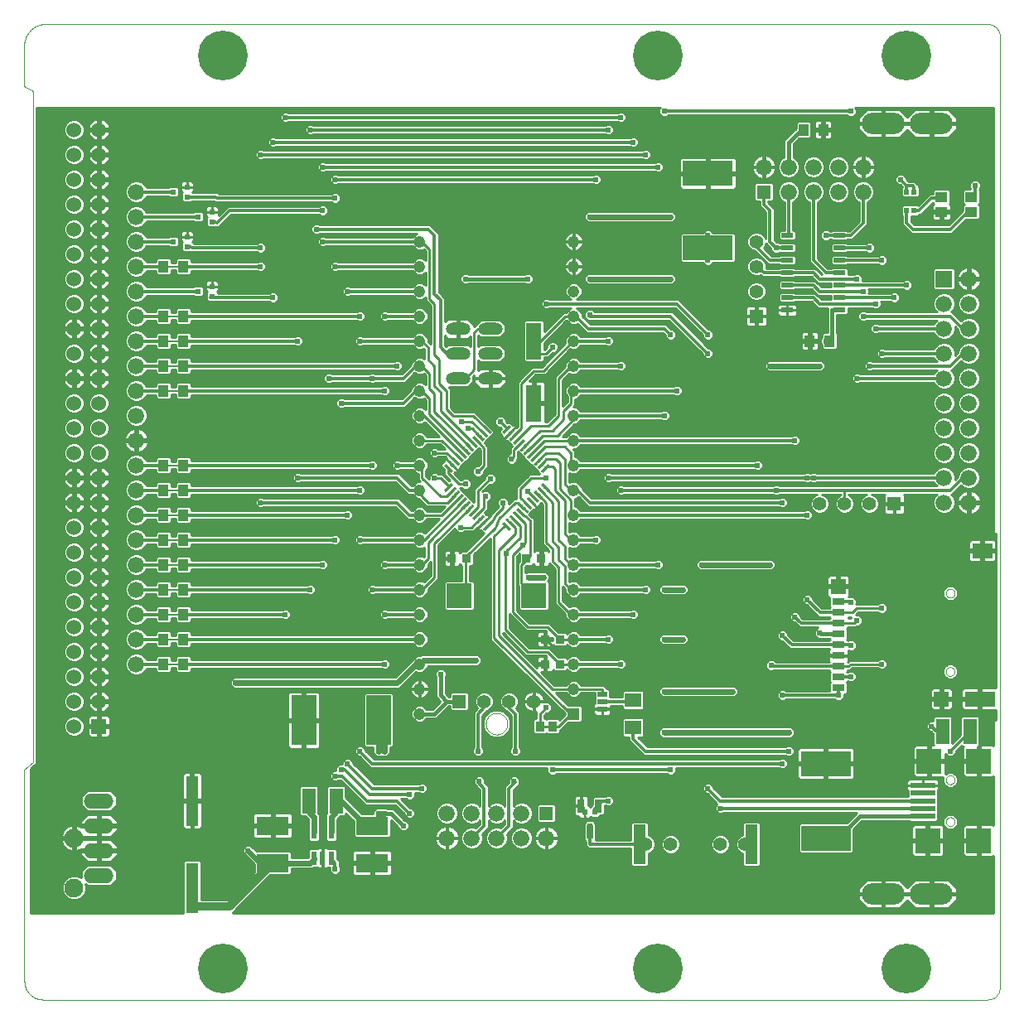
<source format=gtl>
G75*
G70*
%OFA0B0*%
%FSLAX24Y24*%
%IPPOS*%
%LPD*%
%AMOC8*
5,1,8,0,0,1.08239X$1,22.5*
%
%ADD10C,0.0000*%
%ADD11R,0.0600X0.0600*%
%ADD12C,0.0600*%
%ADD13O,0.1200X0.0600*%
%ADD14C,0.0660*%
%ADD15R,0.0500X0.0300*%
%ADD16R,0.1200X0.0600*%
%ADD17R,0.0800X0.0600*%
%ADD18R,0.0660X0.0660*%
%ADD19O,0.1720X0.0860*%
%ADD20R,0.0500X0.2000*%
%ADD21C,0.0500*%
%ADD22C,0.0480*%
%ADD23R,0.0480X0.0480*%
%ADD24R,0.0560X0.0560*%
%ADD25C,0.0560*%
%ADD26R,0.0600X0.1500*%
%ADD27O,0.1000X0.0500*%
%ADD28C,0.0020*%
%ADD29R,0.1000X0.1000*%
%ADD30R,0.0350X0.0350*%
%ADD31R,0.0360X0.0400*%
%ADD32R,0.0240X0.0550*%
%ADD33R,0.0550X0.1000*%
%ADD34R,0.1300X0.0750*%
%ADD35R,0.0240X0.0200*%
%ADD36R,0.0400X0.0480*%
%ADD37R,0.1000X0.0200*%
%ADD38R,0.0500X0.1600*%
%ADD39R,0.0200X0.0240*%
%ADD40R,0.0650X0.0550*%
%ADD41C,0.0760*%
%ADD42R,0.2000X0.1000*%
%ADD43R,0.0500X0.0200*%
%ADD44R,0.0480X0.0400*%
%ADD45R,0.1000X0.2000*%
%ADD46R,0.0400X0.0240*%
%ADD47R,0.0400X0.0200*%
%ADD48R,0.0260X0.0550*%
%ADD49C,0.0120*%
%ADD50C,0.0240*%
%ADD51C,0.0240*%
%ADD52C,0.0160*%
%ADD53C,0.0100*%
%ADD54C,0.0238*%
%ADD55C,0.0080*%
%ADD56C,0.0320*%
%ADD57C,0.2000*%
D10*
X002262Y036607D02*
X040262Y036607D01*
X040306Y036609D01*
X040349Y036615D01*
X040391Y036624D01*
X040433Y036637D01*
X040473Y036654D01*
X040512Y036674D01*
X040549Y036697D01*
X040583Y036724D01*
X040616Y036753D01*
X040645Y036786D01*
X040672Y036820D01*
X040695Y036857D01*
X040715Y036896D01*
X040732Y036936D01*
X040745Y036978D01*
X040754Y037020D01*
X040760Y037063D01*
X040762Y037107D01*
X040762Y075357D01*
X040760Y075401D01*
X040754Y075444D01*
X040745Y075486D01*
X040732Y075528D01*
X040715Y075568D01*
X040695Y075607D01*
X040672Y075644D01*
X040645Y075678D01*
X040616Y075711D01*
X040583Y075740D01*
X040549Y075767D01*
X040512Y075790D01*
X040473Y075810D01*
X040433Y075827D01*
X040391Y075840D01*
X040349Y075849D01*
X040306Y075855D01*
X040262Y075857D01*
X002512Y075857D01*
X002454Y075863D01*
X002397Y075866D01*
X002339Y075865D01*
X002281Y075860D01*
X002224Y075851D01*
X002168Y075838D01*
X002112Y075822D01*
X002058Y075802D01*
X002005Y075779D01*
X001953Y075752D01*
X001904Y075722D01*
X001857Y075689D01*
X001811Y075653D01*
X001769Y075614D01*
X001729Y075572D01*
X001692Y075528D01*
X001657Y075481D01*
X001626Y075432D01*
X001599Y075382D01*
X001574Y075329D01*
X001553Y075275D01*
X001536Y075220D01*
X001522Y075164D01*
X001512Y075107D01*
X001512Y073357D01*
X001862Y073157D01*
X001862Y046157D01*
X001512Y045857D01*
X001512Y037357D01*
X001514Y037303D01*
X001520Y037250D01*
X001529Y037198D01*
X001542Y037146D01*
X001559Y037095D01*
X001580Y037045D01*
X001604Y036998D01*
X001631Y036952D01*
X001662Y036908D01*
X001695Y036866D01*
X001732Y036827D01*
X001771Y036790D01*
X001813Y036757D01*
X001857Y036726D01*
X001903Y036699D01*
X001950Y036675D01*
X002000Y036654D01*
X002051Y036637D01*
X002103Y036624D01*
X002155Y036615D01*
X002208Y036609D01*
X002262Y036607D01*
X018955Y061607D02*
X018957Y061632D01*
X018963Y061657D01*
X018973Y061680D01*
X018986Y061701D01*
X019003Y061720D01*
X019023Y061736D01*
X019045Y061749D01*
X019068Y061758D01*
X019093Y061763D01*
X019118Y061764D01*
X019143Y061761D01*
X019168Y061754D01*
X019190Y061743D01*
X019211Y061729D01*
X019230Y061711D01*
X019245Y061691D01*
X019256Y061669D01*
X019264Y061645D01*
X019268Y061620D01*
X019268Y061594D01*
X019264Y061569D01*
X019256Y061545D01*
X019245Y061523D01*
X019230Y061503D01*
X019211Y061485D01*
X019191Y061471D01*
X019168Y061460D01*
X019143Y061453D01*
X019118Y061450D01*
X019093Y061451D01*
X019068Y061456D01*
X019045Y061465D01*
X019023Y061478D01*
X019003Y061494D01*
X018986Y061513D01*
X018973Y061534D01*
X018963Y061557D01*
X018957Y061582D01*
X018955Y061607D01*
X018955Y062607D02*
X018957Y062632D01*
X018963Y062657D01*
X018973Y062680D01*
X018986Y062701D01*
X019003Y062720D01*
X019023Y062736D01*
X019045Y062749D01*
X019068Y062758D01*
X019093Y062763D01*
X019118Y062764D01*
X019143Y062761D01*
X019168Y062754D01*
X019190Y062743D01*
X019211Y062729D01*
X019230Y062711D01*
X019245Y062691D01*
X019256Y062669D01*
X019264Y062645D01*
X019268Y062620D01*
X019268Y062594D01*
X019264Y062569D01*
X019256Y062545D01*
X019245Y062523D01*
X019230Y062503D01*
X019211Y062485D01*
X019191Y062471D01*
X019168Y062460D01*
X019143Y062453D01*
X019118Y062450D01*
X019093Y062451D01*
X019068Y062456D01*
X019045Y062465D01*
X019023Y062478D01*
X019003Y062494D01*
X018986Y062513D01*
X018973Y062534D01*
X018963Y062557D01*
X018957Y062582D01*
X018955Y062607D01*
X018955Y063607D02*
X018957Y063632D01*
X018963Y063657D01*
X018973Y063680D01*
X018986Y063701D01*
X019003Y063720D01*
X019023Y063736D01*
X019045Y063749D01*
X019068Y063758D01*
X019093Y063763D01*
X019118Y063764D01*
X019143Y063761D01*
X019168Y063754D01*
X019190Y063743D01*
X019211Y063729D01*
X019230Y063711D01*
X019245Y063691D01*
X019256Y063669D01*
X019264Y063645D01*
X019268Y063620D01*
X019268Y063594D01*
X019264Y063569D01*
X019256Y063545D01*
X019245Y063523D01*
X019230Y063503D01*
X019211Y063485D01*
X019191Y063471D01*
X019168Y063460D01*
X019143Y063453D01*
X019118Y063450D01*
X019093Y063451D01*
X019068Y063456D01*
X019045Y063465D01*
X019023Y063478D01*
X019003Y063494D01*
X018986Y063513D01*
X018973Y063534D01*
X018963Y063557D01*
X018957Y063582D01*
X018955Y063607D01*
X019955Y063607D02*
X019957Y063632D01*
X019963Y063657D01*
X019973Y063680D01*
X019986Y063701D01*
X020003Y063720D01*
X020023Y063736D01*
X020045Y063749D01*
X020068Y063758D01*
X020093Y063763D01*
X020118Y063764D01*
X020143Y063761D01*
X020168Y063754D01*
X020190Y063743D01*
X020211Y063729D01*
X020230Y063711D01*
X020245Y063691D01*
X020256Y063669D01*
X020264Y063645D01*
X020268Y063620D01*
X020268Y063594D01*
X020264Y063569D01*
X020256Y063545D01*
X020245Y063523D01*
X020230Y063503D01*
X020211Y063485D01*
X020191Y063471D01*
X020168Y063460D01*
X020143Y063453D01*
X020118Y063450D01*
X020093Y063451D01*
X020068Y063456D01*
X020045Y063465D01*
X020023Y063478D01*
X020003Y063494D01*
X019986Y063513D01*
X019973Y063534D01*
X019963Y063557D01*
X019957Y063582D01*
X019955Y063607D01*
X019955Y062607D02*
X019957Y062632D01*
X019963Y062657D01*
X019973Y062680D01*
X019986Y062701D01*
X020003Y062720D01*
X020023Y062736D01*
X020045Y062749D01*
X020068Y062758D01*
X020093Y062763D01*
X020118Y062764D01*
X020143Y062761D01*
X020168Y062754D01*
X020190Y062743D01*
X020211Y062729D01*
X020230Y062711D01*
X020245Y062691D01*
X020256Y062669D01*
X020264Y062645D01*
X020268Y062620D01*
X020268Y062594D01*
X020264Y062569D01*
X020256Y062545D01*
X020245Y062523D01*
X020230Y062503D01*
X020211Y062485D01*
X020191Y062471D01*
X020168Y062460D01*
X020143Y062453D01*
X020118Y062450D01*
X020093Y062451D01*
X020068Y062456D01*
X020045Y062465D01*
X020023Y062478D01*
X020003Y062494D01*
X019986Y062513D01*
X019973Y062534D01*
X019963Y062557D01*
X019957Y062582D01*
X019955Y062607D01*
X019955Y061607D02*
X019957Y061632D01*
X019963Y061657D01*
X019973Y061680D01*
X019986Y061701D01*
X020003Y061720D01*
X020023Y061736D01*
X020045Y061749D01*
X020068Y061758D01*
X020093Y061763D01*
X020118Y061764D01*
X020143Y061761D01*
X020168Y061754D01*
X020190Y061743D01*
X020211Y061729D01*
X020230Y061711D01*
X020245Y061691D01*
X020256Y061669D01*
X020264Y061645D01*
X020268Y061620D01*
X020268Y061594D01*
X020264Y061569D01*
X020256Y061545D01*
X020245Y061523D01*
X020230Y061503D01*
X020211Y061485D01*
X020191Y061471D01*
X020168Y061460D01*
X020143Y061453D01*
X020118Y061450D01*
X020093Y061451D01*
X020068Y061456D01*
X020045Y061465D01*
X020023Y061478D01*
X020003Y061494D01*
X019986Y061513D01*
X019973Y061534D01*
X019963Y061557D01*
X019957Y061582D01*
X019955Y061607D01*
X020079Y047707D02*
X020081Y047749D01*
X020087Y047790D01*
X020097Y047831D01*
X020111Y047870D01*
X020129Y047908D01*
X020150Y047944D01*
X020174Y047978D01*
X020202Y048009D01*
X020233Y048038D01*
X020266Y048063D01*
X020302Y048085D01*
X020339Y048104D01*
X020378Y048119D01*
X020419Y048130D01*
X020460Y048137D01*
X020502Y048140D01*
X020543Y048139D01*
X020585Y048134D01*
X020626Y048125D01*
X020666Y048112D01*
X020704Y048095D01*
X020740Y048075D01*
X020775Y048051D01*
X020807Y048024D01*
X020836Y047994D01*
X020862Y047962D01*
X020885Y047927D01*
X020905Y047889D01*
X020920Y047851D01*
X020932Y047811D01*
X020940Y047770D01*
X020944Y047728D01*
X020944Y047686D01*
X020940Y047644D01*
X020932Y047603D01*
X020920Y047563D01*
X020905Y047525D01*
X020885Y047487D01*
X020862Y047452D01*
X020836Y047420D01*
X020807Y047390D01*
X020775Y047363D01*
X020740Y047339D01*
X020704Y047319D01*
X020666Y047302D01*
X020626Y047289D01*
X020585Y047280D01*
X020543Y047275D01*
X020502Y047274D01*
X020460Y047277D01*
X020419Y047284D01*
X020378Y047295D01*
X020339Y047310D01*
X020302Y047329D01*
X020266Y047351D01*
X020233Y047376D01*
X020202Y047405D01*
X020174Y047436D01*
X020150Y047470D01*
X020129Y047506D01*
X020111Y047544D01*
X020097Y047583D01*
X020087Y047624D01*
X020081Y047665D01*
X020079Y047707D01*
X035862Y041057D02*
X036262Y041057D01*
X036289Y041055D01*
X036316Y041050D01*
X036342Y041040D01*
X036366Y041028D01*
X036388Y041012D01*
X036408Y040994D01*
X036425Y040972D01*
X036440Y040949D01*
X036450Y040924D01*
X036458Y040898D01*
X036462Y040871D01*
X036462Y040843D01*
X036458Y040816D01*
X036450Y040790D01*
X036440Y040765D01*
X036425Y040742D01*
X036408Y040720D01*
X036388Y040702D01*
X036366Y040686D01*
X036342Y040674D01*
X036316Y040664D01*
X036289Y040659D01*
X036262Y040657D01*
X035862Y040657D01*
X035835Y040659D01*
X035808Y040664D01*
X035782Y040674D01*
X035758Y040686D01*
X035736Y040702D01*
X035716Y040720D01*
X035699Y040742D01*
X035684Y040765D01*
X035674Y040790D01*
X035666Y040816D01*
X035662Y040843D01*
X035662Y040871D01*
X035666Y040898D01*
X035674Y040924D01*
X035684Y040949D01*
X035699Y040972D01*
X035716Y040994D01*
X035736Y041012D01*
X035758Y041028D01*
X035782Y041040D01*
X035808Y041050D01*
X035835Y041055D01*
X035862Y041057D01*
X037812Y041057D02*
X038212Y041057D01*
X038239Y041055D01*
X038266Y041050D01*
X038292Y041040D01*
X038316Y041028D01*
X038338Y041012D01*
X038358Y040994D01*
X038375Y040972D01*
X038390Y040949D01*
X038400Y040924D01*
X038408Y040898D01*
X038412Y040871D01*
X038412Y040843D01*
X038408Y040816D01*
X038400Y040790D01*
X038390Y040765D01*
X038375Y040742D01*
X038358Y040720D01*
X038338Y040702D01*
X038316Y040686D01*
X038292Y040674D01*
X038266Y040664D01*
X038239Y040659D01*
X038212Y040657D01*
X037812Y040657D01*
X037785Y040659D01*
X037758Y040664D01*
X037732Y040674D01*
X037708Y040686D01*
X037686Y040702D01*
X037666Y040720D01*
X037649Y040742D01*
X037634Y040765D01*
X037624Y040790D01*
X037616Y040816D01*
X037612Y040843D01*
X037612Y040871D01*
X037616Y040898D01*
X037624Y040924D01*
X037634Y040949D01*
X037649Y040972D01*
X037666Y040994D01*
X037686Y041012D01*
X037708Y041028D01*
X037732Y041040D01*
X037758Y041050D01*
X037785Y041055D01*
X037812Y041057D01*
X038585Y043767D02*
X038587Y043794D01*
X038593Y043820D01*
X038603Y043846D01*
X038617Y043869D01*
X038634Y043890D01*
X038655Y043908D01*
X038677Y043922D01*
X038702Y043934D01*
X038728Y043941D01*
X038755Y043944D01*
X038782Y043943D01*
X038809Y043938D01*
X038834Y043929D01*
X038858Y043916D01*
X038880Y043899D01*
X038899Y043880D01*
X038914Y043857D01*
X038926Y043833D01*
X038934Y043807D01*
X038938Y043781D01*
X038938Y043753D01*
X038934Y043727D01*
X038926Y043701D01*
X038914Y043677D01*
X038899Y043654D01*
X038880Y043635D01*
X038858Y043618D01*
X038834Y043605D01*
X038809Y043596D01*
X038782Y043591D01*
X038755Y043590D01*
X038728Y043593D01*
X038702Y043600D01*
X038677Y043612D01*
X038655Y043626D01*
X038634Y043644D01*
X038617Y043665D01*
X038603Y043688D01*
X038593Y043714D01*
X038587Y043740D01*
X038585Y043767D01*
X038585Y045447D02*
X038587Y045474D01*
X038593Y045500D01*
X038603Y045526D01*
X038617Y045549D01*
X038634Y045570D01*
X038655Y045588D01*
X038677Y045602D01*
X038702Y045614D01*
X038728Y045621D01*
X038755Y045624D01*
X038782Y045623D01*
X038809Y045618D01*
X038834Y045609D01*
X038858Y045596D01*
X038880Y045579D01*
X038899Y045560D01*
X038914Y045537D01*
X038926Y045513D01*
X038934Y045487D01*
X038938Y045461D01*
X038938Y045433D01*
X038934Y045407D01*
X038926Y045381D01*
X038914Y045357D01*
X038899Y045334D01*
X038880Y045315D01*
X038858Y045298D01*
X038834Y045285D01*
X038809Y045276D01*
X038782Y045271D01*
X038755Y045270D01*
X038728Y045273D01*
X038702Y045280D01*
X038677Y045292D01*
X038655Y045306D01*
X038634Y045324D01*
X038617Y045345D01*
X038603Y045368D01*
X038593Y045394D01*
X038587Y045420D01*
X038585Y045447D01*
X038585Y049807D02*
X038587Y049834D01*
X038593Y049860D01*
X038603Y049886D01*
X038617Y049909D01*
X038634Y049930D01*
X038655Y049948D01*
X038677Y049962D01*
X038702Y049974D01*
X038728Y049981D01*
X038755Y049984D01*
X038782Y049983D01*
X038809Y049978D01*
X038834Y049969D01*
X038858Y049956D01*
X038880Y049939D01*
X038899Y049920D01*
X038914Y049897D01*
X038926Y049873D01*
X038934Y049847D01*
X038938Y049821D01*
X038938Y049793D01*
X038934Y049767D01*
X038926Y049741D01*
X038914Y049717D01*
X038899Y049694D01*
X038880Y049675D01*
X038858Y049658D01*
X038834Y049645D01*
X038809Y049636D01*
X038782Y049631D01*
X038755Y049630D01*
X038728Y049633D01*
X038702Y049640D01*
X038677Y049652D01*
X038655Y049666D01*
X038634Y049684D01*
X038617Y049705D01*
X038603Y049728D01*
X038593Y049754D01*
X038587Y049780D01*
X038585Y049807D01*
X038585Y052957D02*
X038587Y052984D01*
X038593Y053010D01*
X038603Y053036D01*
X038617Y053059D01*
X038634Y053080D01*
X038655Y053098D01*
X038677Y053112D01*
X038702Y053124D01*
X038728Y053131D01*
X038755Y053134D01*
X038782Y053133D01*
X038809Y053128D01*
X038834Y053119D01*
X038858Y053106D01*
X038880Y053089D01*
X038899Y053070D01*
X038914Y053047D01*
X038926Y053023D01*
X038934Y052997D01*
X038938Y052971D01*
X038938Y052943D01*
X038934Y052917D01*
X038926Y052891D01*
X038914Y052867D01*
X038899Y052844D01*
X038880Y052825D01*
X038858Y052808D01*
X038834Y052795D01*
X038809Y052786D01*
X038782Y052781D01*
X038755Y052780D01*
X038728Y052783D01*
X038702Y052790D01*
X038677Y052802D01*
X038655Y052816D01*
X038634Y052834D01*
X038617Y052855D01*
X038603Y052878D01*
X038593Y052904D01*
X038587Y052930D01*
X038585Y052957D01*
X038212Y071657D02*
X037812Y071657D01*
X037785Y071659D01*
X037758Y071664D01*
X037732Y071674D01*
X037708Y071686D01*
X037686Y071702D01*
X037666Y071720D01*
X037649Y071742D01*
X037634Y071765D01*
X037624Y071790D01*
X037616Y071816D01*
X037612Y071843D01*
X037612Y071871D01*
X037616Y071898D01*
X037624Y071924D01*
X037634Y071949D01*
X037649Y071972D01*
X037666Y071994D01*
X037686Y072012D01*
X037708Y072028D01*
X037732Y072040D01*
X037758Y072050D01*
X037785Y072055D01*
X037812Y072057D01*
X038212Y072057D01*
X038239Y072055D01*
X038266Y072050D01*
X038292Y072040D01*
X038316Y072028D01*
X038338Y072012D01*
X038358Y071994D01*
X038375Y071972D01*
X038390Y071949D01*
X038400Y071924D01*
X038408Y071898D01*
X038412Y071871D01*
X038412Y071843D01*
X038408Y071816D01*
X038400Y071790D01*
X038390Y071765D01*
X038375Y071742D01*
X038358Y071720D01*
X038338Y071702D01*
X038316Y071686D01*
X038292Y071674D01*
X038266Y071664D01*
X038239Y071659D01*
X038212Y071657D01*
X036262Y071657D02*
X035862Y071657D01*
X035835Y071659D01*
X035808Y071664D01*
X035782Y071674D01*
X035758Y071686D01*
X035736Y071702D01*
X035716Y071720D01*
X035699Y071742D01*
X035684Y071765D01*
X035674Y071790D01*
X035666Y071816D01*
X035662Y071843D01*
X035662Y071871D01*
X035666Y071898D01*
X035674Y071924D01*
X035684Y071949D01*
X035699Y071972D01*
X035716Y071994D01*
X035736Y072012D01*
X035758Y072028D01*
X035782Y072040D01*
X035808Y072050D01*
X035835Y072055D01*
X035862Y072057D01*
X036262Y072057D01*
X036289Y072055D01*
X036316Y072050D01*
X036342Y072040D01*
X036366Y072028D01*
X036388Y072012D01*
X036408Y071994D01*
X036425Y071972D01*
X036440Y071949D01*
X036450Y071924D01*
X036458Y071898D01*
X036462Y071871D01*
X036462Y071843D01*
X036458Y071816D01*
X036450Y071790D01*
X036440Y071765D01*
X036425Y071742D01*
X036408Y071720D01*
X036388Y071702D01*
X036366Y071686D01*
X036342Y071674D01*
X036316Y071664D01*
X036289Y071659D01*
X036262Y071657D01*
D11*
X034262Y053227D03*
X038412Y048707D03*
X004512Y047607D03*
D12*
X003512Y047607D03*
X003512Y048607D03*
X003512Y049607D03*
X003512Y050607D03*
X003512Y051607D03*
X004512Y051607D03*
X004512Y050607D03*
X004512Y049607D03*
X004512Y048607D03*
X004512Y052607D03*
X004512Y053607D03*
X004512Y054607D03*
X003512Y054607D03*
X003512Y053607D03*
X003512Y052607D03*
X003512Y055607D03*
X003512Y056607D03*
X003512Y057607D03*
X004512Y057607D03*
X004512Y056607D03*
X004512Y055607D03*
X004512Y058607D03*
X004512Y059607D03*
X004512Y060607D03*
X004512Y061607D03*
X003512Y061607D03*
X003512Y060607D03*
X003512Y059607D03*
X003512Y058607D03*
X003512Y062607D03*
X003512Y063607D03*
X003512Y064607D03*
X004512Y064607D03*
X004512Y063607D03*
X004512Y062607D03*
X004512Y065607D03*
X004512Y066607D03*
X004512Y067607D03*
X004512Y068607D03*
X003512Y068607D03*
X003512Y067607D03*
X003512Y066607D03*
X003512Y065607D03*
X003512Y069607D03*
X003512Y070607D03*
X003512Y071607D03*
X004512Y071607D03*
X004512Y070607D03*
X004512Y069607D03*
D13*
X004512Y044607D03*
X004512Y043607D03*
X004512Y042607D03*
X004512Y041607D03*
D14*
X006012Y050107D03*
X006012Y051107D03*
X006012Y052107D03*
X006012Y053107D03*
X006012Y054107D03*
X006012Y055107D03*
X006012Y056107D03*
X006012Y057107D03*
X006012Y058107D03*
X006012Y059107D03*
X006012Y060107D03*
X006012Y061107D03*
X006012Y062107D03*
X006012Y063107D03*
X006012Y064107D03*
X006012Y065107D03*
X006012Y066107D03*
X006012Y067107D03*
X006012Y068107D03*
X006012Y069107D03*
X018512Y044107D03*
X018512Y043107D03*
X019512Y043107D03*
X020512Y043107D03*
X020512Y044107D03*
X019512Y044107D03*
X021512Y044107D03*
X021512Y043107D03*
X022512Y043107D03*
X032262Y069107D03*
X032262Y070107D03*
X031262Y070107D03*
X033262Y070107D03*
X033262Y069107D03*
X034262Y069107D03*
X034262Y070107D03*
X035262Y070107D03*
X035262Y069107D03*
X038512Y064607D03*
X038512Y063607D03*
X038512Y062607D03*
X038512Y061607D03*
X038512Y060607D03*
X038512Y059607D03*
X038512Y058607D03*
X038512Y057607D03*
X038512Y056607D03*
X039512Y056607D03*
X039512Y057607D03*
X039512Y058607D03*
X039512Y059607D03*
X039512Y060607D03*
X039512Y061607D03*
X039512Y062607D03*
X039512Y063607D03*
X039512Y064607D03*
X039512Y065607D03*
D15*
X034262Y052617D03*
X034262Y052177D03*
X034262Y051747D03*
X034262Y051317D03*
X034262Y050887D03*
X034262Y050447D03*
X034262Y050017D03*
X034262Y049587D03*
X034262Y049157D03*
D16*
X039962Y048707D03*
D17*
X040062Y054667D03*
D18*
X038512Y065607D03*
D19*
X038012Y071857D03*
X036062Y071857D03*
X036062Y040857D03*
X038012Y040857D03*
D20*
X008262Y041107D03*
X008262Y044607D03*
D21*
X008262Y043857D03*
X008262Y041857D03*
D22*
X017412Y048107D03*
X017412Y049107D03*
X017412Y050107D03*
X017412Y051107D03*
X017412Y052107D03*
X017412Y053107D03*
X017412Y054107D03*
X017412Y055107D03*
X017412Y056107D03*
X017412Y057107D03*
X017412Y058107D03*
X017412Y059107D03*
X017412Y060107D03*
X017412Y061107D03*
X017412Y062107D03*
X017412Y063107D03*
X017412Y064107D03*
X017412Y065107D03*
X017412Y066107D03*
X017412Y067107D03*
X023612Y067107D03*
X023612Y066107D03*
X023612Y065107D03*
X023612Y064107D03*
X023612Y063107D03*
X023612Y062107D03*
X023612Y061107D03*
X023612Y060107D03*
X023612Y059107D03*
X023612Y058107D03*
X023612Y057107D03*
X023612Y056107D03*
X023612Y055107D03*
X023612Y054107D03*
X023612Y053107D03*
X023612Y052107D03*
X023612Y051107D03*
X023612Y050107D03*
X023612Y049107D03*
D23*
X023612Y048107D03*
D24*
X022512Y044107D03*
X019012Y048607D03*
X030962Y064107D03*
X031262Y069107D03*
X036512Y056557D03*
D25*
X035512Y056557D03*
X034512Y056557D03*
X033512Y056557D03*
X030962Y065107D03*
X030962Y066107D03*
X030962Y067107D03*
X022012Y048607D03*
X021012Y048607D03*
X020012Y048607D03*
X026512Y042857D03*
X027512Y042857D03*
X029512Y042857D03*
X030512Y042857D03*
D26*
X022012Y060607D03*
X022012Y063107D03*
D27*
X020262Y062607D03*
X020262Y063607D03*
X018962Y063607D03*
X018962Y062607D03*
X018962Y061607D03*
X020262Y061607D03*
D28*
X020017Y059714D02*
X020285Y059446D01*
X020229Y059390D01*
X019961Y059658D01*
X020017Y059714D01*
X020210Y059409D02*
X020248Y059409D01*
X020267Y059428D02*
X020191Y059428D01*
X020172Y059447D02*
X020284Y059447D01*
X020265Y059466D02*
X020153Y059466D01*
X020134Y059485D02*
X020246Y059485D01*
X020227Y059504D02*
X020115Y059504D01*
X020096Y059523D02*
X020208Y059523D01*
X020189Y059542D02*
X020077Y059542D01*
X020058Y059561D02*
X020170Y059561D01*
X020151Y059580D02*
X020039Y059580D01*
X020020Y059599D02*
X020132Y059599D01*
X020113Y059618D02*
X020001Y059618D01*
X019982Y059637D02*
X020094Y059637D01*
X020075Y059656D02*
X019963Y059656D01*
X019978Y059675D02*
X020056Y059675D01*
X020037Y059694D02*
X019997Y059694D01*
X020016Y059713D02*
X020018Y059713D01*
X019875Y059572D02*
X020143Y059304D01*
X020087Y059248D01*
X019819Y059516D01*
X019875Y059572D01*
X020068Y059267D02*
X020106Y059267D01*
X020125Y059286D02*
X020049Y059286D01*
X020030Y059305D02*
X020142Y059305D01*
X020123Y059324D02*
X020011Y059324D01*
X019992Y059343D02*
X020104Y059343D01*
X020085Y059362D02*
X019973Y059362D01*
X019954Y059381D02*
X020066Y059381D01*
X020047Y059400D02*
X019935Y059400D01*
X019916Y059419D02*
X020028Y059419D01*
X020009Y059438D02*
X019897Y059438D01*
X019878Y059457D02*
X019990Y059457D01*
X019971Y059476D02*
X019859Y059476D01*
X019840Y059495D02*
X019952Y059495D01*
X019933Y059514D02*
X019821Y059514D01*
X019836Y059533D02*
X019914Y059533D01*
X019895Y059552D02*
X019855Y059552D01*
X019874Y059571D02*
X019876Y059571D01*
X019734Y059431D02*
X020002Y059163D01*
X019946Y059107D01*
X019678Y059375D01*
X019734Y059431D01*
X019927Y059126D02*
X019965Y059126D01*
X019984Y059145D02*
X019908Y059145D01*
X019889Y059164D02*
X020001Y059164D01*
X019982Y059183D02*
X019870Y059183D01*
X019851Y059202D02*
X019963Y059202D01*
X019944Y059221D02*
X019832Y059221D01*
X019813Y059240D02*
X019925Y059240D01*
X019906Y059259D02*
X019794Y059259D01*
X019775Y059278D02*
X019887Y059278D01*
X019868Y059297D02*
X019756Y059297D01*
X019737Y059316D02*
X019849Y059316D01*
X019830Y059335D02*
X019718Y059335D01*
X019699Y059354D02*
X019811Y059354D01*
X019792Y059373D02*
X019680Y059373D01*
X019695Y059392D02*
X019773Y059392D01*
X019754Y059411D02*
X019714Y059411D01*
X019733Y059430D02*
X019735Y059430D01*
X019593Y059290D02*
X019861Y059022D01*
X019805Y058966D01*
X019537Y059234D01*
X019593Y059290D01*
X019786Y058985D02*
X019824Y058985D01*
X019843Y059004D02*
X019767Y059004D01*
X019748Y059023D02*
X019860Y059023D01*
X019841Y059042D02*
X019729Y059042D01*
X019710Y059061D02*
X019822Y059061D01*
X019803Y059080D02*
X019691Y059080D01*
X019672Y059099D02*
X019784Y059099D01*
X019765Y059118D02*
X019653Y059118D01*
X019634Y059137D02*
X019746Y059137D01*
X019727Y059156D02*
X019615Y059156D01*
X019596Y059175D02*
X019708Y059175D01*
X019689Y059194D02*
X019577Y059194D01*
X019558Y059213D02*
X019670Y059213D01*
X019651Y059232D02*
X019539Y059232D01*
X019554Y059251D02*
X019632Y059251D01*
X019613Y059270D02*
X019573Y059270D01*
X019592Y059289D02*
X019594Y059289D01*
X019451Y059148D02*
X019719Y058880D01*
X019663Y058824D01*
X019395Y059092D01*
X019451Y059148D01*
X019644Y058843D02*
X019682Y058843D01*
X019701Y058862D02*
X019625Y058862D01*
X019606Y058881D02*
X019718Y058881D01*
X019699Y058900D02*
X019587Y058900D01*
X019568Y058919D02*
X019680Y058919D01*
X019661Y058938D02*
X019549Y058938D01*
X019530Y058957D02*
X019642Y058957D01*
X019623Y058976D02*
X019511Y058976D01*
X019492Y058995D02*
X019604Y058995D01*
X019585Y059014D02*
X019473Y059014D01*
X019454Y059033D02*
X019566Y059033D01*
X019547Y059052D02*
X019435Y059052D01*
X019416Y059071D02*
X019528Y059071D01*
X019509Y059090D02*
X019397Y059090D01*
X019412Y059109D02*
X019490Y059109D01*
X019471Y059128D02*
X019431Y059128D01*
X019450Y059147D02*
X019452Y059147D01*
X019310Y059007D02*
X019578Y058739D01*
X019522Y058683D01*
X019254Y058951D01*
X019310Y059007D01*
X019503Y058702D02*
X019541Y058702D01*
X019560Y058721D02*
X019484Y058721D01*
X019465Y058740D02*
X019577Y058740D01*
X019558Y058759D02*
X019446Y058759D01*
X019427Y058778D02*
X019539Y058778D01*
X019520Y058797D02*
X019408Y058797D01*
X019389Y058816D02*
X019501Y058816D01*
X019482Y058835D02*
X019370Y058835D01*
X019351Y058854D02*
X019463Y058854D01*
X019444Y058873D02*
X019332Y058873D01*
X019313Y058892D02*
X019425Y058892D01*
X019406Y058911D02*
X019294Y058911D01*
X019275Y058930D02*
X019387Y058930D01*
X019368Y058949D02*
X019256Y058949D01*
X019271Y058968D02*
X019349Y058968D01*
X019330Y058987D02*
X019290Y058987D01*
X019309Y059006D02*
X019311Y059006D01*
X019168Y058865D02*
X019436Y058597D01*
X019380Y058541D01*
X019112Y058809D01*
X019168Y058865D01*
X019361Y058560D02*
X019399Y058560D01*
X019418Y058579D02*
X019342Y058579D01*
X019323Y058598D02*
X019435Y058598D01*
X019416Y058617D02*
X019304Y058617D01*
X019285Y058636D02*
X019397Y058636D01*
X019378Y058655D02*
X019266Y058655D01*
X019247Y058674D02*
X019359Y058674D01*
X019340Y058693D02*
X019228Y058693D01*
X019209Y058712D02*
X019321Y058712D01*
X019302Y058731D02*
X019190Y058731D01*
X019171Y058750D02*
X019283Y058750D01*
X019264Y058769D02*
X019152Y058769D01*
X019133Y058788D02*
X019245Y058788D01*
X019226Y058807D02*
X019114Y058807D01*
X019129Y058826D02*
X019207Y058826D01*
X019188Y058845D02*
X019148Y058845D01*
X019167Y058864D02*
X019169Y058864D01*
X019027Y058724D02*
X019295Y058456D01*
X019239Y058400D01*
X018971Y058668D01*
X019027Y058724D01*
X019220Y058419D02*
X019258Y058419D01*
X019277Y058438D02*
X019201Y058438D01*
X019182Y058457D02*
X019294Y058457D01*
X019275Y058476D02*
X019163Y058476D01*
X019144Y058495D02*
X019256Y058495D01*
X019237Y058514D02*
X019125Y058514D01*
X019106Y058533D02*
X019218Y058533D01*
X019199Y058552D02*
X019087Y058552D01*
X019068Y058571D02*
X019180Y058571D01*
X019161Y058590D02*
X019049Y058590D01*
X019030Y058609D02*
X019142Y058609D01*
X019123Y058628D02*
X019011Y058628D01*
X018992Y058647D02*
X019104Y058647D01*
X019085Y058666D02*
X018973Y058666D01*
X018988Y058685D02*
X019066Y058685D01*
X019047Y058704D02*
X019007Y058704D01*
X019026Y058723D02*
X019028Y058723D01*
X018885Y058582D02*
X019153Y058314D01*
X019097Y058258D01*
X018829Y058526D01*
X018885Y058582D01*
X019078Y058277D02*
X019116Y058277D01*
X019135Y058296D02*
X019059Y058296D01*
X019040Y058315D02*
X019152Y058315D01*
X019133Y058334D02*
X019021Y058334D01*
X019002Y058353D02*
X019114Y058353D01*
X019095Y058372D02*
X018983Y058372D01*
X018964Y058391D02*
X019076Y058391D01*
X019057Y058410D02*
X018945Y058410D01*
X018926Y058429D02*
X019038Y058429D01*
X019019Y058448D02*
X018907Y058448D01*
X018888Y058467D02*
X019000Y058467D01*
X018981Y058486D02*
X018869Y058486D01*
X018850Y058505D02*
X018962Y058505D01*
X018943Y058524D02*
X018831Y058524D01*
X018846Y058543D02*
X018924Y058543D01*
X018905Y058562D02*
X018865Y058562D01*
X018884Y058581D02*
X018886Y058581D01*
X018744Y058441D02*
X019012Y058173D01*
X018956Y058117D01*
X018688Y058385D01*
X018744Y058441D01*
X018937Y058136D02*
X018975Y058136D01*
X018994Y058155D02*
X018918Y058155D01*
X018899Y058174D02*
X019011Y058174D01*
X018992Y058193D02*
X018880Y058193D01*
X018861Y058212D02*
X018973Y058212D01*
X018954Y058231D02*
X018842Y058231D01*
X018823Y058250D02*
X018935Y058250D01*
X018916Y058269D02*
X018804Y058269D01*
X018785Y058288D02*
X018897Y058288D01*
X018878Y058307D02*
X018766Y058307D01*
X018747Y058326D02*
X018859Y058326D01*
X018840Y058345D02*
X018728Y058345D01*
X018709Y058364D02*
X018821Y058364D01*
X018802Y058383D02*
X018690Y058383D01*
X018705Y058402D02*
X018783Y058402D01*
X018764Y058421D02*
X018724Y058421D01*
X018743Y058440D02*
X018745Y058440D01*
X018603Y058300D02*
X018871Y058032D01*
X018815Y057976D01*
X018547Y058244D01*
X018603Y058300D01*
X018796Y057995D02*
X018834Y057995D01*
X018853Y058014D02*
X018777Y058014D01*
X018758Y058033D02*
X018870Y058033D01*
X018851Y058052D02*
X018739Y058052D01*
X018720Y058071D02*
X018832Y058071D01*
X018813Y058090D02*
X018701Y058090D01*
X018682Y058109D02*
X018794Y058109D01*
X018775Y058128D02*
X018663Y058128D01*
X018644Y058147D02*
X018756Y058147D01*
X018737Y058166D02*
X018625Y058166D01*
X018606Y058185D02*
X018718Y058185D01*
X018699Y058204D02*
X018587Y058204D01*
X018568Y058223D02*
X018680Y058223D01*
X018661Y058242D02*
X018549Y058242D01*
X018564Y058261D02*
X018642Y058261D01*
X018623Y058280D02*
X018583Y058280D01*
X018602Y058299D02*
X018604Y058299D01*
X018461Y058158D02*
X018729Y057890D01*
X018673Y057834D01*
X018405Y058102D01*
X018461Y058158D01*
X018654Y057853D02*
X018692Y057853D01*
X018711Y057872D02*
X018635Y057872D01*
X018616Y057891D02*
X018728Y057891D01*
X018709Y057910D02*
X018597Y057910D01*
X018578Y057929D02*
X018690Y057929D01*
X018671Y057948D02*
X018559Y057948D01*
X018540Y057967D02*
X018652Y057967D01*
X018633Y057986D02*
X018521Y057986D01*
X018502Y058005D02*
X018614Y058005D01*
X018595Y058024D02*
X018483Y058024D01*
X018464Y058043D02*
X018576Y058043D01*
X018557Y058062D02*
X018445Y058062D01*
X018426Y058081D02*
X018538Y058081D01*
X018519Y058100D02*
X018407Y058100D01*
X018422Y058119D02*
X018500Y058119D01*
X018481Y058138D02*
X018441Y058138D01*
X018460Y058157D02*
X018462Y058157D01*
X018673Y057380D02*
X018729Y057324D01*
X018461Y057056D01*
X018405Y057112D01*
X018673Y057380D01*
X018480Y057075D02*
X018442Y057075D01*
X018423Y057094D02*
X018499Y057094D01*
X018518Y057113D02*
X018406Y057113D01*
X018425Y057132D02*
X018537Y057132D01*
X018556Y057151D02*
X018444Y057151D01*
X018463Y057170D02*
X018575Y057170D01*
X018594Y057189D02*
X018482Y057189D01*
X018501Y057208D02*
X018613Y057208D01*
X018632Y057227D02*
X018520Y057227D01*
X018539Y057246D02*
X018651Y057246D01*
X018670Y057265D02*
X018558Y057265D01*
X018577Y057284D02*
X018689Y057284D01*
X018708Y057303D02*
X018596Y057303D01*
X018615Y057322D02*
X018727Y057322D01*
X018712Y057341D02*
X018634Y057341D01*
X018653Y057360D02*
X018693Y057360D01*
X018674Y057379D02*
X018672Y057379D01*
X018815Y057239D02*
X018871Y057183D01*
X018603Y056915D01*
X018547Y056971D01*
X018815Y057239D01*
X018622Y056934D02*
X018584Y056934D01*
X018565Y056953D02*
X018641Y056953D01*
X018660Y056972D02*
X018548Y056972D01*
X018567Y056991D02*
X018679Y056991D01*
X018698Y057010D02*
X018586Y057010D01*
X018605Y057029D02*
X018717Y057029D01*
X018736Y057048D02*
X018624Y057048D01*
X018643Y057067D02*
X018755Y057067D01*
X018774Y057086D02*
X018662Y057086D01*
X018681Y057105D02*
X018793Y057105D01*
X018812Y057124D02*
X018700Y057124D01*
X018719Y057143D02*
X018831Y057143D01*
X018850Y057162D02*
X018738Y057162D01*
X018757Y057181D02*
X018869Y057181D01*
X018854Y057200D02*
X018776Y057200D01*
X018795Y057219D02*
X018835Y057219D01*
X018816Y057238D02*
X018814Y057238D01*
X018956Y057097D02*
X019012Y057041D01*
X018744Y056773D01*
X018688Y056829D01*
X018956Y057097D01*
X018763Y056792D02*
X018725Y056792D01*
X018706Y056811D02*
X018782Y056811D01*
X018801Y056830D02*
X018689Y056830D01*
X018708Y056849D02*
X018820Y056849D01*
X018839Y056868D02*
X018727Y056868D01*
X018746Y056887D02*
X018858Y056887D01*
X018877Y056906D02*
X018765Y056906D01*
X018784Y056925D02*
X018896Y056925D01*
X018915Y056944D02*
X018803Y056944D01*
X018822Y056963D02*
X018934Y056963D01*
X018953Y056982D02*
X018841Y056982D01*
X018860Y057001D02*
X018972Y057001D01*
X018991Y057020D02*
X018879Y057020D01*
X018898Y057039D02*
X019010Y057039D01*
X018995Y057058D02*
X018917Y057058D01*
X018936Y057077D02*
X018976Y057077D01*
X018957Y057096D02*
X018955Y057096D01*
X019097Y056956D02*
X019153Y056900D01*
X018885Y056632D01*
X018829Y056688D01*
X019097Y056956D01*
X018904Y056651D02*
X018866Y056651D01*
X018847Y056670D02*
X018923Y056670D01*
X018942Y056689D02*
X018830Y056689D01*
X018849Y056708D02*
X018961Y056708D01*
X018980Y056727D02*
X018868Y056727D01*
X018887Y056746D02*
X018999Y056746D01*
X019018Y056765D02*
X018906Y056765D01*
X018925Y056784D02*
X019037Y056784D01*
X019056Y056803D02*
X018944Y056803D01*
X018963Y056822D02*
X019075Y056822D01*
X019094Y056841D02*
X018982Y056841D01*
X019001Y056860D02*
X019113Y056860D01*
X019132Y056879D02*
X019020Y056879D01*
X019039Y056898D02*
X019151Y056898D01*
X019136Y056917D02*
X019058Y056917D01*
X019077Y056936D02*
X019117Y056936D01*
X019098Y056955D02*
X019096Y056955D01*
X019239Y056815D02*
X019295Y056759D01*
X019027Y056491D01*
X018971Y056547D01*
X019239Y056815D01*
X019046Y056510D02*
X019008Y056510D01*
X018989Y056529D02*
X019065Y056529D01*
X019084Y056548D02*
X018972Y056548D01*
X018991Y056567D02*
X019103Y056567D01*
X019122Y056586D02*
X019010Y056586D01*
X019029Y056605D02*
X019141Y056605D01*
X019160Y056624D02*
X019048Y056624D01*
X019067Y056643D02*
X019179Y056643D01*
X019198Y056662D02*
X019086Y056662D01*
X019105Y056681D02*
X019217Y056681D01*
X019236Y056700D02*
X019124Y056700D01*
X019143Y056719D02*
X019255Y056719D01*
X019274Y056738D02*
X019162Y056738D01*
X019181Y056757D02*
X019293Y056757D01*
X019278Y056776D02*
X019200Y056776D01*
X019219Y056795D02*
X019259Y056795D01*
X019240Y056814D02*
X019238Y056814D01*
X019380Y056673D02*
X019436Y056617D01*
X019168Y056349D01*
X019112Y056405D01*
X019380Y056673D01*
X019187Y056368D02*
X019149Y056368D01*
X019130Y056387D02*
X019206Y056387D01*
X019225Y056406D02*
X019113Y056406D01*
X019132Y056425D02*
X019244Y056425D01*
X019263Y056444D02*
X019151Y056444D01*
X019170Y056463D02*
X019282Y056463D01*
X019301Y056482D02*
X019189Y056482D01*
X019208Y056501D02*
X019320Y056501D01*
X019339Y056520D02*
X019227Y056520D01*
X019246Y056539D02*
X019358Y056539D01*
X019377Y056558D02*
X019265Y056558D01*
X019284Y056577D02*
X019396Y056577D01*
X019415Y056596D02*
X019303Y056596D01*
X019322Y056615D02*
X019434Y056615D01*
X019419Y056634D02*
X019341Y056634D01*
X019360Y056653D02*
X019400Y056653D01*
X019381Y056672D02*
X019379Y056672D01*
X019522Y056532D02*
X019578Y056476D01*
X019310Y056208D01*
X019254Y056264D01*
X019522Y056532D01*
X019329Y056227D02*
X019291Y056227D01*
X019272Y056246D02*
X019348Y056246D01*
X019367Y056265D02*
X019255Y056265D01*
X019274Y056284D02*
X019386Y056284D01*
X019405Y056303D02*
X019293Y056303D01*
X019312Y056322D02*
X019424Y056322D01*
X019443Y056341D02*
X019331Y056341D01*
X019350Y056360D02*
X019462Y056360D01*
X019481Y056379D02*
X019369Y056379D01*
X019388Y056398D02*
X019500Y056398D01*
X019519Y056417D02*
X019407Y056417D01*
X019426Y056436D02*
X019538Y056436D01*
X019557Y056455D02*
X019445Y056455D01*
X019464Y056474D02*
X019576Y056474D01*
X019561Y056493D02*
X019483Y056493D01*
X019502Y056512D02*
X019542Y056512D01*
X019523Y056531D02*
X019521Y056531D01*
X019663Y056390D02*
X019719Y056334D01*
X019451Y056066D01*
X019395Y056122D01*
X019663Y056390D01*
X019470Y056085D02*
X019432Y056085D01*
X019413Y056104D02*
X019489Y056104D01*
X019508Y056123D02*
X019396Y056123D01*
X019415Y056142D02*
X019527Y056142D01*
X019546Y056161D02*
X019434Y056161D01*
X019453Y056180D02*
X019565Y056180D01*
X019584Y056199D02*
X019472Y056199D01*
X019491Y056218D02*
X019603Y056218D01*
X019622Y056237D02*
X019510Y056237D01*
X019529Y056256D02*
X019641Y056256D01*
X019660Y056275D02*
X019548Y056275D01*
X019567Y056294D02*
X019679Y056294D01*
X019698Y056313D02*
X019586Y056313D01*
X019605Y056332D02*
X019717Y056332D01*
X019702Y056351D02*
X019624Y056351D01*
X019643Y056370D02*
X019683Y056370D01*
X019664Y056389D02*
X019662Y056389D01*
X019805Y056249D02*
X019861Y056193D01*
X019593Y055925D01*
X019537Y055981D01*
X019805Y056249D01*
X019612Y055944D02*
X019574Y055944D01*
X019555Y055963D02*
X019631Y055963D01*
X019650Y055982D02*
X019538Y055982D01*
X019557Y056001D02*
X019669Y056001D01*
X019688Y056020D02*
X019576Y056020D01*
X019595Y056039D02*
X019707Y056039D01*
X019726Y056058D02*
X019614Y056058D01*
X019633Y056077D02*
X019745Y056077D01*
X019764Y056096D02*
X019652Y056096D01*
X019671Y056115D02*
X019783Y056115D01*
X019802Y056134D02*
X019690Y056134D01*
X019709Y056153D02*
X019821Y056153D01*
X019840Y056172D02*
X019728Y056172D01*
X019747Y056191D02*
X019859Y056191D01*
X019844Y056210D02*
X019766Y056210D01*
X019785Y056229D02*
X019825Y056229D01*
X019806Y056248D02*
X019804Y056248D01*
X019946Y056108D02*
X020002Y056052D01*
X019734Y055784D01*
X019678Y055840D01*
X019946Y056108D01*
X019753Y055803D02*
X019715Y055803D01*
X019696Y055822D02*
X019772Y055822D01*
X019791Y055841D02*
X019679Y055841D01*
X019698Y055860D02*
X019810Y055860D01*
X019829Y055879D02*
X019717Y055879D01*
X019736Y055898D02*
X019848Y055898D01*
X019867Y055917D02*
X019755Y055917D01*
X019774Y055936D02*
X019886Y055936D01*
X019905Y055955D02*
X019793Y055955D01*
X019812Y055974D02*
X019924Y055974D01*
X019943Y055993D02*
X019831Y055993D01*
X019850Y056012D02*
X019962Y056012D01*
X019981Y056031D02*
X019869Y056031D01*
X019888Y056050D02*
X020000Y056050D01*
X019985Y056069D02*
X019907Y056069D01*
X019926Y056088D02*
X019966Y056088D01*
X019947Y056107D02*
X019945Y056107D01*
X020087Y055966D02*
X020143Y055910D01*
X019875Y055642D01*
X019819Y055698D01*
X020087Y055966D01*
X019894Y055661D02*
X019856Y055661D01*
X019837Y055680D02*
X019913Y055680D01*
X019932Y055699D02*
X019820Y055699D01*
X019839Y055718D02*
X019951Y055718D01*
X019970Y055737D02*
X019858Y055737D01*
X019877Y055756D02*
X019989Y055756D01*
X020008Y055775D02*
X019896Y055775D01*
X019915Y055794D02*
X020027Y055794D01*
X020046Y055813D02*
X019934Y055813D01*
X019953Y055832D02*
X020065Y055832D01*
X020084Y055851D02*
X019972Y055851D01*
X019991Y055870D02*
X020103Y055870D01*
X020122Y055889D02*
X020010Y055889D01*
X020029Y055908D02*
X020141Y055908D01*
X020126Y055927D02*
X020048Y055927D01*
X020067Y055946D02*
X020107Y055946D01*
X020088Y055965D02*
X020086Y055965D01*
X020229Y055825D02*
X020285Y055769D01*
X020017Y055501D01*
X019961Y055557D01*
X020229Y055825D01*
X020036Y055520D02*
X019998Y055520D01*
X019979Y055539D02*
X020055Y055539D01*
X020074Y055558D02*
X019962Y055558D01*
X019981Y055577D02*
X020093Y055577D01*
X020112Y055596D02*
X020000Y055596D01*
X020019Y055615D02*
X020131Y055615D01*
X020150Y055634D02*
X020038Y055634D01*
X020057Y055653D02*
X020169Y055653D01*
X020188Y055672D02*
X020076Y055672D01*
X020095Y055691D02*
X020207Y055691D01*
X020226Y055710D02*
X020114Y055710D01*
X020133Y055729D02*
X020245Y055729D01*
X020264Y055748D02*
X020152Y055748D01*
X020171Y055767D02*
X020283Y055767D01*
X020268Y055786D02*
X020190Y055786D01*
X020209Y055805D02*
X020249Y055805D01*
X020230Y055824D02*
X020228Y055824D01*
X020795Y055825D02*
X021063Y055557D01*
X021007Y055501D01*
X020739Y055769D01*
X020795Y055825D01*
X020988Y055520D02*
X021026Y055520D01*
X021045Y055539D02*
X020969Y055539D01*
X020950Y055558D02*
X021062Y055558D01*
X021043Y055577D02*
X020931Y055577D01*
X020912Y055596D02*
X021024Y055596D01*
X021005Y055615D02*
X020893Y055615D01*
X020874Y055634D02*
X020986Y055634D01*
X020967Y055653D02*
X020855Y055653D01*
X020836Y055672D02*
X020948Y055672D01*
X020929Y055691D02*
X020817Y055691D01*
X020798Y055710D02*
X020910Y055710D01*
X020891Y055729D02*
X020779Y055729D01*
X020760Y055748D02*
X020872Y055748D01*
X020853Y055767D02*
X020741Y055767D01*
X020756Y055786D02*
X020834Y055786D01*
X020815Y055805D02*
X020775Y055805D01*
X020794Y055824D02*
X020796Y055824D01*
X020936Y055966D02*
X021204Y055698D01*
X021148Y055642D01*
X020880Y055910D01*
X020936Y055966D01*
X021129Y055661D02*
X021167Y055661D01*
X021186Y055680D02*
X021110Y055680D01*
X021091Y055699D02*
X021203Y055699D01*
X021184Y055718D02*
X021072Y055718D01*
X021053Y055737D02*
X021165Y055737D01*
X021146Y055756D02*
X021034Y055756D01*
X021015Y055775D02*
X021127Y055775D01*
X021108Y055794D02*
X020996Y055794D01*
X020977Y055813D02*
X021089Y055813D01*
X021070Y055832D02*
X020958Y055832D01*
X020939Y055851D02*
X021051Y055851D01*
X021032Y055870D02*
X020920Y055870D01*
X020901Y055889D02*
X021013Y055889D01*
X020994Y055908D02*
X020882Y055908D01*
X020897Y055927D02*
X020975Y055927D01*
X020956Y055946D02*
X020916Y055946D01*
X020935Y055965D02*
X020937Y055965D01*
X021078Y056108D02*
X021346Y055840D01*
X021290Y055784D01*
X021022Y056052D01*
X021078Y056108D01*
X021271Y055803D02*
X021309Y055803D01*
X021328Y055822D02*
X021252Y055822D01*
X021233Y055841D02*
X021345Y055841D01*
X021326Y055860D02*
X021214Y055860D01*
X021195Y055879D02*
X021307Y055879D01*
X021288Y055898D02*
X021176Y055898D01*
X021157Y055917D02*
X021269Y055917D01*
X021250Y055936D02*
X021138Y055936D01*
X021119Y055955D02*
X021231Y055955D01*
X021212Y055974D02*
X021100Y055974D01*
X021081Y055993D02*
X021193Y055993D01*
X021174Y056012D02*
X021062Y056012D01*
X021043Y056031D02*
X021155Y056031D01*
X021136Y056050D02*
X021024Y056050D01*
X021039Y056069D02*
X021117Y056069D01*
X021098Y056088D02*
X021058Y056088D01*
X021077Y056107D02*
X021079Y056107D01*
X021219Y056249D02*
X021487Y055981D01*
X021431Y055925D01*
X021163Y056193D01*
X021219Y056249D01*
X021412Y055944D02*
X021450Y055944D01*
X021469Y055963D02*
X021393Y055963D01*
X021374Y055982D02*
X021486Y055982D01*
X021467Y056001D02*
X021355Y056001D01*
X021336Y056020D02*
X021448Y056020D01*
X021429Y056039D02*
X021317Y056039D01*
X021298Y056058D02*
X021410Y056058D01*
X021391Y056077D02*
X021279Y056077D01*
X021260Y056096D02*
X021372Y056096D01*
X021353Y056115D02*
X021241Y056115D01*
X021222Y056134D02*
X021334Y056134D01*
X021315Y056153D02*
X021203Y056153D01*
X021184Y056172D02*
X021296Y056172D01*
X021277Y056191D02*
X021165Y056191D01*
X021180Y056210D02*
X021258Y056210D01*
X021239Y056229D02*
X021199Y056229D01*
X021218Y056248D02*
X021220Y056248D01*
X021360Y056390D02*
X021628Y056122D01*
X021572Y056066D01*
X021304Y056334D01*
X021360Y056390D01*
X021553Y056085D02*
X021591Y056085D01*
X021610Y056104D02*
X021534Y056104D01*
X021515Y056123D02*
X021627Y056123D01*
X021608Y056142D02*
X021496Y056142D01*
X021477Y056161D02*
X021589Y056161D01*
X021570Y056180D02*
X021458Y056180D01*
X021439Y056199D02*
X021551Y056199D01*
X021532Y056218D02*
X021420Y056218D01*
X021401Y056237D02*
X021513Y056237D01*
X021494Y056256D02*
X021382Y056256D01*
X021363Y056275D02*
X021475Y056275D01*
X021456Y056294D02*
X021344Y056294D01*
X021325Y056313D02*
X021437Y056313D01*
X021418Y056332D02*
X021306Y056332D01*
X021321Y056351D02*
X021399Y056351D01*
X021380Y056370D02*
X021340Y056370D01*
X021359Y056389D02*
X021361Y056389D01*
X021502Y056532D02*
X021770Y056264D01*
X021714Y056208D01*
X021446Y056476D01*
X021502Y056532D01*
X021695Y056227D02*
X021733Y056227D01*
X021752Y056246D02*
X021676Y056246D01*
X021657Y056265D02*
X021769Y056265D01*
X021750Y056284D02*
X021638Y056284D01*
X021619Y056303D02*
X021731Y056303D01*
X021712Y056322D02*
X021600Y056322D01*
X021581Y056341D02*
X021693Y056341D01*
X021674Y056360D02*
X021562Y056360D01*
X021543Y056379D02*
X021655Y056379D01*
X021636Y056398D02*
X021524Y056398D01*
X021505Y056417D02*
X021617Y056417D01*
X021598Y056436D02*
X021486Y056436D01*
X021467Y056455D02*
X021579Y056455D01*
X021560Y056474D02*
X021448Y056474D01*
X021463Y056493D02*
X021541Y056493D01*
X021522Y056512D02*
X021482Y056512D01*
X021501Y056531D02*
X021503Y056531D01*
X021643Y056673D02*
X021911Y056405D01*
X021855Y056349D01*
X021587Y056617D01*
X021643Y056673D01*
X021836Y056368D02*
X021874Y056368D01*
X021893Y056387D02*
X021817Y056387D01*
X021798Y056406D02*
X021910Y056406D01*
X021891Y056425D02*
X021779Y056425D01*
X021760Y056444D02*
X021872Y056444D01*
X021853Y056463D02*
X021741Y056463D01*
X021722Y056482D02*
X021834Y056482D01*
X021815Y056501D02*
X021703Y056501D01*
X021684Y056520D02*
X021796Y056520D01*
X021777Y056539D02*
X021665Y056539D01*
X021646Y056558D02*
X021758Y056558D01*
X021739Y056577D02*
X021627Y056577D01*
X021608Y056596D02*
X021720Y056596D01*
X021701Y056615D02*
X021589Y056615D01*
X021604Y056634D02*
X021682Y056634D01*
X021663Y056653D02*
X021623Y056653D01*
X021642Y056672D02*
X021644Y056672D01*
X021785Y056815D02*
X022053Y056547D01*
X021997Y056491D01*
X021729Y056759D01*
X021785Y056815D01*
X021978Y056510D02*
X022016Y056510D01*
X022035Y056529D02*
X021959Y056529D01*
X021940Y056548D02*
X022052Y056548D01*
X022033Y056567D02*
X021921Y056567D01*
X021902Y056586D02*
X022014Y056586D01*
X021995Y056605D02*
X021883Y056605D01*
X021864Y056624D02*
X021976Y056624D01*
X021957Y056643D02*
X021845Y056643D01*
X021826Y056662D02*
X021938Y056662D01*
X021919Y056681D02*
X021807Y056681D01*
X021788Y056700D02*
X021900Y056700D01*
X021881Y056719D02*
X021769Y056719D01*
X021750Y056738D02*
X021862Y056738D01*
X021843Y056757D02*
X021731Y056757D01*
X021746Y056776D02*
X021824Y056776D01*
X021805Y056795D02*
X021765Y056795D01*
X021784Y056814D02*
X021786Y056814D01*
X021926Y056956D02*
X022194Y056688D01*
X022138Y056632D01*
X021870Y056900D01*
X021926Y056956D01*
X022119Y056651D02*
X022157Y056651D01*
X022176Y056670D02*
X022100Y056670D01*
X022081Y056689D02*
X022193Y056689D01*
X022174Y056708D02*
X022062Y056708D01*
X022043Y056727D02*
X022155Y056727D01*
X022136Y056746D02*
X022024Y056746D01*
X022005Y056765D02*
X022117Y056765D01*
X022098Y056784D02*
X021986Y056784D01*
X021967Y056803D02*
X022079Y056803D01*
X022060Y056822D02*
X021948Y056822D01*
X021929Y056841D02*
X022041Y056841D01*
X022022Y056860D02*
X021910Y056860D01*
X021891Y056879D02*
X022003Y056879D01*
X021984Y056898D02*
X021872Y056898D01*
X021887Y056917D02*
X021965Y056917D01*
X021946Y056936D02*
X021906Y056936D01*
X021925Y056955D02*
X021927Y056955D01*
X022068Y057097D02*
X022336Y056829D01*
X022280Y056773D01*
X022012Y057041D01*
X022068Y057097D01*
X022261Y056792D02*
X022299Y056792D01*
X022318Y056811D02*
X022242Y056811D01*
X022223Y056830D02*
X022335Y056830D01*
X022316Y056849D02*
X022204Y056849D01*
X022185Y056868D02*
X022297Y056868D01*
X022278Y056887D02*
X022166Y056887D01*
X022147Y056906D02*
X022259Y056906D01*
X022240Y056925D02*
X022128Y056925D01*
X022109Y056944D02*
X022221Y056944D01*
X022202Y056963D02*
X022090Y056963D01*
X022071Y056982D02*
X022183Y056982D01*
X022164Y057001D02*
X022052Y057001D01*
X022033Y057020D02*
X022145Y057020D01*
X022126Y057039D02*
X022014Y057039D01*
X022029Y057058D02*
X022107Y057058D01*
X022088Y057077D02*
X022048Y057077D01*
X022067Y057096D02*
X022069Y057096D01*
X022209Y057239D02*
X022477Y056971D01*
X022421Y056915D01*
X022153Y057183D01*
X022209Y057239D01*
X022402Y056934D02*
X022440Y056934D01*
X022459Y056953D02*
X022383Y056953D01*
X022364Y056972D02*
X022476Y056972D01*
X022457Y056991D02*
X022345Y056991D01*
X022326Y057010D02*
X022438Y057010D01*
X022419Y057029D02*
X022307Y057029D01*
X022288Y057048D02*
X022400Y057048D01*
X022381Y057067D02*
X022269Y057067D01*
X022250Y057086D02*
X022362Y057086D01*
X022343Y057105D02*
X022231Y057105D01*
X022212Y057124D02*
X022324Y057124D01*
X022305Y057143D02*
X022193Y057143D01*
X022174Y057162D02*
X022286Y057162D01*
X022267Y057181D02*
X022155Y057181D01*
X022170Y057200D02*
X022248Y057200D01*
X022229Y057219D02*
X022189Y057219D01*
X022208Y057238D02*
X022210Y057238D01*
X022350Y057380D02*
X022618Y057112D01*
X022562Y057056D01*
X022294Y057324D01*
X022350Y057380D01*
X022543Y057075D02*
X022581Y057075D01*
X022600Y057094D02*
X022524Y057094D01*
X022505Y057113D02*
X022617Y057113D01*
X022598Y057132D02*
X022486Y057132D01*
X022467Y057151D02*
X022579Y057151D01*
X022560Y057170D02*
X022448Y057170D01*
X022429Y057189D02*
X022541Y057189D01*
X022522Y057208D02*
X022410Y057208D01*
X022391Y057227D02*
X022503Y057227D01*
X022484Y057246D02*
X022372Y057246D01*
X022353Y057265D02*
X022465Y057265D01*
X022446Y057284D02*
X022334Y057284D01*
X022315Y057303D02*
X022427Y057303D01*
X022408Y057322D02*
X022296Y057322D01*
X022311Y057341D02*
X022389Y057341D01*
X022370Y057360D02*
X022330Y057360D01*
X022349Y057379D02*
X022351Y057379D01*
X022618Y058102D02*
X022562Y058158D01*
X022618Y058102D02*
X022350Y057834D01*
X022294Y057890D01*
X022562Y058158D01*
X022369Y057853D02*
X022331Y057853D01*
X022312Y057872D02*
X022388Y057872D01*
X022407Y057891D02*
X022295Y057891D01*
X022314Y057910D02*
X022426Y057910D01*
X022445Y057929D02*
X022333Y057929D01*
X022352Y057948D02*
X022464Y057948D01*
X022483Y057967D02*
X022371Y057967D01*
X022390Y057986D02*
X022502Y057986D01*
X022521Y058005D02*
X022409Y058005D01*
X022428Y058024D02*
X022540Y058024D01*
X022559Y058043D02*
X022447Y058043D01*
X022466Y058062D02*
X022578Y058062D01*
X022597Y058081D02*
X022485Y058081D01*
X022504Y058100D02*
X022616Y058100D01*
X022601Y058119D02*
X022523Y058119D01*
X022542Y058138D02*
X022582Y058138D01*
X022563Y058157D02*
X022561Y058157D01*
X022477Y058244D02*
X022421Y058300D01*
X022477Y058244D02*
X022209Y057976D01*
X022153Y058032D01*
X022421Y058300D01*
X022228Y057995D02*
X022190Y057995D01*
X022171Y058014D02*
X022247Y058014D01*
X022266Y058033D02*
X022154Y058033D01*
X022173Y058052D02*
X022285Y058052D01*
X022304Y058071D02*
X022192Y058071D01*
X022211Y058090D02*
X022323Y058090D01*
X022342Y058109D02*
X022230Y058109D01*
X022249Y058128D02*
X022361Y058128D01*
X022380Y058147D02*
X022268Y058147D01*
X022287Y058166D02*
X022399Y058166D01*
X022418Y058185D02*
X022306Y058185D01*
X022325Y058204D02*
X022437Y058204D01*
X022456Y058223D02*
X022344Y058223D01*
X022363Y058242D02*
X022475Y058242D01*
X022460Y058261D02*
X022382Y058261D01*
X022401Y058280D02*
X022441Y058280D01*
X022422Y058299D02*
X022420Y058299D01*
X022336Y058385D02*
X022280Y058441D01*
X022336Y058385D02*
X022068Y058117D01*
X022012Y058173D01*
X022280Y058441D01*
X022087Y058136D02*
X022049Y058136D01*
X022030Y058155D02*
X022106Y058155D01*
X022125Y058174D02*
X022013Y058174D01*
X022032Y058193D02*
X022144Y058193D01*
X022163Y058212D02*
X022051Y058212D01*
X022070Y058231D02*
X022182Y058231D01*
X022201Y058250D02*
X022089Y058250D01*
X022108Y058269D02*
X022220Y058269D01*
X022239Y058288D02*
X022127Y058288D01*
X022146Y058307D02*
X022258Y058307D01*
X022277Y058326D02*
X022165Y058326D01*
X022184Y058345D02*
X022296Y058345D01*
X022315Y058364D02*
X022203Y058364D01*
X022222Y058383D02*
X022334Y058383D01*
X022319Y058402D02*
X022241Y058402D01*
X022260Y058421D02*
X022300Y058421D01*
X022281Y058440D02*
X022279Y058440D01*
X022194Y058526D02*
X022138Y058582D01*
X022194Y058526D02*
X021926Y058258D01*
X021870Y058314D01*
X022138Y058582D01*
X021945Y058277D02*
X021907Y058277D01*
X021888Y058296D02*
X021964Y058296D01*
X021983Y058315D02*
X021871Y058315D01*
X021890Y058334D02*
X022002Y058334D01*
X022021Y058353D02*
X021909Y058353D01*
X021928Y058372D02*
X022040Y058372D01*
X022059Y058391D02*
X021947Y058391D01*
X021966Y058410D02*
X022078Y058410D01*
X022097Y058429D02*
X021985Y058429D01*
X022004Y058448D02*
X022116Y058448D01*
X022135Y058467D02*
X022023Y058467D01*
X022042Y058486D02*
X022154Y058486D01*
X022173Y058505D02*
X022061Y058505D01*
X022080Y058524D02*
X022192Y058524D01*
X022177Y058543D02*
X022099Y058543D01*
X022118Y058562D02*
X022158Y058562D01*
X022139Y058581D02*
X022137Y058581D01*
X022053Y058668D02*
X021997Y058724D01*
X022053Y058668D02*
X021785Y058400D01*
X021729Y058456D01*
X021997Y058724D01*
X021804Y058419D02*
X021766Y058419D01*
X021747Y058438D02*
X021823Y058438D01*
X021842Y058457D02*
X021730Y058457D01*
X021749Y058476D02*
X021861Y058476D01*
X021880Y058495D02*
X021768Y058495D01*
X021787Y058514D02*
X021899Y058514D01*
X021918Y058533D02*
X021806Y058533D01*
X021825Y058552D02*
X021937Y058552D01*
X021956Y058571D02*
X021844Y058571D01*
X021863Y058590D02*
X021975Y058590D01*
X021994Y058609D02*
X021882Y058609D01*
X021901Y058628D02*
X022013Y058628D01*
X022032Y058647D02*
X021920Y058647D01*
X021939Y058666D02*
X022051Y058666D01*
X022036Y058685D02*
X021958Y058685D01*
X021977Y058704D02*
X022017Y058704D01*
X021998Y058723D02*
X021996Y058723D01*
X021911Y058809D02*
X021855Y058865D01*
X021911Y058809D02*
X021643Y058541D01*
X021587Y058597D01*
X021855Y058865D01*
X021662Y058560D02*
X021624Y058560D01*
X021605Y058579D02*
X021681Y058579D01*
X021700Y058598D02*
X021588Y058598D01*
X021607Y058617D02*
X021719Y058617D01*
X021738Y058636D02*
X021626Y058636D01*
X021645Y058655D02*
X021757Y058655D01*
X021776Y058674D02*
X021664Y058674D01*
X021683Y058693D02*
X021795Y058693D01*
X021814Y058712D02*
X021702Y058712D01*
X021721Y058731D02*
X021833Y058731D01*
X021852Y058750D02*
X021740Y058750D01*
X021759Y058769D02*
X021871Y058769D01*
X021890Y058788D02*
X021778Y058788D01*
X021797Y058807D02*
X021909Y058807D01*
X021894Y058826D02*
X021816Y058826D01*
X021835Y058845D02*
X021875Y058845D01*
X021856Y058864D02*
X021854Y058864D01*
X021770Y058951D02*
X021714Y059007D01*
X021770Y058951D02*
X021502Y058683D01*
X021446Y058739D01*
X021714Y059007D01*
X021521Y058702D02*
X021483Y058702D01*
X021464Y058721D02*
X021540Y058721D01*
X021559Y058740D02*
X021447Y058740D01*
X021466Y058759D02*
X021578Y058759D01*
X021597Y058778D02*
X021485Y058778D01*
X021504Y058797D02*
X021616Y058797D01*
X021635Y058816D02*
X021523Y058816D01*
X021542Y058835D02*
X021654Y058835D01*
X021673Y058854D02*
X021561Y058854D01*
X021580Y058873D02*
X021692Y058873D01*
X021711Y058892D02*
X021599Y058892D01*
X021618Y058911D02*
X021730Y058911D01*
X021749Y058930D02*
X021637Y058930D01*
X021656Y058949D02*
X021768Y058949D01*
X021753Y058968D02*
X021675Y058968D01*
X021694Y058987D02*
X021734Y058987D01*
X021715Y059006D02*
X021713Y059006D01*
X021628Y059092D02*
X021572Y059148D01*
X021628Y059092D02*
X021360Y058824D01*
X021304Y058880D01*
X021572Y059148D01*
X021379Y058843D02*
X021341Y058843D01*
X021322Y058862D02*
X021398Y058862D01*
X021417Y058881D02*
X021305Y058881D01*
X021324Y058900D02*
X021436Y058900D01*
X021455Y058919D02*
X021343Y058919D01*
X021362Y058938D02*
X021474Y058938D01*
X021493Y058957D02*
X021381Y058957D01*
X021400Y058976D02*
X021512Y058976D01*
X021531Y058995D02*
X021419Y058995D01*
X021438Y059014D02*
X021550Y059014D01*
X021569Y059033D02*
X021457Y059033D01*
X021476Y059052D02*
X021588Y059052D01*
X021607Y059071D02*
X021495Y059071D01*
X021514Y059090D02*
X021626Y059090D01*
X021611Y059109D02*
X021533Y059109D01*
X021552Y059128D02*
X021592Y059128D01*
X021573Y059147D02*
X021571Y059147D01*
X021487Y059234D02*
X021431Y059290D01*
X021487Y059234D02*
X021219Y058966D01*
X021163Y059022D01*
X021431Y059290D01*
X021238Y058985D02*
X021200Y058985D01*
X021181Y059004D02*
X021257Y059004D01*
X021276Y059023D02*
X021164Y059023D01*
X021183Y059042D02*
X021295Y059042D01*
X021314Y059061D02*
X021202Y059061D01*
X021221Y059080D02*
X021333Y059080D01*
X021352Y059099D02*
X021240Y059099D01*
X021259Y059118D02*
X021371Y059118D01*
X021390Y059137D02*
X021278Y059137D01*
X021297Y059156D02*
X021409Y059156D01*
X021428Y059175D02*
X021316Y059175D01*
X021335Y059194D02*
X021447Y059194D01*
X021466Y059213D02*
X021354Y059213D01*
X021373Y059232D02*
X021485Y059232D01*
X021470Y059251D02*
X021392Y059251D01*
X021411Y059270D02*
X021451Y059270D01*
X021432Y059289D02*
X021430Y059289D01*
X021346Y059375D02*
X021290Y059431D01*
X021346Y059375D02*
X021078Y059107D01*
X021022Y059163D01*
X021290Y059431D01*
X021097Y059126D02*
X021059Y059126D01*
X021040Y059145D02*
X021116Y059145D01*
X021135Y059164D02*
X021023Y059164D01*
X021042Y059183D02*
X021154Y059183D01*
X021173Y059202D02*
X021061Y059202D01*
X021080Y059221D02*
X021192Y059221D01*
X021211Y059240D02*
X021099Y059240D01*
X021118Y059259D02*
X021230Y059259D01*
X021249Y059278D02*
X021137Y059278D01*
X021156Y059297D02*
X021268Y059297D01*
X021287Y059316D02*
X021175Y059316D01*
X021194Y059335D02*
X021306Y059335D01*
X021325Y059354D02*
X021213Y059354D01*
X021232Y059373D02*
X021344Y059373D01*
X021329Y059392D02*
X021251Y059392D01*
X021270Y059411D02*
X021310Y059411D01*
X021291Y059430D02*
X021289Y059430D01*
X021204Y059516D02*
X021148Y059572D01*
X021204Y059516D02*
X020936Y059248D01*
X020880Y059304D01*
X021148Y059572D01*
X020955Y059267D02*
X020917Y059267D01*
X020898Y059286D02*
X020974Y059286D01*
X020993Y059305D02*
X020881Y059305D01*
X020900Y059324D02*
X021012Y059324D01*
X021031Y059343D02*
X020919Y059343D01*
X020938Y059362D02*
X021050Y059362D01*
X021069Y059381D02*
X020957Y059381D01*
X020976Y059400D02*
X021088Y059400D01*
X021107Y059419D02*
X020995Y059419D01*
X021014Y059438D02*
X021126Y059438D01*
X021145Y059457D02*
X021033Y059457D01*
X021052Y059476D02*
X021164Y059476D01*
X021183Y059495D02*
X021071Y059495D01*
X021090Y059514D02*
X021202Y059514D01*
X021187Y059533D02*
X021109Y059533D01*
X021128Y059552D02*
X021168Y059552D01*
X021149Y059571D02*
X021147Y059571D01*
X021063Y059658D02*
X021007Y059714D01*
X021063Y059658D02*
X020795Y059390D01*
X020739Y059446D01*
X021007Y059714D01*
X020814Y059409D02*
X020776Y059409D01*
X020757Y059428D02*
X020833Y059428D01*
X020852Y059447D02*
X020740Y059447D01*
X020759Y059466D02*
X020871Y059466D01*
X020890Y059485D02*
X020778Y059485D01*
X020797Y059504D02*
X020909Y059504D01*
X020928Y059523D02*
X020816Y059523D01*
X020835Y059542D02*
X020947Y059542D01*
X020966Y059561D02*
X020854Y059561D01*
X020873Y059580D02*
X020985Y059580D01*
X021004Y059599D02*
X020892Y059599D01*
X020911Y059618D02*
X021023Y059618D01*
X021042Y059637D02*
X020930Y059637D01*
X020949Y059656D02*
X021061Y059656D01*
X021046Y059675D02*
X020968Y059675D01*
X020987Y059694D02*
X021027Y059694D01*
X021008Y059713D02*
X021006Y059713D01*
D29*
X022012Y052857D03*
X019012Y052857D03*
X037912Y046207D03*
X037862Y043007D03*
X039912Y043007D03*
X039912Y046207D03*
D30*
X023062Y050107D03*
X022462Y050107D03*
X022462Y051107D03*
X023062Y051107D03*
X022312Y054357D03*
X021712Y054357D03*
X019312Y054357D03*
X018712Y054357D03*
D31*
X022262Y047607D03*
X022762Y047607D03*
D32*
X013872Y043357D03*
X013152Y043357D03*
X013152Y042307D03*
X013512Y042307D03*
X013872Y042307D03*
D33*
X014062Y044607D03*
X012962Y044607D03*
X038462Y047407D03*
X039562Y047407D03*
D34*
X015512Y043607D03*
X015512Y042107D03*
X011512Y042107D03*
X011512Y043607D03*
D35*
X009062Y064907D03*
X009062Y065307D03*
X008512Y065107D03*
X008062Y066907D03*
X008062Y067307D03*
X008512Y068107D03*
X009062Y067907D03*
X009062Y068307D03*
X008062Y068907D03*
X008062Y069307D03*
X007512Y069107D03*
X007512Y067107D03*
D36*
X007912Y066107D03*
X007112Y066107D03*
X007112Y064107D03*
X007912Y064107D03*
X007912Y063107D03*
X007912Y062107D03*
X007912Y061107D03*
X007112Y061107D03*
X007112Y062107D03*
X007112Y063107D03*
X007112Y058107D03*
X007112Y057107D03*
X007912Y057107D03*
X007912Y058107D03*
X007912Y056107D03*
X007912Y055107D03*
X007912Y054107D03*
X007112Y054107D03*
X007112Y055107D03*
X007112Y056107D03*
X007112Y053107D03*
X007112Y052107D03*
X007112Y051107D03*
X007912Y051107D03*
X007912Y052107D03*
X007912Y053107D03*
X007912Y050107D03*
X007112Y050107D03*
X033112Y063107D03*
X033912Y063107D03*
X033662Y071607D03*
X032862Y071607D03*
D37*
X037662Y045237D03*
X037662Y044917D03*
X037662Y044607D03*
X037662Y044297D03*
X037662Y043977D03*
D38*
X030762Y042857D03*
X026262Y042857D03*
D39*
X024462Y044157D03*
X024062Y044157D03*
X024262Y043607D03*
X037012Y068357D03*
X037312Y068357D03*
X037312Y069107D03*
X037012Y069107D03*
D40*
X026012Y048657D03*
X026012Y047557D03*
D41*
X003512Y043107D03*
X003512Y041107D03*
D42*
X029012Y066857D03*
X029012Y069857D03*
X033762Y046107D03*
X033762Y043107D03*
D43*
X034312Y064357D03*
X034312Y064857D03*
X034312Y065357D03*
X034312Y065857D03*
X034312Y066357D03*
X034312Y066857D03*
X034312Y067357D03*
X032212Y067357D03*
X032212Y066857D03*
X032212Y066357D03*
X032212Y065857D03*
X032212Y065357D03*
X032212Y064857D03*
X032212Y064357D03*
D44*
X038412Y068307D03*
X038412Y068907D03*
X039612Y068907D03*
X039612Y068307D03*
D45*
X015762Y047857D03*
X012762Y047857D03*
D46*
X024762Y048307D03*
X024762Y048907D03*
D47*
X024762Y048607D03*
D48*
X024612Y044407D03*
X024262Y043357D03*
X023912Y044407D03*
D49*
X023962Y044407D01*
X024062Y044057D01*
X024062Y044157D01*
X024462Y044157D02*
X024462Y044307D01*
X024562Y044407D01*
X024612Y044407D01*
X024612Y044457D01*
X024762Y044607D01*
X025012Y044607D01*
X024262Y043607D02*
X024262Y043357D01*
X024262Y042857D01*
X026262Y042857D01*
X026512Y042857D01*
X027512Y045857D02*
X022762Y045857D01*
X021262Y045357D02*
X021212Y045407D01*
X021262Y045357D02*
X021012Y045107D01*
X021012Y043607D01*
X020512Y043107D01*
X020012Y043607D02*
X020012Y045107D01*
X019762Y045357D01*
X019812Y045407D01*
X019762Y046607D02*
X019762Y048107D01*
X020012Y048357D01*
X020012Y048607D01*
X021012Y048607D02*
X021012Y048357D01*
X021262Y048107D01*
X021262Y046607D01*
X020012Y043607D02*
X019512Y043107D01*
X017512Y045107D02*
X015512Y045107D01*
X014512Y046107D01*
X014412Y045857D02*
X014262Y045857D01*
X014412Y045857D02*
X015412Y044857D01*
X017012Y044857D01*
X016512Y044607D02*
X015312Y044607D01*
X014312Y045607D01*
X014012Y045607D01*
X015012Y046607D02*
X015512Y046107D01*
X032012Y046107D01*
X032262Y046607D02*
X026512Y046607D01*
X026012Y047107D01*
X026012Y047557D01*
X026012Y048607D02*
X024762Y048607D01*
X025512Y050107D02*
X023612Y050107D01*
X023612Y051107D02*
X025012Y051107D01*
X026012Y052107D02*
X023612Y052107D01*
X023612Y053107D02*
X026512Y053107D01*
X027012Y054107D02*
X023612Y054107D01*
X023612Y055107D02*
X024512Y055107D01*
X023612Y056107D02*
X033012Y056107D01*
X032012Y056607D02*
X024262Y056607D01*
X023762Y057107D01*
X023612Y057107D01*
X023612Y058107D02*
X031012Y058107D01*
X031762Y057107D02*
X034512Y057107D01*
X038762Y057107D01*
X039262Y057607D01*
X039512Y057607D01*
X038512Y057607D02*
X033262Y057607D01*
X033012Y057607D01*
X025012Y057607D01*
X025512Y057107D02*
X031762Y057107D01*
X032512Y059107D02*
X023612Y059107D01*
X023612Y060107D02*
X027262Y060107D01*
X027762Y061107D02*
X023612Y061107D01*
X023612Y062107D02*
X025512Y062107D01*
X025012Y063107D02*
X023612Y063107D01*
X024212Y063607D02*
X027262Y063607D01*
X027512Y063357D01*
X027512Y064107D02*
X029012Y062607D01*
X029012Y063357D02*
X027762Y064607D01*
X022512Y064607D01*
X023612Y064107D02*
X023712Y064107D01*
X024212Y063607D01*
X024262Y064107D02*
X024262Y064157D01*
X024262Y064107D02*
X027512Y064107D01*
X027012Y070107D02*
X013512Y070107D01*
X014012Y069607D02*
X024512Y069607D01*
X025012Y071607D02*
X013012Y071607D01*
X012012Y072107D02*
X025512Y072107D01*
X026012Y071107D02*
X011512Y071107D01*
X011012Y070607D02*
X026512Y070607D01*
X027262Y072357D02*
X034762Y072357D01*
X035262Y069107D02*
X035262Y067857D01*
X034762Y067357D01*
X034312Y067357D01*
X033762Y067357D01*
X034262Y067357D02*
X034312Y067357D01*
X034312Y066857D02*
X035512Y066857D01*
X036012Y066357D02*
X034312Y066357D01*
X034312Y065857D02*
X033762Y065857D01*
X033262Y066357D01*
X033262Y069107D01*
X032262Y069107D02*
X032262Y067357D01*
X032212Y067357D01*
X032212Y066857D02*
X031762Y066857D01*
X031512Y067107D01*
X031512Y068357D01*
X031262Y068607D01*
X031262Y069107D01*
X031012Y067107D02*
X031012Y066857D01*
X031512Y066357D01*
X032212Y066357D01*
X032212Y065857D02*
X033262Y065857D01*
X033512Y065607D01*
X035012Y065607D01*
X035262Y065107D02*
X033512Y065107D01*
X033262Y065357D01*
X032212Y065357D01*
X032212Y064857D02*
X033262Y064857D01*
X033512Y064607D01*
X035762Y064607D01*
X035262Y064107D02*
X038762Y064107D01*
X039262Y063607D01*
X039512Y063607D01*
X039512Y062607D02*
X039262Y062607D01*
X038762Y062107D01*
X035512Y062107D01*
X035012Y061607D02*
X038512Y061607D01*
X038512Y062607D02*
X036012Y062607D01*
X035762Y063607D02*
X038512Y063607D01*
X037012Y065357D02*
X034312Y065357D01*
X034312Y064857D02*
X036512Y064857D01*
X037262Y067607D02*
X038762Y067607D01*
X039462Y068307D01*
X039612Y068307D01*
X039762Y068857D02*
X039712Y068907D01*
X039612Y068907D01*
X039762Y068857D02*
X039762Y069357D01*
X038412Y068907D02*
X038312Y068907D01*
X038262Y068857D01*
X038012Y068857D01*
X037512Y068357D01*
X037312Y068357D01*
X037012Y068357D02*
X037012Y067857D01*
X037262Y067607D01*
X037312Y069107D02*
X037312Y069307D01*
X037262Y069357D01*
X037012Y069357D01*
X036762Y069607D01*
X037012Y069357D02*
X037012Y069107D01*
X032212Y065857D02*
X031262Y065857D01*
X031012Y066107D01*
X030962Y066107D01*
X030962Y067107D02*
X031012Y067107D01*
X033012Y052707D02*
X033542Y052177D01*
X034262Y052177D01*
X034262Y051747D02*
X032772Y051747D01*
X032512Y052007D01*
X032012Y051257D02*
X032382Y050887D01*
X034262Y050887D01*
X034732Y050887D01*
X034762Y050857D01*
X034262Y050017D02*
X031602Y050017D01*
X031562Y050057D01*
X032012Y048857D02*
X034262Y048857D01*
X034262Y049157D01*
X034262Y048857D01*
X034262Y049587D02*
X034742Y049587D01*
X034762Y049607D01*
X033602Y050447D02*
X033512Y050357D01*
X033552Y051317D02*
X033512Y051357D01*
X034262Y052617D02*
X034752Y052617D01*
X034762Y052607D01*
X038012Y047607D02*
X038262Y047357D01*
X038462Y047407D01*
X038762Y046607D02*
X039562Y047407D01*
X037662Y044607D02*
X029512Y044607D01*
X029012Y045107D01*
X029512Y044307D02*
X029572Y044297D01*
X037662Y044297D01*
X030762Y042857D02*
X030512Y042857D01*
X026012Y048607D02*
X026012Y048657D01*
X019012Y062607D02*
X018962Y062607D01*
X018512Y062607D01*
X018262Y062857D01*
X018262Y064757D01*
X018012Y065007D01*
X018012Y067357D01*
X017762Y067607D01*
X013262Y067607D01*
X013512Y067107D02*
X017412Y067107D01*
X017412Y066107D02*
X014012Y066107D01*
X014512Y065107D02*
X017412Y065107D01*
X017412Y064107D02*
X016012Y064107D01*
X015012Y064107D02*
X007912Y064107D01*
X007112Y064107D02*
X006012Y064107D01*
X006012Y065107D02*
X008512Y065107D01*
X009012Y064857D02*
X011512Y064857D01*
X011012Y066107D02*
X007912Y066107D01*
X008062Y066907D02*
X008212Y066907D01*
X008262Y066857D01*
X011012Y066857D01*
X009762Y068357D02*
X013512Y068357D01*
X014012Y068857D02*
X009262Y068857D01*
X009212Y068907D01*
X008062Y068907D01*
X008512Y068107D02*
X006012Y068107D01*
X006012Y067107D02*
X007512Y067107D01*
X007112Y066107D02*
X006012Y066107D01*
X006012Y063107D02*
X007112Y063107D01*
X007112Y062107D02*
X006012Y062107D01*
X006012Y061107D02*
X007112Y061107D01*
X007912Y061107D02*
X016012Y061107D01*
X015512Y061607D02*
X016762Y061607D01*
X017262Y062107D01*
X017412Y062107D01*
X017412Y061107D02*
X017262Y061107D01*
X016762Y060607D01*
X014262Y060607D01*
X013762Y061607D02*
X015512Y061607D01*
X015012Y063107D02*
X017412Y063107D01*
X016512Y062107D02*
X007912Y062107D01*
X007912Y063107D02*
X012512Y063107D01*
X012512Y057607D02*
X016512Y057607D01*
X017012Y057107D01*
X017412Y057107D01*
X017412Y058107D02*
X016512Y058107D01*
X016512Y056607D02*
X017012Y056107D01*
X017412Y056107D01*
X017412Y055107D02*
X015012Y055107D01*
X014512Y056107D02*
X007912Y056107D01*
X007912Y055107D02*
X014012Y055107D01*
X013512Y054107D02*
X007912Y054107D01*
X007112Y054107D02*
X006012Y054107D01*
X006012Y055107D02*
X007112Y055107D01*
X007112Y056107D02*
X006012Y056107D01*
X006012Y057107D02*
X007112Y057107D01*
X007112Y058107D02*
X006012Y058107D01*
X007912Y058107D02*
X015512Y058107D01*
X015012Y057107D02*
X007912Y057107D01*
X007912Y053107D02*
X013012Y053107D01*
X012012Y052107D02*
X007912Y052107D01*
X007912Y051107D02*
X017412Y051107D01*
X017512Y051107D01*
X017412Y052107D02*
X016012Y052107D01*
X015512Y053107D02*
X017412Y053107D01*
X017412Y054107D02*
X016012Y054107D01*
X016512Y056607D02*
X011012Y056607D01*
X007912Y050107D02*
X016012Y050107D01*
X016512Y044607D02*
X017012Y044107D01*
X014012Y042107D02*
X014012Y041857D01*
X014012Y042107D02*
X013872Y042247D01*
X013872Y042307D01*
X007112Y050107D02*
X006012Y050107D01*
X006012Y051107D02*
X007112Y051107D01*
X007112Y052107D02*
X006012Y052107D01*
X006012Y053107D02*
X007112Y053107D01*
X009012Y064857D02*
X009062Y064907D01*
X009262Y067857D02*
X009212Y067907D01*
X009062Y067907D01*
X009262Y067857D02*
X009762Y068357D01*
X007512Y069107D02*
X006012Y069107D01*
D50*
X008512Y069357D03*
X008762Y068607D03*
X008512Y067357D03*
X008762Y065607D03*
X011012Y066107D03*
X011012Y066857D03*
X011512Y064857D03*
X012512Y063107D03*
X013762Y061607D03*
X014262Y060607D03*
X015512Y061607D03*
X016012Y061107D03*
X016512Y062107D03*
X016012Y064107D03*
X015012Y064107D03*
X014512Y065107D03*
X014012Y066107D03*
X013512Y067107D03*
X013262Y067607D03*
X013512Y068357D03*
X014012Y068857D03*
X014012Y069607D03*
X013512Y070107D03*
X013012Y071607D03*
X012012Y072107D03*
X011512Y071107D03*
X011012Y070607D03*
X015012Y063107D03*
X015512Y058107D03*
X015012Y057107D03*
X014512Y056107D03*
X015012Y055107D03*
X014012Y055107D03*
X013512Y054107D03*
X013012Y053107D03*
X012012Y052107D03*
X010012Y049357D03*
X008512Y049607D03*
X008512Y050607D03*
X008512Y051607D03*
X008512Y052607D03*
X008512Y053607D03*
X008512Y054607D03*
X008512Y055607D03*
X008512Y056607D03*
X008512Y057607D03*
X008512Y058607D03*
X008512Y059607D03*
X011012Y056607D03*
X012512Y057607D03*
X015512Y053107D03*
X016012Y052107D03*
X016012Y050107D03*
X016012Y048357D03*
X015762Y048107D03*
X015512Y047857D03*
X015762Y046607D03*
X016012Y046607D03*
X017012Y044857D03*
X017512Y045107D03*
X017012Y044107D03*
X016762Y043607D03*
X016012Y044107D03*
X015762Y044107D03*
X014512Y046107D03*
X014262Y045857D03*
X014012Y045607D03*
X015012Y046607D03*
X014012Y041857D03*
X010512Y042607D03*
X016012Y054107D03*
X018012Y057607D03*
X018012Y058607D03*
X019012Y057857D03*
X019262Y057357D03*
X019762Y057857D03*
X020262Y057557D03*
X020062Y056857D03*
X020762Y056607D03*
X021762Y057057D03*
X022212Y056327D03*
X022512Y057607D03*
X021112Y058357D03*
X020762Y058607D03*
X020662Y059857D03*
X019362Y059587D03*
X019112Y059857D03*
X019062Y055607D03*
X019762Y055357D03*
X020912Y054557D03*
X021562Y054907D03*
X021812Y053607D03*
X022412Y053607D03*
X021612Y052107D03*
X020062Y050607D03*
X019662Y050257D03*
X019512Y051357D03*
X018262Y049707D03*
X019762Y046607D03*
X019812Y045407D03*
X021212Y045407D03*
X021262Y046607D03*
X022512Y048357D03*
X025012Y051107D03*
X025512Y050107D03*
X026012Y052107D03*
X026512Y053107D03*
X027262Y053107D03*
X028012Y053107D03*
X028762Y054107D03*
X030512Y054107D03*
X031512Y054107D03*
X033012Y052707D03*
X032512Y052007D03*
X032012Y051257D03*
X031562Y050057D03*
X032012Y048857D03*
X032262Y047357D03*
X032262Y046607D03*
X032012Y046107D03*
X033762Y042857D03*
X034262Y048857D03*
X034762Y049607D03*
X034762Y050857D03*
X035012Y051857D03*
X034762Y052607D03*
X036012Y052357D03*
X035762Y050857D03*
X036012Y050107D03*
X038012Y047607D03*
X038762Y046607D03*
X033512Y050357D03*
X033512Y051357D03*
X033012Y056107D03*
X032012Y056607D03*
X031762Y057107D03*
X031012Y058107D03*
X032512Y059107D03*
X033012Y057607D03*
X033262Y057607D03*
X035012Y061607D03*
X035512Y062107D03*
X036012Y062607D03*
X035762Y063607D03*
X035262Y064107D03*
X035762Y064607D03*
X035262Y065107D03*
X035012Y065607D03*
X035512Y066857D03*
X036012Y066357D03*
X036512Y064857D03*
X037012Y065357D03*
X036762Y069607D03*
X034762Y072357D03*
X033762Y067357D03*
X031762Y066857D03*
X033762Y063107D03*
X033512Y062107D03*
X032512Y062107D03*
X031512Y062107D03*
X029012Y062607D03*
X029012Y063357D03*
X027762Y061107D03*
X027262Y060107D03*
X025512Y062107D03*
X025012Y063107D03*
X024262Y064157D03*
X024262Y065607D03*
X024262Y068107D03*
X024512Y069607D03*
X025012Y071607D03*
X025512Y072107D03*
X026012Y071107D03*
X026512Y070607D03*
X027012Y070107D03*
X027512Y068107D03*
X027512Y065607D03*
X027512Y063357D03*
X029012Y066357D03*
X029012Y067357D03*
X027262Y072357D03*
X022512Y064607D03*
X021762Y065607D03*
X022762Y062857D03*
X022012Y062607D03*
X022262Y060607D03*
X025012Y057607D03*
X025512Y057107D03*
X024512Y055107D03*
X027012Y054107D03*
X027262Y051107D03*
X028012Y051107D03*
X028012Y049007D03*
X027262Y049007D03*
X027262Y047357D03*
X028012Y047357D03*
X027512Y045857D03*
X029012Y045107D03*
X029512Y044307D03*
X030012Y047357D03*
X030012Y049007D03*
X020012Y053607D03*
X016512Y058107D03*
X019262Y065607D03*
X039762Y069357D03*
D51*
X033512Y062107D02*
X032512Y062107D01*
X031512Y062107D01*
X027512Y065607D02*
X024262Y065607D01*
X024262Y068107D02*
X027512Y068107D01*
X028762Y054107D02*
X030512Y054107D01*
X031512Y054107D01*
X030012Y049007D02*
X028012Y049007D01*
X027262Y049007D01*
X027262Y047357D02*
X030012Y047357D01*
X032262Y047357D01*
X033762Y043107D02*
X033762Y042857D01*
X028012Y051107D02*
X027262Y051107D01*
X027262Y053107D02*
X028012Y053107D01*
X022412Y053607D02*
X021812Y053607D01*
X019662Y050257D02*
X017562Y050257D01*
X017412Y050107D01*
X017262Y050107D01*
X016512Y049357D01*
X010012Y049357D01*
X012962Y044607D02*
X013012Y044607D01*
X013012Y044107D01*
X013152Y043967D01*
X013152Y043357D01*
X013872Y043357D02*
X013872Y043967D01*
X014012Y044107D01*
X014012Y044607D01*
X014262Y044607D01*
X015262Y043607D01*
X015512Y043607D01*
X015762Y043857D01*
X015762Y044107D01*
X016012Y044107D01*
X015762Y043857D01*
X014062Y044607D02*
X014012Y044607D01*
X013152Y042307D02*
X013152Y042247D01*
X013012Y042107D01*
X011512Y042107D01*
X011012Y042107D01*
X010512Y042607D01*
X015762Y046607D02*
X015762Y047857D01*
X016012Y047857D01*
X016012Y046607D01*
X015762Y047857D02*
X015762Y048107D01*
D52*
X017412Y048107D02*
X018012Y048107D01*
X018512Y048607D01*
X018262Y048857D01*
X018262Y049707D01*
X018512Y048607D02*
X019012Y048607D01*
X016262Y044107D02*
X016762Y043607D01*
X016262Y044107D02*
X016012Y044107D01*
X019262Y065607D02*
X021762Y065607D01*
X029012Y066357D02*
X029012Y066857D01*
X032262Y070107D02*
X032262Y071107D01*
X032762Y071607D01*
X032862Y071607D01*
X034012Y064357D02*
X034012Y063107D01*
X033912Y063107D01*
X033762Y063107D01*
X034012Y064357D02*
X034312Y064357D01*
X034262Y051317D02*
X033552Y051317D01*
X033602Y050447D02*
X034262Y050447D01*
X035132Y043977D02*
X034512Y043357D01*
X034512Y043107D01*
X033762Y043107D01*
X035132Y043977D02*
X037662Y043977D01*
D53*
X037812Y043657D02*
X037300Y043657D01*
X037212Y043569D01*
X037212Y043057D01*
X037812Y043057D01*
X037812Y042957D01*
X037912Y042957D01*
X037912Y043057D01*
X038512Y043057D01*
X038512Y043569D01*
X038424Y043657D01*
X037912Y043657D01*
X037912Y043057D01*
X037812Y043057D01*
X037812Y043657D01*
X037812Y043564D02*
X037912Y043564D01*
X037912Y043465D02*
X037812Y043465D01*
X037812Y043366D02*
X037912Y043366D01*
X037912Y043268D02*
X037812Y043268D01*
X037812Y043169D02*
X037912Y043169D01*
X037912Y043071D02*
X037812Y043071D01*
X037812Y042972D02*
X034872Y042972D01*
X034872Y042874D02*
X037212Y042874D01*
X037212Y042957D02*
X037212Y042445D01*
X037300Y042357D01*
X037812Y042357D01*
X037812Y042957D01*
X037212Y042957D01*
X037212Y043071D02*
X034872Y043071D01*
X034872Y043169D02*
X037212Y043169D01*
X037212Y043268D02*
X034872Y043268D01*
X034872Y043366D02*
X037212Y043366D01*
X037212Y043465D02*
X034888Y043465D01*
X034872Y043449D02*
X035210Y043787D01*
X037096Y043787D01*
X037116Y043767D01*
X038207Y043767D01*
X038272Y043832D01*
X038272Y044123D01*
X038257Y044137D01*
X038272Y044152D01*
X038272Y044443D01*
X038262Y044452D01*
X038272Y044462D01*
X038272Y044753D01*
X038262Y044762D01*
X038272Y044772D01*
X038272Y045035D01*
X038312Y045075D01*
X038312Y045237D01*
X037662Y045237D01*
X037662Y045237D01*
X038312Y045237D01*
X038312Y045399D01*
X038224Y045487D01*
X037662Y045487D01*
X037662Y045238D01*
X037662Y045238D01*
X037662Y045487D01*
X037100Y045487D01*
X037012Y045399D01*
X037012Y045237D01*
X037012Y045075D01*
X037052Y045035D01*
X037052Y044777D01*
X029582Y044777D01*
X029242Y045118D01*
X029242Y045153D01*
X029207Y045238D01*
X029142Y045302D01*
X029058Y045337D01*
X028966Y045337D01*
X028881Y045302D01*
X028817Y045238D01*
X028782Y045153D01*
X028782Y045061D01*
X028817Y044977D01*
X028881Y044912D01*
X028966Y044877D01*
X029001Y044877D01*
X029379Y044500D01*
X029317Y044438D01*
X029282Y044353D01*
X029282Y044261D01*
X029317Y044177D01*
X029381Y044112D01*
X029466Y044077D01*
X029558Y044077D01*
X029642Y044112D01*
X029657Y044127D01*
X035013Y044127D01*
X034603Y043717D01*
X032716Y043717D01*
X032652Y043653D01*
X032652Y042562D01*
X032716Y042497D01*
X034807Y042497D01*
X034872Y042562D01*
X034872Y043449D01*
X034987Y043564D02*
X037212Y043564D01*
X037212Y042775D02*
X034872Y042775D01*
X034872Y042677D02*
X037212Y042677D01*
X037212Y042578D02*
X034872Y042578D01*
X035085Y043662D02*
X038473Y043662D01*
X038455Y043706D02*
X038501Y043593D01*
X038588Y043507D01*
X038701Y043460D01*
X038823Y043460D01*
X038936Y043507D01*
X039022Y043593D01*
X039069Y043706D01*
X039069Y043828D01*
X039022Y043941D01*
X038936Y044028D01*
X038823Y044074D01*
X038701Y044074D01*
X038588Y044028D01*
X038501Y043941D01*
X038455Y043828D01*
X038455Y043706D01*
X038455Y043761D02*
X035184Y043761D01*
X034942Y044056D02*
X024821Y044056D01*
X024852Y044087D02*
X024852Y044437D01*
X024858Y044437D01*
X024882Y044413D01*
X024966Y044378D01*
X025057Y044378D01*
X025142Y044413D01*
X025206Y044477D01*
X025241Y044562D01*
X025241Y044653D01*
X025206Y044737D01*
X025142Y044801D01*
X025057Y044836D01*
X024966Y044836D01*
X024882Y044801D01*
X024858Y044777D01*
X024802Y044777D01*
X024787Y044792D01*
X024436Y044792D01*
X024372Y044728D01*
X024372Y044458D01*
X024292Y044378D01*
X024292Y044363D01*
X024290Y044361D01*
X024224Y044427D01*
X024192Y044427D01*
X024192Y044744D01*
X024104Y044832D01*
X023927Y044832D01*
X023927Y044427D01*
X023900Y044427D01*
X023897Y044424D01*
X023897Y044832D01*
X023720Y044832D01*
X023632Y044744D01*
X023632Y044422D01*
X023895Y044422D01*
X023865Y044392D01*
X023632Y044392D01*
X023632Y044070D01*
X023720Y043982D01*
X023812Y043982D01*
X023812Y043975D01*
X023900Y043887D01*
X024062Y043887D01*
X024224Y043887D01*
X024290Y043953D01*
X024316Y043927D01*
X024607Y043927D01*
X024672Y043992D01*
X024672Y044022D01*
X024787Y044022D01*
X024852Y044087D01*
X024852Y044155D02*
X029339Y044155D01*
X029285Y044253D02*
X024852Y044253D01*
X024852Y044352D02*
X029282Y044352D01*
X029330Y044450D02*
X025179Y044450D01*
X025236Y044549D02*
X029330Y044549D01*
X029231Y044648D02*
X025241Y044648D01*
X025197Y044746D02*
X029133Y044746D01*
X029034Y044845D02*
X021182Y044845D01*
X021182Y044943D02*
X028851Y044943D01*
X028790Y045042D02*
X021187Y045042D01*
X021182Y045037D02*
X021432Y045287D01*
X021432Y045337D01*
X037012Y045337D01*
X037012Y045239D02*
X029206Y045239D01*
X029242Y045140D02*
X037012Y045140D01*
X037012Y045237D02*
X037661Y045237D01*
X037661Y045237D01*
X037012Y045237D01*
X037045Y045042D02*
X029318Y045042D01*
X029416Y044943D02*
X037052Y044943D01*
X037052Y044845D02*
X029515Y044845D01*
X028782Y045140D02*
X021285Y045140D01*
X021384Y045239D02*
X028818Y045239D01*
X027707Y045727D02*
X027742Y045811D01*
X027742Y045903D01*
X027728Y045937D01*
X031856Y045937D01*
X031881Y045912D01*
X031966Y045877D01*
X032058Y045877D01*
X032142Y045912D01*
X032207Y045977D01*
X032242Y046061D01*
X032242Y046153D01*
X032207Y046238D01*
X032142Y046302D01*
X032058Y046337D01*
X031966Y046337D01*
X031881Y046302D01*
X031856Y046277D01*
X015582Y046277D01*
X015242Y046618D01*
X015242Y046653D01*
X015207Y046738D01*
X015142Y046802D01*
X015058Y046837D01*
X014966Y046837D01*
X014881Y046802D01*
X014817Y046738D01*
X014782Y046653D01*
X014782Y046561D01*
X014817Y046477D01*
X014881Y046412D01*
X014966Y046377D01*
X015001Y046377D01*
X015441Y045937D01*
X015582Y045937D01*
X022547Y045937D01*
X022533Y045903D01*
X022533Y045812D01*
X022568Y045727D01*
X022632Y045663D01*
X022716Y045628D01*
X022807Y045628D01*
X022892Y045663D01*
X022916Y045687D01*
X027356Y045687D01*
X027381Y045662D01*
X027466Y045627D01*
X027558Y045627D01*
X027642Y045662D01*
X027707Y045727D01*
X027709Y045731D02*
X032612Y045731D01*
X032612Y045633D02*
X027571Y045633D01*
X027452Y045633D02*
X022819Y045633D01*
X022705Y045633D02*
X021268Y045633D01*
X021258Y045637D02*
X021166Y045637D01*
X021081Y045602D01*
X021017Y045538D01*
X020982Y045453D01*
X020982Y045361D01*
X020995Y045330D01*
X020941Y045277D01*
X020842Y045178D01*
X020842Y044399D01*
X020761Y044480D01*
X020599Y044547D01*
X020424Y044547D01*
X020263Y044480D01*
X020182Y044399D01*
X020182Y045037D01*
X020182Y045178D01*
X020029Y045330D01*
X020042Y045361D01*
X020042Y045453D01*
X020007Y045538D01*
X019942Y045602D01*
X019858Y045637D01*
X019766Y045637D01*
X019681Y045602D01*
X019617Y045538D01*
X019582Y045453D01*
X019582Y045361D01*
X019592Y045337D01*
X015522Y045337D01*
X015582Y045277D02*
X014742Y046118D01*
X014742Y046153D01*
X014707Y046238D01*
X014642Y046302D01*
X014558Y046337D01*
X014466Y046337D01*
X014381Y046302D01*
X014317Y046238D01*
X014282Y046153D01*
X014282Y046087D01*
X014216Y046087D01*
X014131Y046052D01*
X014067Y045988D01*
X014032Y045903D01*
X014032Y045837D01*
X013966Y045837D01*
X013881Y045802D01*
X013817Y045738D01*
X013782Y045653D01*
X013782Y045561D01*
X013817Y045477D01*
X013881Y045412D01*
X013966Y045377D01*
X014058Y045377D01*
X014142Y045412D01*
X014167Y045437D01*
X014241Y045437D01*
X015241Y044437D01*
X015382Y044437D01*
X016441Y044437D01*
X016782Y044097D01*
X016782Y044061D01*
X016817Y043977D01*
X016881Y043912D01*
X016966Y043877D01*
X017058Y043877D01*
X017142Y043912D01*
X017207Y043977D01*
X017242Y044061D01*
X017242Y044153D01*
X017207Y044238D01*
X017142Y044302D01*
X017058Y044337D01*
X017022Y044337D01*
X016672Y044687D01*
X016856Y044687D01*
X016881Y044662D01*
X016966Y044627D01*
X017058Y044627D01*
X017142Y044662D01*
X017207Y044727D01*
X017242Y044811D01*
X017242Y044903D01*
X017228Y044937D01*
X017356Y044937D01*
X017381Y044912D01*
X017466Y044877D01*
X017558Y044877D01*
X017642Y044912D01*
X017707Y044977D01*
X017742Y045061D01*
X017742Y045153D01*
X017707Y045238D01*
X017642Y045302D01*
X017558Y045337D01*
X017466Y045337D01*
X017381Y045302D01*
X017356Y045277D01*
X015582Y045277D01*
X015424Y045436D02*
X019582Y045436D01*
X019592Y045337D02*
X019592Y045287D01*
X019691Y045187D01*
X019842Y045037D01*
X019842Y044399D01*
X019761Y044480D01*
X019599Y044547D01*
X019424Y044547D01*
X019263Y044480D01*
X019139Y044356D01*
X019072Y044195D01*
X019072Y044020D01*
X019139Y043858D01*
X019263Y043734D01*
X019424Y043667D01*
X019599Y043667D01*
X019761Y043734D01*
X019842Y043815D01*
X019842Y043678D01*
X019679Y043514D01*
X019599Y043547D01*
X019424Y043547D01*
X019263Y043480D01*
X019139Y043356D01*
X019072Y043195D01*
X019072Y043020D01*
X019139Y042858D01*
X019263Y042734D01*
X019424Y042667D01*
X019599Y042667D01*
X019761Y042734D01*
X019885Y042858D01*
X019952Y043020D01*
X019952Y043195D01*
X019919Y043274D01*
X020082Y043437D01*
X020182Y043537D01*
X020182Y043815D01*
X020263Y043734D01*
X020424Y043667D01*
X020599Y043667D01*
X020761Y043734D01*
X020842Y043815D01*
X020842Y043678D01*
X020679Y043514D01*
X020599Y043547D01*
X020424Y043547D01*
X020263Y043480D01*
X020139Y043356D01*
X020072Y043195D01*
X020072Y043020D01*
X020139Y042858D01*
X020263Y042734D01*
X020424Y042667D01*
X020599Y042667D01*
X020761Y042734D01*
X020885Y042858D01*
X020952Y043020D01*
X020952Y043195D01*
X020919Y043274D01*
X021082Y043437D01*
X021182Y043537D01*
X021182Y043815D01*
X021263Y043734D01*
X021424Y043667D01*
X021599Y043667D01*
X021761Y043734D01*
X021885Y043858D01*
X021952Y044020D01*
X021952Y044195D01*
X021885Y044356D01*
X021761Y044480D01*
X021599Y044547D01*
X021424Y044547D01*
X021263Y044480D01*
X021182Y044399D01*
X021182Y045037D01*
X021182Y044746D02*
X023634Y044746D01*
X023632Y044648D02*
X021182Y044648D01*
X021182Y044549D02*
X023632Y044549D01*
X023632Y044450D02*
X022884Y044450D01*
X022902Y044433D02*
X022837Y044497D01*
X022186Y044497D01*
X022122Y044433D01*
X022122Y043782D01*
X022186Y043717D01*
X022837Y043717D01*
X022902Y043782D01*
X022902Y044433D01*
X022902Y044352D02*
X023632Y044352D01*
X023632Y044253D02*
X022902Y044253D01*
X022902Y044155D02*
X023632Y044155D01*
X023646Y044056D02*
X022902Y044056D01*
X022902Y043958D02*
X023829Y043958D01*
X024062Y043958D02*
X024062Y043958D01*
X024062Y043982D02*
X024062Y043887D01*
X024062Y043982D01*
X024062Y043982D01*
X024116Y043837D02*
X024052Y043773D01*
X024052Y043708D01*
X024022Y043678D01*
X024022Y043037D01*
X024086Y042972D01*
X022975Y042972D01*
X022992Y043012D02*
X022992Y043078D01*
X022541Y043078D01*
X022541Y043136D01*
X022992Y043136D01*
X022992Y043203D01*
X022919Y043379D01*
X022784Y043514D01*
X022607Y043587D01*
X022541Y043587D01*
X022541Y043136D01*
X022483Y043136D01*
X022483Y043078D01*
X022541Y043078D01*
X022541Y042627D01*
X022607Y042627D01*
X022784Y042700D01*
X022919Y042835D01*
X022992Y043012D01*
X022992Y043071D02*
X024022Y043071D01*
X024022Y043169D02*
X022992Y043169D01*
X022965Y043268D02*
X024022Y043268D01*
X024022Y043366D02*
X022924Y043366D01*
X022833Y043465D02*
X024022Y043465D01*
X024022Y043564D02*
X022664Y043564D01*
X022541Y043564D02*
X022483Y043564D01*
X022483Y043587D02*
X022416Y043587D01*
X022240Y043514D01*
X022105Y043379D01*
X022032Y043203D01*
X022032Y043136D01*
X022483Y043136D01*
X022483Y043587D01*
X022483Y043465D02*
X022541Y043465D01*
X022541Y043366D02*
X022483Y043366D01*
X022483Y043268D02*
X022541Y043268D01*
X022541Y043169D02*
X022483Y043169D01*
X022483Y043078D02*
X022032Y043078D01*
X022032Y043012D01*
X022105Y042835D01*
X022240Y042700D01*
X022416Y042627D01*
X022483Y042627D01*
X022483Y043078D01*
X022483Y043071D02*
X022541Y043071D01*
X022541Y042972D02*
X022483Y042972D01*
X022483Y042874D02*
X022541Y042874D01*
X022541Y042775D02*
X022483Y042775D01*
X022483Y042677D02*
X022541Y042677D01*
X022727Y042677D02*
X025902Y042677D01*
X025902Y042687D02*
X025902Y042012D01*
X025966Y041947D01*
X026557Y041947D01*
X026622Y042012D01*
X026622Y042481D01*
X026733Y042527D01*
X026842Y042636D01*
X026902Y042780D01*
X026902Y042935D01*
X026842Y043078D01*
X026733Y043188D01*
X026622Y043234D01*
X026622Y043703D01*
X026557Y043767D01*
X025966Y043767D01*
X025902Y043703D01*
X025902Y043027D01*
X024492Y043027D01*
X024502Y043037D01*
X024502Y043678D01*
X024472Y043708D01*
X024472Y043773D01*
X024407Y043837D01*
X024116Y043837D01*
X024052Y043761D02*
X022881Y043761D01*
X022902Y043859D02*
X034745Y043859D01*
X034647Y043761D02*
X031064Y043761D01*
X031057Y043767D02*
X031122Y043703D01*
X031122Y042012D01*
X031057Y041947D01*
X030466Y041947D01*
X030402Y042012D01*
X030402Y042481D01*
X030291Y042527D01*
X030181Y042636D01*
X030122Y042780D01*
X030122Y042935D01*
X030181Y043078D01*
X030291Y043188D01*
X030402Y043234D01*
X030402Y043703D01*
X030466Y043767D01*
X031057Y043767D01*
X031122Y043662D02*
X032661Y043662D01*
X032652Y043564D02*
X031122Y043564D01*
X031122Y043465D02*
X032652Y043465D01*
X032652Y043366D02*
X031122Y043366D01*
X031122Y043268D02*
X032652Y043268D01*
X032652Y043169D02*
X031122Y043169D01*
X031122Y043071D02*
X032652Y043071D01*
X032652Y042972D02*
X031122Y042972D01*
X031122Y042874D02*
X032652Y042874D01*
X032652Y042775D02*
X031122Y042775D01*
X031122Y042677D02*
X032652Y042677D01*
X032652Y042578D02*
X031122Y042578D01*
X031122Y042480D02*
X037212Y042480D01*
X037276Y042381D02*
X031122Y042381D01*
X031122Y042282D02*
X040512Y042282D01*
X040474Y042357D02*
X040512Y042395D01*
X040512Y040107D01*
X009894Y040107D01*
X010032Y040245D01*
X011409Y041622D01*
X012207Y041622D01*
X012272Y041687D01*
X012272Y041877D01*
X013107Y041877D01*
X013152Y041922D01*
X013290Y041922D01*
X013330Y041882D01*
X013502Y041882D01*
X013502Y042297D01*
X013522Y042297D01*
X013522Y041882D01*
X013694Y041882D01*
X013734Y041922D01*
X013790Y041922D01*
X013782Y041903D01*
X013782Y041811D01*
X013817Y041727D01*
X013881Y041662D01*
X013966Y041627D01*
X014058Y041627D01*
X014142Y041662D01*
X014207Y041727D01*
X014242Y041811D01*
X014242Y041903D01*
X014207Y041988D01*
X014182Y042013D01*
X014182Y042178D01*
X014102Y042258D01*
X014102Y042628D01*
X014037Y042692D01*
X013734Y042692D01*
X013694Y042732D01*
X013522Y042732D01*
X013522Y042317D01*
X013502Y042317D01*
X013502Y042732D01*
X013330Y042732D01*
X013290Y042692D01*
X012986Y042692D01*
X012922Y042628D01*
X012922Y042342D01*
X012917Y042337D01*
X012272Y042337D01*
X012272Y042528D01*
X012207Y042592D01*
X010852Y042592D01*
X010707Y042737D01*
X010707Y042738D01*
X010642Y042802D01*
X010607Y042837D01*
X010558Y042837D01*
X010466Y042837D01*
X010417Y042837D01*
X010382Y042802D01*
X010381Y042802D01*
X010317Y042738D01*
X010317Y042737D01*
X010282Y042702D01*
X010282Y042653D01*
X010282Y042561D01*
X010282Y042512D01*
X010317Y042477D01*
X010381Y042412D01*
X010382Y042412D01*
X010752Y042042D01*
X010752Y041729D01*
X009650Y040627D01*
X008622Y040627D01*
X008622Y041786D01*
X008622Y041929D01*
X008622Y042153D01*
X008557Y042217D01*
X008333Y042217D01*
X008190Y042217D01*
X007966Y042217D01*
X007902Y042153D01*
X007902Y041929D01*
X007902Y041786D01*
X007902Y040107D01*
X001762Y040107D01*
X001762Y045900D01*
X001910Y046027D01*
X001916Y046027D01*
X001950Y046062D01*
X001950Y046062D01*
X001992Y046103D01*
X001992Y046211D01*
X001992Y072507D01*
X027087Y072507D01*
X027067Y072488D01*
X027032Y072403D01*
X027032Y072311D01*
X027067Y072227D01*
X027131Y072162D01*
X027216Y072127D01*
X027308Y072127D01*
X027392Y072162D01*
X027417Y072187D01*
X034606Y072187D01*
X034631Y072162D01*
X034716Y072127D01*
X034808Y072127D01*
X034892Y072162D01*
X034957Y072227D01*
X034992Y072311D01*
X034992Y072403D01*
X034957Y072488D01*
X034937Y072507D01*
X040512Y072507D01*
X040512Y055117D01*
X040112Y055117D01*
X040524Y055117D01*
X040612Y055029D01*
X040612Y054717D01*
X040112Y054717D01*
X040112Y054617D01*
X040612Y054617D01*
X040612Y054305D01*
X040524Y054217D01*
X040112Y054217D01*
X040112Y054617D01*
X040012Y054617D01*
X040012Y054217D01*
X039600Y054217D01*
X039512Y054305D01*
X039512Y054617D01*
X040012Y054617D01*
X040112Y054617D01*
X040112Y054217D01*
X040512Y054217D01*
X040512Y049157D01*
X040012Y049157D01*
X040012Y048757D01*
X039912Y048757D01*
X039912Y049157D01*
X039300Y049157D01*
X039212Y049069D01*
X039212Y048757D01*
X039912Y048757D01*
X039912Y048657D01*
X040012Y048657D01*
X040012Y048257D01*
X040612Y048257D01*
X040612Y047857D01*
X039987Y047857D01*
X039987Y047969D01*
X039899Y048057D01*
X039225Y048057D01*
X039137Y047969D01*
X039137Y047857D01*
X038887Y047857D01*
X038887Y047969D01*
X038799Y048057D01*
X038125Y048057D01*
X038037Y047969D01*
X038037Y047877D01*
X037958Y047877D01*
X037910Y047857D01*
X034512Y047857D01*
X034512Y048755D01*
X034532Y048804D01*
X034532Y048857D01*
X034574Y048857D01*
X034662Y048945D01*
X034662Y049356D01*
X034708Y049337D01*
X034816Y049337D01*
X034915Y049378D01*
X034991Y049454D01*
X035032Y049554D01*
X035032Y049661D01*
X034991Y049760D01*
X034915Y049836D01*
X034816Y049877D01*
X034815Y049877D01*
X034845Y049907D01*
X035830Y049907D01*
X035859Y049878D01*
X035958Y049837D01*
X036066Y049837D01*
X036165Y049878D01*
X036241Y049954D01*
X036282Y050054D01*
X036282Y050161D01*
X036241Y050260D01*
X036165Y050336D01*
X036066Y050377D01*
X035958Y050377D01*
X035859Y050336D01*
X035830Y050307D01*
X034679Y050307D01*
X034662Y050290D01*
X034662Y050422D01*
X034512Y050422D01*
X034512Y050472D01*
X034662Y050472D01*
X034662Y050606D01*
X034708Y050587D01*
X034816Y050587D01*
X034915Y050628D01*
X034991Y050704D01*
X035032Y050804D01*
X035032Y050911D01*
X034991Y051010D01*
X034915Y051086D01*
X034816Y051127D01*
X034708Y051127D01*
X034662Y051108D01*
X034662Y051529D01*
X034659Y051532D01*
X034662Y051535D01*
X034662Y051547D01*
X034819Y051547D01*
X034985Y051547D01*
X035025Y051587D01*
X035066Y051587D01*
X035165Y051628D01*
X035241Y051704D01*
X035282Y051804D01*
X035282Y051911D01*
X035241Y052010D01*
X035165Y052086D01*
X035066Y052127D01*
X035065Y052127D01*
X035095Y052157D01*
X035830Y052157D01*
X035859Y052128D01*
X035958Y052087D01*
X036066Y052087D01*
X036165Y052128D01*
X036241Y052204D01*
X036282Y052304D01*
X036282Y052411D01*
X036241Y052510D01*
X036165Y052586D01*
X036066Y052627D01*
X035958Y052627D01*
X035859Y052586D01*
X035830Y052557D01*
X035032Y052557D01*
X035032Y052661D01*
X034991Y052760D01*
X034915Y052836D01*
X034816Y052877D01*
X034712Y052877D01*
X034712Y053177D01*
X034512Y053177D01*
X034512Y053277D01*
X034712Y053277D01*
X034712Y053589D01*
X034624Y053677D01*
X034512Y053677D01*
X034512Y055357D01*
X040612Y055357D01*
X040612Y049157D01*
X040012Y049157D01*
X040012Y048757D01*
X039912Y048757D01*
X039912Y048657D01*
X039912Y048257D01*
X039300Y048257D01*
X039212Y048345D01*
X039212Y048657D01*
X039912Y048657D01*
X040012Y048657D01*
X040012Y048257D01*
X040512Y048257D01*
X040512Y046819D01*
X040474Y046857D01*
X039962Y046857D01*
X039962Y046257D01*
X039862Y046257D01*
X039862Y046797D01*
X039882Y046797D01*
X039947Y046862D01*
X039947Y047953D01*
X039882Y048017D01*
X039241Y048017D01*
X039177Y047953D01*
X039177Y047263D01*
X038847Y046933D01*
X038847Y047953D01*
X038782Y048017D01*
X038141Y048017D01*
X038077Y047953D01*
X038077Y047829D01*
X038058Y047837D01*
X037966Y047837D01*
X037881Y047802D01*
X037817Y047738D01*
X037782Y047653D01*
X037782Y047561D01*
X037817Y047477D01*
X037881Y047412D01*
X037966Y047377D01*
X038001Y047377D01*
X038077Y047302D01*
X038077Y046862D01*
X038081Y046857D01*
X037962Y046857D01*
X037962Y046257D01*
X038562Y046257D01*
X038562Y046489D01*
X038567Y046477D01*
X038631Y046412D01*
X038716Y046377D01*
X038808Y046377D01*
X038892Y046412D01*
X038957Y046477D01*
X038992Y046561D01*
X038992Y046597D01*
X039217Y046822D01*
X039241Y046797D01*
X039290Y046797D01*
X039262Y046769D01*
X039262Y046257D01*
X039862Y046257D01*
X039862Y046157D01*
X039962Y046157D01*
X039962Y045557D01*
X040474Y045557D01*
X040512Y045595D01*
X040512Y043619D01*
X040474Y043657D01*
X039962Y043657D01*
X039962Y043057D01*
X039862Y043057D01*
X039862Y042957D01*
X039962Y042957D01*
X039962Y042357D01*
X040474Y042357D01*
X040498Y042381D02*
X040512Y042381D01*
X040512Y042184D02*
X031122Y042184D01*
X031122Y042085D02*
X040512Y042085D01*
X040512Y041987D02*
X031097Y041987D01*
X030427Y041987D02*
X026597Y041987D01*
X026622Y042085D02*
X030402Y042085D01*
X030402Y042184D02*
X026622Y042184D01*
X026622Y042282D02*
X030402Y042282D01*
X030402Y042381D02*
X026622Y042381D01*
X026622Y042480D02*
X027404Y042480D01*
X027434Y042467D02*
X027589Y042467D01*
X027733Y042527D01*
X027842Y042636D01*
X027902Y042780D01*
X027902Y042935D01*
X027842Y043078D01*
X027733Y043188D01*
X027589Y043247D01*
X027434Y043247D01*
X027291Y043188D01*
X027181Y043078D01*
X027122Y042935D01*
X027122Y042780D01*
X027181Y042636D01*
X027291Y042527D01*
X027434Y042467D01*
X027619Y042480D02*
X029404Y042480D01*
X029434Y042467D02*
X029589Y042467D01*
X029733Y042527D01*
X029842Y042636D01*
X029902Y042780D01*
X029902Y042935D01*
X029842Y043078D01*
X029733Y043188D01*
X029589Y043247D01*
X029434Y043247D01*
X029291Y043188D01*
X029181Y043078D01*
X029122Y042935D01*
X029122Y042780D01*
X029181Y042636D01*
X029291Y042527D01*
X029434Y042467D01*
X029619Y042480D02*
X030402Y042480D01*
X030239Y042578D02*
X029784Y042578D01*
X029859Y042677D02*
X030164Y042677D01*
X030124Y042775D02*
X029900Y042775D01*
X029902Y042874D02*
X030122Y042874D01*
X030137Y042972D02*
X029886Y042972D01*
X029845Y043071D02*
X030178Y043071D01*
X030272Y043169D02*
X029751Y043169D01*
X029272Y043169D02*
X027751Y043169D01*
X027845Y043071D02*
X029178Y043071D01*
X029137Y042972D02*
X027886Y042972D01*
X027902Y042874D02*
X029122Y042874D01*
X029124Y042775D02*
X027900Y042775D01*
X027859Y042677D02*
X029164Y042677D01*
X029239Y042578D02*
X027784Y042578D01*
X027239Y042578D02*
X026784Y042578D01*
X026859Y042677D02*
X027164Y042677D01*
X027124Y042775D02*
X026900Y042775D01*
X026902Y042874D02*
X027122Y042874D01*
X027137Y042972D02*
X026886Y042972D01*
X026845Y043071D02*
X027178Y043071D01*
X027272Y043169D02*
X026751Y043169D01*
X026622Y043268D02*
X030402Y043268D01*
X030402Y043366D02*
X026622Y043366D01*
X026622Y043465D02*
X030402Y043465D01*
X030402Y043564D02*
X026622Y043564D01*
X026622Y043662D02*
X030402Y043662D01*
X030460Y043761D02*
X026564Y043761D01*
X025960Y043761D02*
X024472Y043761D01*
X024502Y043662D02*
X025902Y043662D01*
X025902Y043564D02*
X024502Y043564D01*
X024502Y043465D02*
X025902Y043465D01*
X025902Y043366D02*
X024502Y043366D01*
X024502Y043268D02*
X025902Y043268D01*
X025902Y043169D02*
X024502Y043169D01*
X024502Y043071D02*
X025902Y043071D01*
X025902Y042687D02*
X024332Y042687D01*
X024191Y042687D01*
X024092Y042787D01*
X024092Y042972D01*
X024086Y042972D01*
X024092Y042874D02*
X022935Y042874D01*
X022859Y042775D02*
X024103Y042775D01*
X024022Y043662D02*
X021182Y043662D01*
X021182Y043564D02*
X022359Y043564D01*
X022191Y043465D02*
X021776Y043465D01*
X021761Y043480D02*
X021599Y043547D01*
X021424Y043547D01*
X021263Y043480D01*
X021139Y043356D01*
X021072Y043195D01*
X021072Y043020D01*
X021139Y042858D01*
X021263Y042734D01*
X021424Y042667D01*
X021599Y042667D01*
X021761Y042734D01*
X021885Y042858D01*
X021952Y043020D01*
X021952Y043195D01*
X021885Y043356D01*
X021761Y043480D01*
X021875Y043366D02*
X022100Y043366D01*
X022059Y043268D02*
X021921Y043268D01*
X021952Y043169D02*
X022032Y043169D01*
X022032Y043071D02*
X021952Y043071D01*
X021932Y042972D02*
X022048Y042972D01*
X022089Y042874D02*
X021891Y042874D01*
X021802Y042775D02*
X022165Y042775D01*
X022297Y042677D02*
X021622Y042677D01*
X021401Y042677D02*
X020622Y042677D01*
X020802Y042775D02*
X021222Y042775D01*
X021132Y042874D02*
X020891Y042874D01*
X020932Y042972D02*
X021091Y042972D01*
X021072Y043071D02*
X020952Y043071D01*
X020952Y043169D02*
X021072Y043169D01*
X021102Y043268D02*
X020921Y043268D01*
X021011Y043366D02*
X021149Y043366D01*
X021082Y043437D02*
X021082Y043437D01*
X021110Y043465D02*
X021247Y043465D01*
X021236Y043761D02*
X021182Y043761D01*
X020842Y043761D02*
X020787Y043761D01*
X020826Y043662D02*
X020182Y043662D01*
X020182Y043564D02*
X020728Y043564D01*
X020247Y043465D02*
X020110Y043465D01*
X020149Y043366D02*
X020011Y043366D01*
X019921Y043268D02*
X020102Y043268D01*
X020072Y043169D02*
X019952Y043169D01*
X019952Y043071D02*
X020072Y043071D01*
X020091Y042972D02*
X019932Y042972D01*
X019891Y042874D02*
X020132Y042874D01*
X020222Y042775D02*
X019802Y042775D01*
X019622Y042677D02*
X020401Y042677D01*
X020236Y043761D02*
X020182Y043761D01*
X019842Y043761D02*
X019787Y043761D01*
X019826Y043662D02*
X016988Y043662D01*
X016992Y043653D02*
X016957Y043738D01*
X016892Y043802D01*
X016808Y043837D01*
X016800Y043837D01*
X016452Y044186D01*
X016340Y044297D01*
X016147Y044297D01*
X016142Y044302D01*
X016107Y044337D01*
X016058Y044337D01*
X015966Y044337D01*
X015917Y044337D01*
X015857Y044337D01*
X015667Y044337D01*
X015632Y044302D01*
X015631Y044302D01*
X015567Y044238D01*
X015567Y044237D01*
X015532Y044202D01*
X015532Y044092D01*
X015102Y044092D01*
X014492Y044702D01*
X014447Y044747D01*
X014447Y045153D01*
X014382Y045217D01*
X013741Y045217D01*
X013677Y045153D01*
X013677Y044097D01*
X013642Y044062D01*
X013642Y043678D01*
X013642Y043037D01*
X013706Y042972D01*
X013317Y042972D01*
X013382Y043037D01*
X013382Y043678D01*
X013382Y043872D01*
X013382Y044062D01*
X013347Y044097D01*
X013347Y045153D01*
X013282Y045217D01*
X012641Y045217D01*
X012577Y045153D01*
X012577Y044062D01*
X012641Y043997D01*
X012797Y043997D01*
X012917Y043877D01*
X012922Y043872D01*
X012922Y043678D01*
X012922Y043037D01*
X012986Y042972D01*
X005083Y042972D01*
X004998Y043057D02*
X005262Y042794D01*
X005262Y042657D01*
X004562Y042657D01*
X004562Y042557D01*
X005262Y042557D01*
X005262Y042421D01*
X004998Y042157D01*
X004562Y042157D01*
X004562Y042557D01*
X004462Y042557D01*
X004462Y042157D01*
X004025Y042157D01*
X003762Y042421D01*
X003762Y042557D01*
X004462Y042557D01*
X004462Y042657D01*
X003810Y042657D01*
X003617Y042577D01*
X003560Y042577D01*
X003560Y043059D01*
X003463Y043059D01*
X002982Y043059D01*
X002982Y043002D01*
X003062Y042807D01*
X003212Y042658D01*
X003406Y042577D01*
X003463Y042577D01*
X003463Y043059D01*
X003463Y043156D01*
X002982Y043156D01*
X002982Y043213D01*
X003062Y043407D01*
X003212Y043557D01*
X003406Y043637D01*
X003463Y043637D01*
X003463Y043156D01*
X003560Y043156D01*
X003560Y043637D01*
X003617Y043637D01*
X003810Y043557D01*
X004462Y043557D01*
X004562Y043557D01*
X004562Y043657D01*
X005262Y043657D01*
X005262Y043794D01*
X004998Y044057D01*
X004562Y044057D01*
X004562Y043657D01*
X004462Y043657D01*
X004462Y043557D01*
X004462Y043157D01*
X004042Y043157D01*
X004042Y043156D01*
X003560Y043156D01*
X003560Y043059D01*
X004042Y043059D01*
X004042Y043057D01*
X004462Y043057D01*
X004462Y042657D01*
X004562Y042657D01*
X004562Y043057D01*
X004998Y043057D01*
X004998Y043157D02*
X005262Y043421D01*
X005262Y043557D01*
X004562Y043557D01*
X004562Y043157D01*
X004998Y043157D01*
X005010Y043169D02*
X010713Y043169D01*
X010712Y043170D02*
X010800Y043082D01*
X011462Y043082D01*
X011462Y043557D01*
X011562Y043557D01*
X011562Y043657D01*
X012312Y043657D01*
X012312Y044044D01*
X012224Y044132D01*
X011562Y044132D01*
X011562Y043657D01*
X011462Y043657D01*
X011462Y043557D01*
X010712Y043557D01*
X010712Y043170D01*
X010712Y043268D02*
X005109Y043268D01*
X005207Y043366D02*
X010712Y043366D01*
X010712Y043465D02*
X008582Y043465D01*
X008574Y043457D02*
X008662Y043545D01*
X008662Y043778D01*
X008662Y043838D01*
X008662Y043876D01*
X008662Y043937D01*
X008662Y044557D01*
X008312Y044557D01*
X008312Y044657D01*
X008662Y044657D01*
X008662Y045669D01*
X008574Y045757D01*
X008312Y045757D01*
X008312Y044657D01*
X008212Y044657D01*
X008212Y044557D01*
X008312Y044557D01*
X008312Y044257D01*
X008281Y044257D01*
X008281Y043876D01*
X008243Y043876D01*
X008243Y044257D01*
X008212Y044257D01*
X008212Y044557D01*
X007862Y044557D01*
X007862Y043937D01*
X007862Y043876D01*
X007862Y043838D01*
X007862Y043778D01*
X007862Y043545D01*
X007950Y043457D01*
X008182Y043457D01*
X008243Y043457D01*
X008243Y043838D01*
X008281Y043838D01*
X008281Y043457D01*
X008341Y043457D01*
X008574Y043457D01*
X008662Y043564D02*
X011462Y043564D01*
X011462Y043657D02*
X010712Y043657D01*
X010712Y044044D01*
X010800Y044132D01*
X011462Y044132D01*
X011462Y043657D01*
X011462Y043662D02*
X011562Y043662D01*
X011562Y043564D02*
X012922Y043564D01*
X012922Y043662D02*
X012312Y043662D01*
X012312Y043761D02*
X012922Y043761D01*
X012922Y043859D02*
X012312Y043859D01*
X012312Y043958D02*
X012836Y043958D01*
X012582Y044056D02*
X012300Y044056D01*
X012577Y044155D02*
X008662Y044155D01*
X008662Y044253D02*
X012577Y044253D01*
X012577Y044352D02*
X008662Y044352D01*
X008662Y044450D02*
X012577Y044450D01*
X012577Y044549D02*
X008662Y044549D01*
X008662Y044746D02*
X012577Y044746D01*
X012577Y044648D02*
X008312Y044648D01*
X008312Y044746D02*
X008212Y044746D01*
X008212Y044657D02*
X008212Y045757D01*
X007950Y045757D01*
X007862Y045669D01*
X007862Y044657D01*
X008212Y044657D01*
X008212Y044648D02*
X005222Y044648D01*
X005222Y044746D02*
X007862Y044746D01*
X007862Y044845D02*
X005154Y044845D01*
X005222Y044777D02*
X004982Y045017D01*
X004042Y045017D01*
X003802Y044777D01*
X003802Y044437D01*
X004042Y044197D01*
X004982Y044197D01*
X005222Y044437D01*
X005222Y044777D01*
X005222Y044549D02*
X007862Y044549D01*
X007862Y044450D02*
X005222Y044450D01*
X005136Y044352D02*
X007862Y044352D01*
X007862Y044253D02*
X005038Y044253D01*
X004999Y044056D02*
X007862Y044056D01*
X007862Y043958D02*
X005098Y043958D01*
X005196Y043859D02*
X007862Y043859D01*
X007862Y043761D02*
X005262Y043761D01*
X005262Y043662D02*
X007862Y043662D01*
X007862Y043564D02*
X004562Y043564D01*
X004562Y043662D02*
X004462Y043662D01*
X004462Y043657D02*
X004462Y044057D01*
X004025Y044057D01*
X003762Y043794D01*
X003762Y043657D01*
X004462Y043657D01*
X004462Y043564D02*
X003795Y043564D01*
X003762Y043662D02*
X001762Y043662D01*
X001762Y043564D02*
X003229Y043564D01*
X003120Y043465D02*
X001762Y043465D01*
X001762Y043366D02*
X003046Y043366D01*
X003005Y043268D02*
X001762Y043268D01*
X001762Y043169D02*
X002982Y043169D01*
X002994Y042972D02*
X001762Y042972D01*
X001762Y042874D02*
X003035Y042874D01*
X003094Y042775D02*
X001762Y042775D01*
X001762Y042677D02*
X003193Y042677D01*
X003404Y042578D02*
X001762Y042578D01*
X001762Y042480D02*
X003762Y042480D01*
X003802Y042381D02*
X001762Y042381D01*
X001762Y042282D02*
X003900Y042282D01*
X003999Y042184D02*
X001762Y042184D01*
X001762Y042085D02*
X007902Y042085D01*
X007902Y041987D02*
X005012Y041987D01*
X004982Y042017D02*
X004042Y042017D01*
X003802Y041777D01*
X003802Y041510D01*
X003789Y041523D01*
X003609Y041597D01*
X003414Y041597D01*
X003234Y041523D01*
X003096Y041385D01*
X003022Y041205D01*
X003022Y041010D01*
X003096Y040830D01*
X003234Y040692D01*
X003414Y040617D01*
X003609Y040617D01*
X003789Y040692D01*
X003927Y040830D01*
X004002Y041010D01*
X004002Y041205D01*
X003979Y041261D01*
X004042Y041197D01*
X004982Y041197D01*
X005222Y041437D01*
X005222Y041777D01*
X004982Y042017D01*
X005025Y042184D02*
X007933Y042184D01*
X007902Y041888D02*
X005111Y041888D01*
X005209Y041790D02*
X007902Y041790D01*
X007902Y041691D02*
X005222Y041691D01*
X005222Y041593D02*
X007902Y041593D01*
X007902Y041494D02*
X005222Y041494D01*
X005180Y041396D02*
X007902Y041396D01*
X007902Y041297D02*
X005081Y041297D01*
X004983Y041199D02*
X007902Y041199D01*
X007902Y041100D02*
X004002Y041100D01*
X004002Y041199D02*
X004041Y041199D01*
X003998Y041001D02*
X007902Y041001D01*
X007902Y040903D02*
X003957Y040903D01*
X003902Y040804D02*
X007902Y040804D01*
X007902Y040706D02*
X003803Y040706D01*
X003802Y041593D02*
X003620Y041593D01*
X003802Y041691D02*
X001762Y041691D01*
X001762Y041593D02*
X003403Y041593D01*
X003206Y041494D02*
X001762Y041494D01*
X001762Y041396D02*
X003107Y041396D01*
X003060Y041297D02*
X001762Y041297D01*
X001762Y041199D02*
X003022Y041199D01*
X003022Y041100D02*
X001762Y041100D01*
X001762Y041001D02*
X003025Y041001D01*
X003066Y040903D02*
X001762Y040903D01*
X001762Y040804D02*
X003122Y040804D01*
X003220Y040706D02*
X001762Y040706D01*
X001762Y040607D02*
X007902Y040607D01*
X007902Y040509D02*
X001762Y040509D01*
X001762Y040410D02*
X007902Y040410D01*
X007902Y040312D02*
X001762Y040312D01*
X001762Y040213D02*
X007902Y040213D01*
X007902Y040115D02*
X001762Y040115D01*
X001762Y041790D02*
X003815Y041790D01*
X003913Y041888D02*
X001762Y041888D01*
X001762Y041987D02*
X004012Y041987D01*
X004462Y042184D02*
X004562Y042184D01*
X004562Y042282D02*
X004462Y042282D01*
X004462Y042381D02*
X004562Y042381D01*
X004562Y042480D02*
X004462Y042480D01*
X004462Y042578D02*
X003619Y042578D01*
X003560Y042578D02*
X003463Y042578D01*
X003463Y042677D02*
X003560Y042677D01*
X003560Y042775D02*
X003463Y042775D01*
X003463Y042874D02*
X003560Y042874D01*
X003560Y042972D02*
X003463Y042972D01*
X003463Y043071D02*
X001762Y043071D01*
X001762Y043761D02*
X003762Y043761D01*
X003827Y043859D02*
X001762Y043859D01*
X001762Y043958D02*
X003926Y043958D01*
X004024Y044056D02*
X001762Y044056D01*
X001762Y044155D02*
X007862Y044155D01*
X008243Y044155D02*
X008281Y044155D01*
X008281Y044253D02*
X008243Y044253D01*
X008212Y044352D02*
X008312Y044352D01*
X008312Y044450D02*
X008212Y044450D01*
X008212Y044549D02*
X008312Y044549D01*
X008312Y044845D02*
X008212Y044845D01*
X008212Y044943D02*
X008312Y044943D01*
X008312Y045042D02*
X008212Y045042D01*
X008212Y045140D02*
X008312Y045140D01*
X008312Y045239D02*
X008212Y045239D01*
X008212Y045337D02*
X008312Y045337D01*
X008312Y045436D02*
X008212Y045436D01*
X008212Y045534D02*
X008312Y045534D01*
X008312Y045633D02*
X008212Y045633D01*
X008212Y045731D02*
X008312Y045731D01*
X008600Y045731D02*
X013814Y045731D01*
X013782Y045633D02*
X008662Y045633D01*
X008662Y045534D02*
X013793Y045534D01*
X013858Y045436D02*
X008662Y045436D01*
X008662Y045337D02*
X014341Y045337D01*
X014440Y045239D02*
X008662Y045239D01*
X008662Y045140D02*
X012577Y045140D01*
X012577Y045042D02*
X008662Y045042D01*
X008662Y044943D02*
X012577Y044943D01*
X012577Y044845D02*
X008662Y044845D01*
X008662Y044056D02*
X010724Y044056D01*
X010712Y043958D02*
X008662Y043958D01*
X008662Y043859D02*
X010712Y043859D01*
X010712Y043761D02*
X008662Y043761D01*
X008662Y043662D02*
X010712Y043662D01*
X010642Y042802D02*
X010642Y042802D01*
X010669Y042775D02*
X018165Y042775D01*
X018105Y042835D02*
X018240Y042700D01*
X018416Y042627D01*
X018483Y042627D01*
X018483Y043078D01*
X018541Y043078D01*
X018541Y043136D01*
X018992Y043136D01*
X018992Y043203D01*
X018919Y043379D01*
X018784Y043514D01*
X018607Y043587D01*
X018541Y043587D01*
X018541Y043136D01*
X018483Y043136D01*
X018483Y043078D01*
X018032Y043078D01*
X018032Y043012D01*
X018105Y042835D01*
X018089Y042874D02*
X005182Y042874D01*
X005262Y042775D02*
X010354Y042775D01*
X010282Y042677D02*
X005262Y042677D01*
X005262Y042480D02*
X010314Y042480D01*
X010317Y042477D02*
X010317Y042477D01*
X010282Y042578D02*
X004562Y042578D01*
X004562Y042677D02*
X004462Y042677D01*
X004462Y042775D02*
X004562Y042775D01*
X004562Y042874D02*
X004462Y042874D01*
X004462Y042972D02*
X004562Y042972D01*
X004562Y043169D02*
X004462Y043169D01*
X004462Y043268D02*
X004562Y043268D01*
X004562Y043366D02*
X004462Y043366D01*
X004462Y043465D02*
X004562Y043465D01*
X004562Y043761D02*
X004462Y043761D01*
X004462Y043859D02*
X004562Y043859D01*
X004562Y043958D02*
X004462Y043958D01*
X004462Y044056D02*
X004562Y044056D01*
X003986Y044253D02*
X001762Y044253D01*
X001762Y044352D02*
X003887Y044352D01*
X003802Y044450D02*
X001762Y044450D01*
X001762Y044549D02*
X003802Y044549D01*
X003802Y044648D02*
X001762Y044648D01*
X001762Y044746D02*
X003802Y044746D01*
X003869Y044845D02*
X001762Y044845D01*
X001762Y044943D02*
X003968Y044943D01*
X003560Y043564D02*
X003463Y043564D01*
X003463Y043465D02*
X003560Y043465D01*
X003560Y043366D02*
X003463Y043366D01*
X003463Y043268D02*
X003560Y043268D01*
X003560Y043169D02*
X003463Y043169D01*
X003560Y043071D02*
X012922Y043071D01*
X012922Y043169D02*
X012311Y043169D01*
X012312Y043170D02*
X012312Y043557D01*
X011562Y043557D01*
X011562Y043082D01*
X012224Y043082D01*
X012312Y043170D01*
X012312Y043268D02*
X012922Y043268D01*
X012922Y043366D02*
X012312Y043366D01*
X012312Y043465D02*
X012922Y043465D01*
X013382Y043465D02*
X013642Y043465D01*
X013642Y043564D02*
X013382Y043564D01*
X013382Y043662D02*
X013642Y043662D01*
X013642Y043761D02*
X013382Y043761D01*
X013382Y043859D02*
X013642Y043859D01*
X013642Y043958D02*
X013382Y043958D01*
X013382Y044056D02*
X013642Y044056D01*
X013677Y044155D02*
X013347Y044155D01*
X013347Y044253D02*
X013677Y044253D01*
X013677Y044352D02*
X013347Y044352D01*
X013347Y044450D02*
X013677Y044450D01*
X013677Y044549D02*
X013347Y044549D01*
X013347Y044648D02*
X013677Y044648D01*
X013677Y044746D02*
X013347Y044746D01*
X013347Y044845D02*
X013677Y044845D01*
X013677Y044943D02*
X013347Y044943D01*
X013347Y045042D02*
X013677Y045042D01*
X013677Y045140D02*
X013347Y045140D01*
X014166Y045436D02*
X014243Y045436D01*
X014447Y045140D02*
X014538Y045140D01*
X014447Y045042D02*
X014637Y045042D01*
X014735Y044943D02*
X014447Y044943D01*
X014447Y044845D02*
X014834Y044845D01*
X014933Y044746D02*
X014448Y044746D01*
X014547Y044648D02*
X015031Y044648D01*
X015130Y044549D02*
X014645Y044549D01*
X014744Y044450D02*
X015228Y044450D01*
X014941Y044253D02*
X015583Y044253D01*
X015532Y044155D02*
X015039Y044155D01*
X014842Y044352D02*
X016527Y044352D01*
X016625Y044253D02*
X016384Y044253D01*
X016483Y044155D02*
X016724Y044155D01*
X016784Y044056D02*
X016581Y044056D01*
X016680Y043958D02*
X016836Y043958D01*
X016779Y043859D02*
X018138Y043859D01*
X018139Y043858D02*
X018263Y043734D01*
X018424Y043667D01*
X018599Y043667D01*
X018761Y043734D01*
X018885Y043858D01*
X018952Y044020D01*
X018952Y044195D01*
X018885Y044356D01*
X018761Y044480D01*
X018599Y044547D01*
X018424Y044547D01*
X018263Y044480D01*
X018139Y044356D01*
X018072Y044195D01*
X018072Y044020D01*
X018139Y043858D01*
X018097Y043958D02*
X017188Y043958D01*
X017240Y044056D02*
X018072Y044056D01*
X018072Y044155D02*
X017241Y044155D01*
X017191Y044253D02*
X018096Y044253D01*
X018137Y044352D02*
X017008Y044352D01*
X016909Y044450D02*
X018233Y044450D01*
X018791Y044450D02*
X019233Y044450D01*
X019137Y044352D02*
X018887Y044352D01*
X018928Y044253D02*
X019096Y044253D01*
X019072Y044155D02*
X018952Y044155D01*
X018952Y044056D02*
X019072Y044056D01*
X019097Y043958D02*
X018926Y043958D01*
X018885Y043859D02*
X019138Y043859D01*
X019236Y043761D02*
X018787Y043761D01*
X018664Y043564D02*
X019728Y043564D01*
X019247Y043465D02*
X018833Y043465D01*
X018924Y043366D02*
X019149Y043366D01*
X019102Y043268D02*
X018965Y043268D01*
X018992Y043169D02*
X019072Y043169D01*
X019072Y043071D02*
X018992Y043071D01*
X018992Y043078D02*
X018541Y043078D01*
X018541Y042627D01*
X018607Y042627D01*
X018784Y042700D01*
X018919Y042835D01*
X018992Y043012D01*
X018992Y043078D01*
X018975Y042972D02*
X019091Y042972D01*
X019132Y042874D02*
X018935Y042874D01*
X018859Y042775D02*
X019222Y042775D01*
X019401Y042677D02*
X018727Y042677D01*
X018541Y042677D02*
X018483Y042677D01*
X018483Y042775D02*
X018541Y042775D01*
X018541Y042874D02*
X018483Y042874D01*
X018483Y042972D02*
X018541Y042972D01*
X018541Y043071D02*
X018483Y043071D01*
X018483Y043136D02*
X018032Y043136D01*
X018032Y043203D01*
X018105Y043379D01*
X018240Y043514D01*
X018416Y043587D01*
X018483Y043587D01*
X018483Y043136D01*
X018483Y043169D02*
X018541Y043169D01*
X018541Y043268D02*
X018483Y043268D01*
X018483Y043366D02*
X018541Y043366D01*
X018541Y043465D02*
X018483Y043465D01*
X018483Y043564D02*
X018541Y043564D01*
X018359Y043564D02*
X016992Y043564D01*
X016992Y043561D02*
X016992Y043653D01*
X016992Y043561D02*
X016957Y043477D01*
X016892Y043412D01*
X016808Y043377D01*
X016716Y043377D01*
X016631Y043412D01*
X016567Y043477D01*
X016532Y043561D01*
X016532Y043569D01*
X016272Y043829D01*
X016272Y043187D01*
X016207Y043122D01*
X014816Y043122D01*
X014752Y043187D01*
X014752Y043792D01*
X014447Y044097D01*
X014447Y044062D01*
X014382Y043997D01*
X014227Y043997D01*
X014102Y043872D01*
X014102Y043678D01*
X014102Y043037D01*
X014037Y042972D01*
X013706Y042972D01*
X013642Y043071D02*
X013382Y043071D01*
X013382Y043169D02*
X013642Y043169D01*
X013642Y043268D02*
X013382Y043268D01*
X013382Y043366D02*
X013642Y043366D01*
X014102Y043366D02*
X014752Y043366D01*
X014752Y043268D02*
X014102Y043268D01*
X014102Y043169D02*
X014769Y043169D01*
X014752Y043465D02*
X014102Y043465D01*
X014102Y043564D02*
X014752Y043564D01*
X014752Y043662D02*
X014102Y043662D01*
X014102Y043761D02*
X014752Y043761D01*
X014685Y043859D02*
X014102Y043859D01*
X014188Y043958D02*
X014586Y043958D01*
X014488Y044056D02*
X014441Y044056D01*
X014102Y043071D02*
X018032Y043071D01*
X018032Y043169D02*
X016254Y043169D01*
X016272Y043268D02*
X018059Y043268D01*
X018100Y043366D02*
X016272Y043366D01*
X016272Y043465D02*
X016579Y043465D01*
X016532Y043564D02*
X016272Y043564D01*
X016272Y043662D02*
X016438Y043662D01*
X016340Y043761D02*
X016272Y043761D01*
X016142Y044302D02*
X016142Y044302D01*
X016712Y044648D02*
X016917Y044648D01*
X016810Y044549D02*
X019842Y044549D01*
X019842Y044648D02*
X017106Y044648D01*
X017215Y044746D02*
X019842Y044746D01*
X019842Y044845D02*
X017242Y044845D01*
X017673Y044943D02*
X019842Y044943D01*
X019837Y045042D02*
X017734Y045042D01*
X017742Y045140D02*
X019738Y045140D01*
X019640Y045239D02*
X017706Y045239D01*
X018236Y043761D02*
X016934Y043761D01*
X016945Y043465D02*
X018191Y043465D01*
X018048Y042972D02*
X014037Y042972D01*
X014053Y042677D02*
X018297Y042677D01*
X019791Y044450D02*
X019842Y044450D01*
X020182Y044450D02*
X020233Y044450D01*
X020182Y044549D02*
X020842Y044549D01*
X020842Y044648D02*
X020182Y044648D01*
X020182Y044746D02*
X020842Y044746D01*
X020842Y044845D02*
X020182Y044845D01*
X020182Y044943D02*
X020842Y044943D01*
X020842Y045042D02*
X020182Y045042D01*
X020182Y045140D02*
X020842Y045140D01*
X020903Y045239D02*
X020121Y045239D01*
X020032Y045337D02*
X020992Y045337D01*
X020982Y045436D02*
X020042Y045436D01*
X020008Y045534D02*
X021016Y045534D01*
X021156Y045633D02*
X019868Y045633D01*
X019756Y045633D02*
X015226Y045633D01*
X015128Y045731D02*
X022566Y045731D01*
X022533Y045830D02*
X015029Y045830D01*
X014931Y045929D02*
X022543Y045929D01*
X021442Y045453D02*
X021407Y045538D01*
X021342Y045602D01*
X021258Y045637D01*
X021408Y045534D02*
X032622Y045534D01*
X032612Y045545D02*
X032700Y045457D01*
X033712Y045457D01*
X033712Y046057D01*
X033812Y046057D01*
X033812Y046157D01*
X034912Y046157D01*
X034912Y046669D01*
X034824Y046757D01*
X033812Y046757D01*
X033812Y046157D01*
X033712Y046157D01*
X033712Y046057D01*
X032612Y046057D01*
X032612Y045545D01*
X032612Y045830D02*
X027742Y045830D01*
X027731Y045929D02*
X031865Y045929D01*
X032158Y045929D02*
X032612Y045929D01*
X032612Y046027D02*
X032228Y046027D01*
X032242Y046126D02*
X033712Y046126D01*
X033712Y046157D02*
X032612Y046157D01*
X032612Y046669D01*
X032700Y046757D01*
X033712Y046757D01*
X033712Y046157D01*
X033712Y046224D02*
X033812Y046224D01*
X033812Y046126D02*
X037262Y046126D01*
X037262Y046157D02*
X037262Y045645D01*
X037350Y045557D01*
X037862Y045557D01*
X037862Y046157D01*
X037962Y046157D01*
X037962Y046257D01*
X037862Y046257D01*
X037862Y046157D01*
X037262Y046157D01*
X037262Y046257D02*
X037862Y046257D01*
X037862Y046857D01*
X037350Y046857D01*
X037262Y046769D01*
X037262Y046257D01*
X037262Y046323D02*
X034912Y046323D01*
X034912Y046421D02*
X037262Y046421D01*
X037262Y046520D02*
X034912Y046520D01*
X034912Y046618D02*
X037262Y046618D01*
X037262Y046717D02*
X034864Y046717D01*
X034912Y046224D02*
X037862Y046224D01*
X037862Y046126D02*
X037962Y046126D01*
X037962Y046157D02*
X037962Y045557D01*
X038474Y045557D01*
X038476Y045559D01*
X038455Y045508D01*
X038455Y045386D01*
X038501Y045273D01*
X038588Y045187D01*
X038701Y045140D01*
X038823Y045140D01*
X038936Y045187D01*
X039022Y045273D01*
X039069Y045386D01*
X039069Y045508D01*
X039022Y045621D01*
X038936Y045708D01*
X038823Y045754D01*
X038701Y045754D01*
X038588Y045708D01*
X038562Y045682D01*
X038562Y046157D01*
X037962Y046157D01*
X037962Y046224D02*
X039862Y046224D01*
X039862Y046157D02*
X039262Y046157D01*
X039262Y045645D01*
X039350Y045557D01*
X039862Y045557D01*
X039862Y046157D01*
X039862Y046126D02*
X039962Y046126D01*
X039962Y046027D02*
X039862Y046027D01*
X039862Y045929D02*
X039962Y045929D01*
X039962Y045830D02*
X039862Y045830D01*
X039862Y045731D02*
X039962Y045731D01*
X039962Y045633D02*
X039862Y045633D01*
X039274Y045633D02*
X039010Y045633D01*
X039058Y045534D02*
X040512Y045534D01*
X040512Y045436D02*
X039069Y045436D01*
X039049Y045337D02*
X040512Y045337D01*
X040512Y045239D02*
X038988Y045239D01*
X038823Y045140D02*
X040512Y045140D01*
X040512Y045042D02*
X038278Y045042D01*
X038272Y044943D02*
X040512Y044943D01*
X040512Y044845D02*
X038272Y044845D01*
X038272Y044746D02*
X040512Y044746D01*
X040512Y044648D02*
X038272Y044648D01*
X038272Y044549D02*
X040512Y044549D01*
X040512Y044450D02*
X038264Y044450D01*
X038272Y044352D02*
X040512Y044352D01*
X040512Y044253D02*
X038272Y044253D01*
X038272Y044155D02*
X040512Y044155D01*
X040512Y044056D02*
X038867Y044056D01*
X039006Y043958D02*
X040512Y043958D01*
X040512Y043859D02*
X039056Y043859D01*
X039069Y043761D02*
X040512Y043761D01*
X040512Y043662D02*
X039051Y043662D01*
X038992Y043564D02*
X039262Y043564D01*
X039262Y043569D02*
X039262Y043057D01*
X039862Y043057D01*
X039862Y043657D01*
X039350Y043657D01*
X039262Y043569D01*
X039262Y043465D02*
X038835Y043465D01*
X038689Y043465D02*
X038512Y043465D01*
X038512Y043564D02*
X038531Y043564D01*
X038512Y043366D02*
X039262Y043366D01*
X039262Y043268D02*
X038512Y043268D01*
X038512Y043169D02*
X039262Y043169D01*
X039262Y043071D02*
X038512Y043071D01*
X038512Y042957D02*
X037912Y042957D01*
X037912Y042357D01*
X038424Y042357D01*
X038512Y042445D01*
X038512Y042957D01*
X038512Y042874D02*
X039262Y042874D01*
X039262Y042957D02*
X039262Y042445D01*
X039350Y042357D01*
X039862Y042357D01*
X039862Y042957D01*
X039262Y042957D01*
X039262Y042775D02*
X038512Y042775D01*
X038512Y042677D02*
X039262Y042677D01*
X039262Y042578D02*
X038512Y042578D01*
X038512Y042480D02*
X039262Y042480D01*
X039326Y042381D02*
X038448Y042381D01*
X037912Y042381D02*
X037812Y042381D01*
X037812Y042480D02*
X037912Y042480D01*
X037912Y042578D02*
X037812Y042578D01*
X037812Y042677D02*
X037912Y042677D01*
X037912Y042775D02*
X037812Y042775D01*
X037812Y042874D02*
X037912Y042874D01*
X037912Y042972D02*
X039862Y042972D01*
X039862Y042874D02*
X039962Y042874D01*
X039962Y042775D02*
X039862Y042775D01*
X039862Y042677D02*
X039962Y042677D01*
X039962Y042578D02*
X039862Y042578D01*
X039862Y042480D02*
X039962Y042480D01*
X039962Y042381D02*
X039862Y042381D01*
X039862Y043071D02*
X039962Y043071D01*
X039962Y043169D02*
X039862Y043169D01*
X039862Y043268D02*
X039962Y043268D01*
X039962Y043366D02*
X039862Y043366D01*
X039862Y043465D02*
X039962Y043465D01*
X039962Y043564D02*
X039862Y043564D01*
X038657Y044056D02*
X038272Y044056D01*
X038272Y043958D02*
X038518Y043958D01*
X038467Y043859D02*
X038272Y043859D01*
X038312Y045140D02*
X038700Y045140D01*
X038536Y045239D02*
X038312Y045239D01*
X038312Y045337D02*
X038475Y045337D01*
X038455Y045436D02*
X038275Y045436D01*
X038465Y045534D02*
X034901Y045534D01*
X034912Y045545D02*
X034912Y046057D01*
X033812Y046057D01*
X033812Y045457D01*
X034824Y045457D01*
X034912Y045545D01*
X034912Y045633D02*
X037274Y045633D01*
X037262Y045731D02*
X034912Y045731D01*
X034912Y045830D02*
X037262Y045830D01*
X037262Y045929D02*
X034912Y045929D01*
X034912Y046027D02*
X037262Y046027D01*
X037048Y045436D02*
X021442Y045436D01*
X021442Y045453D02*
X021442Y045361D01*
X021432Y045337D01*
X021233Y044450D02*
X021182Y044450D01*
X020842Y044450D02*
X020791Y044450D01*
X021791Y044450D02*
X022139Y044450D01*
X022122Y044352D02*
X021887Y044352D01*
X021928Y044253D02*
X022122Y044253D01*
X022122Y044155D02*
X021952Y044155D01*
X021952Y044056D02*
X022122Y044056D01*
X022122Y043958D02*
X021926Y043958D01*
X021885Y043859D02*
X022122Y043859D01*
X022143Y043761D02*
X021787Y043761D01*
X021308Y046377D02*
X021392Y046412D01*
X021457Y046477D01*
X021492Y046561D01*
X021492Y046653D01*
X021457Y046738D01*
X021432Y046763D01*
X021432Y048037D01*
X021432Y048178D01*
X021283Y048327D01*
X021342Y048386D01*
X021402Y048530D01*
X021402Y048685D01*
X021342Y048828D01*
X021233Y048938D01*
X021089Y048997D01*
X020934Y048997D01*
X020791Y048938D01*
X020681Y048828D01*
X020622Y048685D01*
X020622Y048530D01*
X020681Y048386D01*
X020791Y048277D01*
X020895Y048233D01*
X021092Y048037D01*
X021092Y046763D01*
X021067Y046738D01*
X021032Y046653D01*
X021032Y046561D01*
X021067Y046477D01*
X021131Y046412D01*
X021216Y046377D01*
X021308Y046377D01*
X021401Y046421D02*
X032122Y046421D01*
X032131Y046412D02*
X032216Y046377D01*
X032308Y046377D01*
X032392Y046412D01*
X032457Y046477D01*
X032492Y046561D01*
X032492Y046653D01*
X032457Y046738D01*
X032392Y046802D01*
X032308Y046837D01*
X032216Y046837D01*
X032131Y046802D01*
X032106Y046777D01*
X026582Y046777D01*
X026187Y047172D01*
X026382Y047172D01*
X026447Y047237D01*
X026447Y047878D01*
X026382Y047942D01*
X025641Y047942D01*
X025577Y047878D01*
X025577Y047237D01*
X025641Y047172D01*
X025842Y047172D01*
X025842Y047037D01*
X026342Y046537D01*
X026441Y046437D01*
X032106Y046437D01*
X032131Y046412D01*
X032092Y046323D02*
X032612Y046323D01*
X032612Y046421D02*
X032401Y046421D01*
X032475Y046520D02*
X032612Y046520D01*
X032612Y046618D02*
X032492Y046618D01*
X032465Y046717D02*
X032659Y046717D01*
X032360Y046815D02*
X037308Y046815D01*
X037862Y046815D02*
X037962Y046815D01*
X037962Y046717D02*
X037862Y046717D01*
X037862Y046618D02*
X037962Y046618D01*
X037962Y046520D02*
X037862Y046520D01*
X037862Y046421D02*
X037962Y046421D01*
X037962Y046323D02*
X037862Y046323D01*
X037862Y046027D02*
X037962Y046027D01*
X037962Y045929D02*
X037862Y045929D01*
X037862Y045830D02*
X037962Y045830D01*
X037962Y045731D02*
X037862Y045731D01*
X037862Y045633D02*
X037962Y045633D01*
X037662Y045436D02*
X037662Y045436D01*
X037662Y045337D02*
X037662Y045337D01*
X037662Y045239D02*
X037662Y045239D01*
X038562Y045731D02*
X038645Y045731D01*
X038562Y045830D02*
X039262Y045830D01*
X039262Y045731D02*
X038878Y045731D01*
X038562Y045929D02*
X039262Y045929D01*
X039262Y046027D02*
X038562Y046027D01*
X038562Y046126D02*
X039262Y046126D01*
X039262Y046323D02*
X038562Y046323D01*
X038562Y046421D02*
X038622Y046421D01*
X038901Y046421D02*
X039262Y046421D01*
X039262Y046520D02*
X038975Y046520D01*
X039013Y046618D02*
X039262Y046618D01*
X039262Y046717D02*
X039112Y046717D01*
X039210Y046815D02*
X039223Y046815D01*
X039025Y047111D02*
X038847Y047111D01*
X038847Y047013D02*
X038927Y047013D01*
X038847Y047210D02*
X039124Y047210D01*
X039177Y047308D02*
X038847Y047308D01*
X038847Y047407D02*
X039177Y047407D01*
X039177Y047505D02*
X038847Y047505D01*
X038847Y047604D02*
X039177Y047604D01*
X039177Y047702D02*
X038847Y047702D01*
X038847Y047801D02*
X039177Y047801D01*
X039177Y047899D02*
X038847Y047899D01*
X038887Y047899D02*
X039137Y047899D01*
X039165Y047998D02*
X038858Y047998D01*
X038802Y047998D02*
X039222Y047998D01*
X039300Y048257D02*
X039912Y048257D01*
X039912Y048657D01*
X039212Y048657D01*
X039212Y048345D01*
X039300Y048257D01*
X039263Y048294D02*
X038810Y048294D01*
X039263Y048294D01*
X039212Y048392D02*
X038862Y048392D01*
X039212Y048392D01*
X039212Y048491D02*
X038862Y048491D01*
X039212Y048491D01*
X039212Y048589D02*
X038862Y048589D01*
X039212Y048589D01*
X039212Y048757D02*
X039912Y048757D01*
X039912Y049157D01*
X039300Y049157D01*
X039212Y049069D01*
X039212Y048757D01*
X039212Y048786D02*
X038862Y048786D01*
X039212Y048786D01*
X039212Y048885D02*
X038862Y048885D01*
X039212Y048885D01*
X039212Y048983D02*
X038862Y048983D01*
X039212Y048983D01*
X039224Y049082D02*
X038849Y049082D01*
X039224Y049082D01*
X038862Y049069D02*
X038774Y049157D01*
X038462Y049157D01*
X038462Y048757D01*
X038862Y048757D01*
X038862Y049069D01*
X038774Y049157D01*
X038462Y049157D01*
X038462Y048757D01*
X038462Y048657D01*
X038862Y048657D01*
X038862Y048345D01*
X038774Y048257D01*
X038462Y048257D01*
X038462Y048657D01*
X038462Y048757D01*
X038862Y048757D01*
X038862Y049069D01*
X038462Y049082D02*
X038362Y049082D01*
X038462Y049082D01*
X038462Y048983D02*
X038362Y048983D01*
X038462Y048983D01*
X038462Y048885D02*
X038362Y048885D01*
X038462Y048885D01*
X038462Y048786D02*
X038362Y048786D01*
X038462Y048786D01*
X038462Y048757D02*
X038362Y048757D01*
X038362Y048657D01*
X038462Y048657D01*
X038862Y048657D01*
X038862Y048345D01*
X038774Y048257D01*
X038462Y048257D01*
X038462Y048657D01*
X038362Y048657D01*
X038362Y048257D01*
X038050Y048257D01*
X037962Y048345D01*
X037962Y048657D01*
X038362Y048657D01*
X038362Y048257D01*
X038050Y048257D01*
X037962Y048345D01*
X037962Y048657D01*
X038362Y048657D01*
X038362Y048757D01*
X037962Y048757D01*
X037962Y049069D01*
X038050Y049157D01*
X038362Y049157D01*
X038362Y048757D01*
X037962Y048757D01*
X037962Y049069D01*
X038050Y049157D01*
X038362Y049157D01*
X038362Y048757D01*
X038462Y048757D01*
X038462Y048688D02*
X039912Y048688D01*
X038462Y048688D01*
X038462Y048589D02*
X038362Y048589D01*
X038462Y048589D01*
X038462Y048491D02*
X038362Y048491D01*
X038462Y048491D01*
X038462Y048392D02*
X038362Y048392D01*
X038462Y048392D01*
X038462Y048294D02*
X038362Y048294D01*
X038462Y048294D01*
X038362Y048688D02*
X034512Y048688D01*
X034457Y048727D02*
X034492Y048811D01*
X034492Y048897D01*
X034557Y048897D01*
X034622Y048962D01*
X034622Y049353D01*
X034602Y049372D01*
X034622Y049392D01*
X034622Y049417D01*
X034626Y049417D01*
X034631Y049412D01*
X034716Y049377D01*
X034808Y049377D01*
X034892Y049412D01*
X034957Y049477D01*
X034992Y049561D01*
X034992Y049653D01*
X034957Y049738D01*
X034892Y049802D01*
X034808Y049837D01*
X034716Y049837D01*
X034631Y049802D01*
X034617Y049788D01*
X034602Y049802D01*
X034622Y049822D01*
X034622Y049857D01*
X034738Y049857D01*
X034828Y049947D01*
X035846Y049947D01*
X035881Y049912D01*
X035966Y049877D01*
X036058Y049877D01*
X036142Y049912D01*
X036207Y049977D01*
X036242Y050061D01*
X036242Y050153D01*
X036207Y050238D01*
X036142Y050302D01*
X036058Y050337D01*
X035966Y050337D01*
X035881Y050302D01*
X035846Y050267D01*
X034696Y050267D01*
X034622Y050193D01*
X034622Y050195D01*
X034662Y050235D01*
X034662Y050422D01*
X034287Y050422D01*
X034287Y050472D01*
X034662Y050472D01*
X034662Y050650D01*
X034716Y050627D01*
X034808Y050627D01*
X034892Y050662D01*
X034957Y050727D01*
X034992Y050811D01*
X034992Y050903D01*
X034957Y050988D01*
X034892Y051052D01*
X034808Y051087D01*
X034716Y051087D01*
X034644Y051057D01*
X034622Y051057D01*
X034622Y051083D01*
X034602Y051102D01*
X034622Y051122D01*
X034622Y051513D01*
X034602Y051532D01*
X034622Y051552D01*
X034622Y051587D01*
X034836Y051587D01*
X034968Y051587D01*
X035008Y051627D01*
X035058Y051627D01*
X035142Y051662D01*
X035207Y051727D01*
X035242Y051811D01*
X035242Y051903D01*
X035207Y051988D01*
X035142Y052052D01*
X035058Y052087D01*
X034968Y052087D01*
X035078Y052197D01*
X035846Y052197D01*
X035881Y052162D01*
X035966Y052127D01*
X036058Y052127D01*
X036142Y052162D01*
X036207Y052227D01*
X036242Y052311D01*
X036242Y052403D01*
X036207Y052488D01*
X036142Y052552D01*
X036058Y052587D01*
X035966Y052587D01*
X035881Y052552D01*
X035846Y052517D01*
X034973Y052517D01*
X034992Y052561D01*
X034992Y052653D01*
X034957Y052738D01*
X034892Y052802D01*
X034808Y052837D01*
X034716Y052837D01*
X034661Y052814D01*
X034712Y052865D01*
X034712Y053177D01*
X034312Y053177D01*
X034312Y053277D01*
X034712Y053277D01*
X034712Y053589D01*
X034624Y053677D01*
X034312Y053677D01*
X034312Y053277D01*
X034212Y053277D01*
X034212Y053177D01*
X033812Y053177D01*
X033812Y052865D01*
X033900Y052777D01*
X033902Y052777D01*
X033902Y052422D01*
X033926Y052397D01*
X033902Y052373D01*
X033902Y052347D01*
X033612Y052347D01*
X033242Y052718D01*
X033242Y052753D01*
X033207Y052838D01*
X033142Y052902D01*
X033058Y052937D01*
X032966Y052937D01*
X032881Y052902D01*
X032817Y052838D01*
X032782Y052753D01*
X032782Y052661D01*
X032817Y052577D01*
X032881Y052512D01*
X032966Y052477D01*
X033001Y052477D01*
X033471Y052007D01*
X033612Y052007D01*
X033902Y052007D01*
X033902Y051982D01*
X033921Y051962D01*
X033902Y051943D01*
X033902Y051917D01*
X032842Y051917D01*
X032742Y052018D01*
X032742Y052053D01*
X032707Y052138D01*
X032642Y052202D01*
X032558Y052237D01*
X032466Y052237D01*
X032381Y052202D01*
X032317Y052138D01*
X032282Y052053D01*
X032282Y051961D01*
X032317Y051877D01*
X032381Y051812D01*
X032466Y051777D01*
X032501Y051777D01*
X032701Y051577D01*
X032842Y051577D01*
X033442Y051577D01*
X033381Y051552D01*
X033317Y051488D01*
X033282Y051403D01*
X033282Y051311D01*
X033317Y051227D01*
X033381Y051162D01*
X033466Y051127D01*
X033558Y051127D01*
X033902Y051127D01*
X033902Y051122D01*
X033921Y051102D01*
X033902Y051083D01*
X033902Y051057D01*
X032452Y051057D01*
X032242Y051268D01*
X032242Y051303D01*
X032207Y051388D01*
X032142Y051452D01*
X032058Y051487D01*
X031966Y051487D01*
X031881Y051452D01*
X031817Y051388D01*
X031782Y051303D01*
X031782Y051211D01*
X031817Y051127D01*
X031881Y051062D01*
X031966Y051027D01*
X032001Y051027D01*
X032311Y050717D01*
X032452Y050717D01*
X033902Y050717D01*
X033902Y050699D01*
X033862Y050659D01*
X022737Y050659D01*
X022699Y050782D02*
X022787Y050870D01*
X022787Y050877D01*
X022841Y050822D01*
X023282Y050822D01*
X023342Y050882D01*
X023414Y050811D01*
X023542Y050757D01*
X023681Y050757D01*
X023810Y050811D01*
X023909Y050909D01*
X023920Y050937D01*
X024856Y050937D01*
X024881Y050912D01*
X024966Y050877D01*
X025058Y050877D01*
X025142Y050912D01*
X025207Y050977D01*
X025242Y051061D01*
X025242Y051153D01*
X025207Y051238D01*
X025142Y051302D01*
X025058Y051337D01*
X024966Y051337D01*
X024881Y051302D01*
X024856Y051277D01*
X023920Y051277D01*
X023909Y051305D01*
X023810Y051404D01*
X023681Y051457D01*
X023542Y051457D01*
X023414Y051404D01*
X023342Y051332D01*
X023282Y051392D01*
X023003Y051392D01*
X022722Y051673D01*
X022628Y051767D01*
X021828Y051767D01*
X021322Y052273D01*
X021322Y054441D01*
X021427Y054546D01*
X021427Y054248D01*
X021352Y054173D01*
X021352Y053423D01*
X021352Y053291D01*
X021402Y053241D01*
X021402Y052312D01*
X021466Y052247D01*
X022557Y052247D01*
X022622Y052312D01*
X022622Y053403D01*
X022577Y053447D01*
X022607Y053477D01*
X022642Y053512D01*
X022642Y053561D01*
X022642Y053653D01*
X022642Y053702D01*
X022607Y053737D01*
X022607Y053738D01*
X022542Y053802D01*
X022507Y053837D01*
X022458Y053837D01*
X022366Y053837D01*
X021717Y053837D01*
X021682Y053802D01*
X021681Y053802D01*
X021672Y053792D01*
X021672Y054041D01*
X021703Y054072D01*
X021932Y054072D01*
X021987Y054127D01*
X021987Y054120D01*
X022075Y054032D01*
X022274Y054032D01*
X022274Y054319D01*
X022349Y054319D01*
X022349Y054032D01*
X022549Y054032D01*
X022637Y054120D01*
X022637Y054156D01*
X022852Y053941D01*
X022852Y052673D01*
X022852Y052541D01*
X023262Y052131D01*
X023262Y052038D01*
X021557Y052038D01*
X021656Y051940D02*
X023302Y051940D01*
X023315Y051909D02*
X023414Y051811D01*
X023542Y051757D01*
X023681Y051757D01*
X023810Y051811D01*
X023909Y051909D01*
X023920Y051937D01*
X025856Y051937D01*
X025881Y051912D01*
X025966Y051877D01*
X026058Y051877D01*
X026142Y051912D01*
X026207Y051977D01*
X026242Y052061D01*
X026242Y052153D01*
X026207Y052238D01*
X026142Y052302D01*
X026058Y052337D01*
X025966Y052337D01*
X025881Y052302D01*
X025856Y052277D01*
X023920Y052277D01*
X023909Y052305D01*
X023810Y052404D01*
X023681Y052457D01*
X023542Y052457D01*
X023433Y052412D01*
X023172Y052673D01*
X023172Y053221D01*
X023172Y053221D01*
X023262Y053131D01*
X023262Y053038D01*
X023315Y052909D01*
X023414Y052811D01*
X023542Y052757D01*
X023681Y052757D01*
X023810Y052811D01*
X023909Y052909D01*
X023920Y052937D01*
X026357Y052937D01*
X026381Y052912D01*
X026466Y052877D01*
X026558Y052877D01*
X026642Y052912D01*
X026707Y052977D01*
X026742Y053061D01*
X026742Y053153D01*
X026707Y053238D01*
X026642Y053302D01*
X026558Y053337D01*
X026466Y053337D01*
X026381Y053302D01*
X026357Y053277D01*
X023920Y053277D01*
X023909Y053305D01*
X023810Y053404D01*
X023681Y053457D01*
X023542Y053457D01*
X023433Y053412D01*
X023422Y053423D01*
X023422Y053807D01*
X023542Y053757D01*
X023681Y053757D01*
X023810Y053811D01*
X023909Y053909D01*
X023920Y053937D01*
X026856Y053937D01*
X026881Y053912D01*
X026966Y053877D01*
X027058Y053877D01*
X027142Y053912D01*
X027207Y053977D01*
X027242Y054061D01*
X027242Y054153D01*
X027207Y054238D01*
X027142Y054302D01*
X027058Y054337D01*
X026966Y054337D01*
X026881Y054302D01*
X026856Y054277D01*
X023920Y054277D01*
X023909Y054305D01*
X026888Y054305D01*
X027136Y054305D02*
X028634Y054305D01*
X028632Y054302D02*
X028631Y054302D01*
X028567Y054238D01*
X028567Y054237D01*
X028532Y054202D01*
X028532Y054012D01*
X028567Y053977D01*
X028631Y053912D01*
X028632Y053912D01*
X028667Y053877D01*
X030417Y053877D01*
X031607Y053877D01*
X031642Y053912D01*
X031707Y053977D01*
X031742Y054012D01*
X031742Y054202D01*
X031707Y054237D01*
X031707Y054238D01*
X031642Y054302D01*
X031607Y054337D01*
X030417Y054337D01*
X028667Y054337D01*
X028632Y054302D01*
X028536Y054206D02*
X027220Y054206D01*
X027242Y054108D02*
X028532Y054108D01*
X028535Y054009D02*
X027220Y054009D01*
X027138Y053911D02*
X028633Y053911D01*
X028567Y053977D02*
X028567Y053977D01*
X028107Y053337D02*
X028142Y053302D01*
X028142Y053302D01*
X028207Y053238D01*
X028207Y053237D01*
X028242Y053202D01*
X028242Y053153D01*
X028242Y053061D01*
X028242Y053012D01*
X028207Y052977D01*
X028207Y052977D01*
X028142Y052912D01*
X028142Y052912D01*
X028107Y052877D01*
X028058Y052877D01*
X027966Y052877D01*
X027308Y052877D01*
X027216Y052877D01*
X027167Y052877D01*
X027132Y052912D01*
X027131Y052912D01*
X027067Y052977D01*
X027067Y052977D01*
X027032Y053012D01*
X027032Y053061D01*
X027032Y053153D01*
X027032Y053202D01*
X027067Y053237D01*
X027067Y053238D01*
X027131Y053302D01*
X027132Y053302D01*
X027167Y053337D01*
X027216Y053337D01*
X027308Y053337D01*
X027966Y053337D01*
X028058Y053337D01*
X028107Y053337D01*
X028125Y053319D02*
X033812Y053319D01*
X033812Y053277D02*
X034212Y053277D01*
X034212Y053677D01*
X033900Y053677D01*
X033812Y053589D01*
X033812Y053277D01*
X033812Y053418D02*
X023776Y053418D01*
X023895Y053319D02*
X026423Y053319D01*
X026601Y053319D02*
X027149Y053319D01*
X027050Y053221D02*
X026714Y053221D01*
X026742Y053122D02*
X027032Y053122D01*
X027032Y053024D02*
X026726Y053024D01*
X026655Y052925D02*
X027119Y052925D01*
X026885Y053911D02*
X023909Y053911D01*
X023812Y053812D02*
X040512Y053812D01*
X040512Y053714D02*
X023422Y053714D01*
X023422Y053615D02*
X033837Y053615D01*
X033812Y053516D02*
X023422Y053516D01*
X023427Y053418D02*
X023447Y053418D01*
X023262Y053357D02*
X023512Y053107D01*
X023612Y053107D01*
X023262Y053122D02*
X023172Y053122D01*
X023172Y053024D02*
X023268Y053024D01*
X023308Y052925D02*
X023172Y052925D01*
X023172Y052827D02*
X023397Y052827D01*
X023172Y052728D02*
X032782Y052728D01*
X032795Y052630D02*
X023216Y052630D01*
X023314Y052531D02*
X032863Y052531D01*
X033046Y052432D02*
X023741Y052432D01*
X023880Y052334D02*
X025958Y052334D01*
X026066Y052334D02*
X033145Y052334D01*
X033243Y052235D02*
X032562Y052235D01*
X032462Y052235D02*
X026208Y052235D01*
X026242Y052137D02*
X032317Y052137D01*
X032282Y052038D02*
X026232Y052038D01*
X026170Y051940D02*
X032291Y051940D01*
X032353Y051841D02*
X023841Y051841D01*
X023612Y052107D02*
X023512Y052107D01*
X023012Y052607D01*
X023012Y054007D01*
X022762Y054257D01*
X022762Y054757D01*
X022512Y055007D01*
X022512Y056607D01*
X022184Y056936D01*
X022174Y056935D01*
X022315Y057054D02*
X022762Y056607D01*
X022762Y055057D01*
X023012Y054807D01*
X023012Y054307D01*
X023262Y054057D01*
X023262Y053357D01*
X022852Y053319D02*
X022622Y053319D01*
X022622Y053221D02*
X022852Y053221D01*
X022852Y053122D02*
X022622Y053122D01*
X022622Y053024D02*
X022852Y053024D01*
X022852Y052925D02*
X022622Y052925D01*
X022622Y052827D02*
X022852Y052827D01*
X022852Y052728D02*
X022622Y052728D01*
X022622Y052630D02*
X022852Y052630D01*
X022862Y052531D02*
X022622Y052531D01*
X022622Y052432D02*
X022960Y052432D01*
X023059Y052334D02*
X022622Y052334D01*
X022653Y051743D02*
X032536Y051743D01*
X032635Y051644D02*
X022751Y051644D01*
X022850Y051546D02*
X033375Y051546D01*
X033300Y051447D02*
X032147Y051447D01*
X032223Y051348D02*
X033282Y051348D01*
X033307Y051250D02*
X032259Y051250D01*
X032358Y051151D02*
X033408Y051151D01*
X033862Y050659D02*
X033862Y050472D01*
X034237Y050472D01*
X034237Y050422D01*
X033862Y050422D01*
X033862Y050235D01*
X033902Y050195D01*
X033902Y050187D01*
X031757Y050187D01*
X031757Y050188D01*
X031692Y050252D01*
X031608Y050287D01*
X031516Y050287D01*
X031431Y050252D01*
X031367Y050188D01*
X031332Y050103D01*
X031332Y050011D01*
X031367Y049927D01*
X031431Y049862D01*
X031516Y049827D01*
X031608Y049827D01*
X031656Y049847D01*
X031672Y049847D01*
X033902Y049847D01*
X033902Y049822D01*
X033921Y049802D01*
X033902Y049783D01*
X033902Y049392D01*
X033921Y049372D01*
X033902Y049353D01*
X033902Y049027D01*
X032167Y049027D01*
X032142Y049052D01*
X032058Y049087D01*
X031966Y049087D01*
X031881Y049052D01*
X031817Y048988D01*
X031782Y048903D01*
X031782Y048811D01*
X031817Y048727D01*
X031881Y048662D01*
X031966Y048627D01*
X032058Y048627D01*
X032142Y048662D01*
X032167Y048687D01*
X034106Y048687D01*
X034131Y048662D01*
X034216Y048627D01*
X034308Y048627D01*
X034392Y048662D01*
X034457Y048727D01*
X034418Y048688D02*
X038362Y048688D01*
X037962Y048786D02*
X034525Y048786D01*
X034481Y048786D02*
X037962Y048786D01*
X037962Y048885D02*
X034602Y048885D01*
X034622Y048983D02*
X037962Y048983D01*
X034662Y048983D01*
X034662Y049082D02*
X037974Y049082D01*
X034622Y049082D01*
X034622Y049181D02*
X040512Y049181D01*
X040512Y049279D02*
X034622Y049279D01*
X034662Y049279D02*
X040612Y049279D01*
X040612Y049181D02*
X034662Y049181D01*
X034608Y049378D02*
X034715Y049378D01*
X034808Y049378D02*
X040512Y049378D01*
X040512Y049476D02*
X034956Y049476D01*
X035000Y049476D02*
X040612Y049476D01*
X040612Y049378D02*
X034913Y049378D01*
X034992Y049575D02*
X038560Y049575D01*
X038532Y049575D02*
X035032Y049575D01*
X035027Y049673D02*
X038463Y049673D01*
X038485Y049673D02*
X034983Y049673D01*
X034979Y049772D02*
X038435Y049772D01*
X038455Y049772D02*
X034923Y049772D01*
X034832Y049870D02*
X035878Y049870D01*
X036145Y049870D02*
X038435Y049870D01*
X038435Y049872D02*
X038484Y049993D01*
X038576Y050085D01*
X038697Y050134D01*
X038827Y050134D01*
X038947Y050085D01*
X039039Y049993D01*
X039089Y049872D01*
X039089Y049742D01*
X039039Y049622D01*
X038947Y049530D01*
X038827Y049480D01*
X038697Y049480D01*
X038576Y049530D01*
X038484Y049622D01*
X038435Y049742D01*
X038435Y049872D01*
X038455Y049868D02*
X038501Y049981D01*
X038588Y050068D01*
X038701Y050114D01*
X038823Y050114D01*
X038936Y050068D01*
X039022Y049981D01*
X039069Y049868D01*
X039069Y049746D01*
X039022Y049633D01*
X038936Y049547D01*
X038823Y049500D01*
X038701Y049500D01*
X038588Y049547D01*
X038501Y049633D01*
X038455Y049746D01*
X038455Y049868D01*
X038455Y049870D02*
X034751Y049870D01*
X034672Y050017D02*
X034762Y050107D01*
X036012Y050107D01*
X036180Y050264D02*
X040512Y050264D01*
X040512Y050166D02*
X036236Y050166D01*
X036280Y050166D02*
X040612Y050166D01*
X040612Y050264D02*
X036236Y050264D01*
X036100Y050363D02*
X040612Y050363D01*
X040612Y050462D02*
X034512Y050462D01*
X034662Y050560D02*
X040612Y050560D01*
X040612Y050659D02*
X034945Y050659D01*
X034883Y050659D02*
X040512Y050659D01*
X040512Y050757D02*
X034969Y050757D01*
X035013Y050757D02*
X040612Y050757D01*
X040612Y050856D02*
X035032Y050856D01*
X034992Y050856D02*
X040512Y050856D01*
X040512Y050954D02*
X034971Y050954D01*
X035014Y050954D02*
X040612Y050954D01*
X040612Y051053D02*
X034948Y051053D01*
X034891Y051053D02*
X040512Y051053D01*
X040512Y051151D02*
X034622Y051151D01*
X034662Y051151D02*
X040612Y051151D01*
X040612Y051250D02*
X034662Y051250D01*
X034622Y051250D02*
X040512Y051250D01*
X040512Y051348D02*
X034622Y051348D01*
X034662Y051348D02*
X040612Y051348D01*
X040612Y051447D02*
X034662Y051447D01*
X034622Y051447D02*
X040512Y051447D01*
X040512Y051546D02*
X034616Y051546D01*
X034662Y051546D02*
X040612Y051546D01*
X040612Y051644D02*
X035180Y051644D01*
X035098Y051644D02*
X040512Y051644D01*
X040512Y051743D02*
X035213Y051743D01*
X035257Y051743D02*
X040612Y051743D01*
X040612Y051841D02*
X035282Y051841D01*
X035242Y051841D02*
X040512Y051841D01*
X040512Y051940D02*
X035227Y051940D01*
X035270Y051940D02*
X040612Y051940D01*
X040612Y052038D02*
X035213Y052038D01*
X035156Y052038D02*
X040512Y052038D01*
X040512Y052137D02*
X036081Y052137D01*
X036173Y052137D02*
X040612Y052137D01*
X040612Y052235D02*
X036254Y052235D01*
X036210Y052235D02*
X040512Y052235D01*
X040512Y052334D02*
X036242Y052334D01*
X036282Y052334D02*
X040612Y052334D01*
X040612Y052432D02*
X036273Y052432D01*
X036230Y052432D02*
X040512Y052432D01*
X040512Y052531D02*
X036163Y052531D01*
X036220Y052531D02*
X040612Y052531D01*
X040612Y052630D02*
X035032Y052630D01*
X034992Y052630D02*
X040512Y052630D01*
X040512Y052728D02*
X038967Y052728D01*
X038995Y052728D02*
X040612Y052728D01*
X040612Y052827D02*
X039062Y052827D01*
X039040Y052827D02*
X040512Y052827D01*
X040512Y052925D02*
X039069Y052925D01*
X039089Y052925D02*
X040612Y052925D01*
X040612Y053024D02*
X039088Y053024D01*
X039089Y053022D02*
X039039Y053143D01*
X038947Y053235D01*
X038827Y053284D01*
X038697Y053284D01*
X038576Y053235D01*
X038484Y053143D01*
X038435Y053022D01*
X038435Y052892D01*
X038484Y052772D01*
X038576Y052680D01*
X038697Y052630D01*
X038827Y052630D01*
X038947Y052680D01*
X039039Y052772D01*
X039089Y052892D01*
X039089Y053022D01*
X039069Y053018D02*
X039022Y053131D01*
X038936Y053218D01*
X038823Y053264D01*
X038701Y053264D01*
X038588Y053218D01*
X038501Y053131D01*
X038455Y053018D01*
X038455Y052896D01*
X038501Y052783D01*
X038588Y052697D01*
X038701Y052650D01*
X038823Y052650D01*
X038936Y052697D01*
X039022Y052783D01*
X039069Y052896D01*
X039069Y053018D01*
X039067Y053024D02*
X040512Y053024D01*
X040512Y053122D02*
X039026Y053122D01*
X039048Y053122D02*
X040612Y053122D01*
X040612Y053221D02*
X038961Y053221D01*
X038928Y053221D02*
X040512Y053221D01*
X040512Y053319D02*
X034712Y053319D01*
X040612Y053319D01*
X040612Y053418D02*
X034712Y053418D01*
X040512Y053418D01*
X040512Y053516D02*
X034712Y053516D01*
X040612Y053516D01*
X040612Y053615D02*
X034686Y053615D01*
X040512Y053615D01*
X040612Y053714D02*
X034512Y053714D01*
X034512Y053812D02*
X040612Y053812D01*
X040612Y053911D02*
X034512Y053911D01*
X034512Y054009D02*
X040612Y054009D01*
X040612Y054108D02*
X034512Y054108D01*
X034512Y054206D02*
X040612Y054206D01*
X040611Y054305D02*
X040612Y054305D01*
X040612Y054403D02*
X040612Y054403D01*
X040612Y054502D02*
X040612Y054502D01*
X040612Y054600D02*
X040612Y054600D01*
X040612Y054699D02*
X040112Y054699D01*
X040112Y054717D02*
X040012Y054717D01*
X040012Y054617D01*
X040012Y054217D01*
X039600Y054217D01*
X039512Y054305D01*
X039512Y054617D01*
X040012Y054617D01*
X040012Y054717D01*
X039512Y054717D01*
X039512Y055029D01*
X039600Y055117D01*
X040012Y055117D01*
X040012Y054717D01*
X039512Y054717D01*
X039512Y055029D01*
X039600Y055117D01*
X040012Y055117D01*
X040012Y054717D01*
X040112Y054717D01*
X040112Y055117D01*
X040112Y054717D01*
X040112Y054797D02*
X040012Y054797D01*
X040112Y054797D01*
X040112Y054896D02*
X040012Y054896D01*
X040112Y054896D01*
X040112Y054995D02*
X040012Y054995D01*
X040112Y054995D01*
X040112Y055093D02*
X040012Y055093D01*
X040112Y055093D01*
X040012Y054699D02*
X034512Y054699D01*
X034512Y054797D02*
X039512Y054797D01*
X023779Y054797D01*
X023810Y054811D02*
X023909Y054909D01*
X023920Y054937D01*
X024357Y054937D01*
X024381Y054912D01*
X024466Y054877D01*
X024558Y054877D01*
X024642Y054912D01*
X024707Y054977D01*
X024742Y055061D01*
X024742Y055153D01*
X024707Y055238D01*
X024642Y055302D01*
X024558Y055337D01*
X024466Y055337D01*
X024381Y055302D01*
X024357Y055277D01*
X023920Y055277D01*
X023909Y055305D01*
X023810Y055404D01*
X023681Y055457D01*
X023542Y055457D01*
X023433Y055412D01*
X023422Y055423D01*
X023422Y055807D01*
X023542Y055757D01*
X023681Y055757D01*
X023810Y055811D01*
X023909Y055909D01*
X023920Y055937D01*
X032856Y055937D01*
X032881Y055912D01*
X032966Y055877D01*
X033058Y055877D01*
X033142Y055912D01*
X033207Y055977D01*
X033242Y056061D01*
X033242Y056153D01*
X033207Y056238D01*
X033142Y056302D01*
X033058Y056337D01*
X032966Y056337D01*
X032881Y056302D01*
X032856Y056277D01*
X023920Y056277D01*
X023909Y056305D01*
X023810Y056404D01*
X023681Y056457D01*
X023672Y056457D01*
X023672Y056757D01*
X023681Y056757D01*
X023810Y056811D01*
X023814Y056815D01*
X024191Y056437D01*
X024332Y056437D01*
X031856Y056437D01*
X031881Y056412D01*
X031966Y056377D01*
X032058Y056377D01*
X032142Y056412D01*
X032207Y056477D01*
X032242Y056561D01*
X032242Y056653D01*
X032207Y056738D01*
X032142Y056802D01*
X032058Y056837D01*
X031966Y056837D01*
X031881Y056802D01*
X031856Y056777D01*
X024332Y056777D01*
X023962Y057148D01*
X023962Y057177D01*
X023909Y057305D01*
X023810Y057404D01*
X023681Y057457D01*
X023542Y057457D01*
X023433Y057412D01*
X023422Y057423D01*
X023422Y057807D01*
X023542Y057757D01*
X023681Y057757D01*
X023810Y057811D01*
X023909Y057909D01*
X023920Y057937D01*
X030856Y057937D01*
X030881Y057912D01*
X030966Y057877D01*
X031058Y057877D01*
X031142Y057912D01*
X031207Y057977D01*
X031242Y058061D01*
X031242Y058153D01*
X031207Y058238D01*
X031142Y058302D01*
X031058Y058337D01*
X030966Y058337D01*
X030881Y058302D01*
X030856Y058277D01*
X023920Y058277D01*
X023909Y058305D01*
X023810Y058404D01*
X023681Y058457D01*
X023672Y058457D01*
X023672Y058673D01*
X023588Y058757D01*
X023681Y058757D01*
X023810Y058811D01*
X023909Y058909D01*
X023920Y058937D01*
X032356Y058937D01*
X032381Y058912D01*
X032466Y058877D01*
X032558Y058877D01*
X032642Y058912D01*
X032707Y058977D01*
X032742Y059061D01*
X032742Y059153D01*
X032707Y059238D01*
X032642Y059302D01*
X032558Y059337D01*
X032466Y059337D01*
X032381Y059302D01*
X032356Y059277D01*
X023920Y059277D01*
X023909Y059305D01*
X023810Y059404D01*
X023681Y059457D01*
X023542Y059457D01*
X023414Y059404D01*
X023315Y059305D01*
X023299Y059267D01*
X023148Y059267D01*
X023638Y059757D01*
X023681Y059757D01*
X023810Y059811D01*
X023909Y059909D01*
X023920Y059937D01*
X027107Y059937D01*
X027131Y059912D01*
X027216Y059877D01*
X027308Y059877D01*
X027392Y059912D01*
X027457Y059977D01*
X027492Y060061D01*
X027492Y060153D01*
X027457Y060238D01*
X027392Y060302D01*
X027308Y060337D01*
X027216Y060337D01*
X027131Y060302D01*
X027107Y060277D01*
X023920Y060277D01*
X023909Y060305D01*
X023810Y060404D01*
X023681Y060457D01*
X023588Y060457D01*
X023672Y060541D01*
X023672Y060673D01*
X023672Y060757D01*
X023681Y060757D01*
X023810Y060811D01*
X023909Y060909D01*
X023920Y060937D01*
X027606Y060937D01*
X027631Y060912D01*
X027716Y060877D01*
X027808Y060877D01*
X027892Y060912D01*
X027957Y060977D01*
X027992Y061061D01*
X027992Y061153D01*
X027957Y061238D01*
X027892Y061302D01*
X027808Y061337D01*
X027716Y061337D01*
X027631Y061302D01*
X027606Y061277D01*
X023920Y061277D01*
X023909Y061305D01*
X023810Y061404D01*
X023681Y061457D01*
X023542Y061457D01*
X023414Y061404D01*
X023315Y061305D01*
X023262Y061177D01*
X023262Y061038D01*
X023315Y060909D01*
X023352Y060872D01*
X023352Y060673D01*
X023172Y060493D01*
X023172Y061541D01*
X023433Y061802D01*
X023542Y061757D01*
X023681Y061757D01*
X023810Y061811D01*
X023909Y061909D01*
X023920Y061937D01*
X025356Y061937D01*
X025381Y061912D01*
X025466Y061877D01*
X025558Y061877D01*
X025642Y061912D01*
X025707Y061977D01*
X025742Y062061D01*
X025742Y062153D01*
X025707Y062238D01*
X025642Y062302D01*
X025558Y062337D01*
X025466Y062337D01*
X025381Y062302D01*
X025356Y062277D01*
X023920Y062277D01*
X023909Y062305D01*
X023810Y062404D01*
X023681Y062457D01*
X023542Y062457D01*
X023414Y062404D01*
X023315Y062305D01*
X023262Y062177D01*
X023262Y062083D01*
X022946Y061767D01*
X022852Y061673D01*
X022852Y060173D01*
X022546Y059867D01*
X022462Y059867D01*
X022462Y060557D01*
X022062Y060557D01*
X022062Y060657D01*
X022462Y060657D01*
X022462Y061419D01*
X022374Y061507D01*
X022062Y061507D01*
X022062Y060657D01*
X021962Y060657D01*
X021962Y061507D01*
X021838Y061507D01*
X022078Y061747D01*
X022478Y061747D01*
X022523Y061793D01*
X022526Y061795D01*
X022572Y061841D01*
X022572Y061843D01*
X023475Y062785D01*
X023542Y062757D01*
X023681Y062757D01*
X023810Y062811D01*
X023909Y062909D01*
X023920Y062937D01*
X024856Y062937D01*
X024881Y062912D01*
X024966Y062877D01*
X025058Y062877D01*
X025142Y062912D01*
X025207Y062977D01*
X025242Y063061D01*
X025242Y063153D01*
X025207Y063238D01*
X025142Y063302D01*
X025058Y063337D01*
X024966Y063337D01*
X024881Y063302D01*
X024856Y063277D01*
X023920Y063277D01*
X023909Y063305D01*
X023810Y063404D01*
X023681Y063457D01*
X023542Y063457D01*
X023414Y063404D01*
X023315Y063305D01*
X023262Y063177D01*
X023262Y063038D01*
X023265Y063029D01*
X022344Y062067D01*
X022078Y062067D01*
X021946Y062067D01*
X021352Y061473D01*
X021352Y061341D01*
X021352Y059673D01*
X021313Y059634D01*
X021290Y059658D01*
X021043Y059410D01*
X021042Y059411D01*
X021289Y059658D01*
X021210Y059737D01*
X021154Y059737D01*
X021052Y059839D01*
X020961Y059839D01*
X020934Y059811D01*
X020892Y059853D01*
X020892Y059903D01*
X020857Y059988D01*
X020792Y060052D01*
X020708Y060087D01*
X020616Y060087D01*
X020531Y060052D01*
X020467Y059988D01*
X020432Y059903D01*
X020432Y059811D01*
X020467Y059727D01*
X020531Y059662D01*
X020616Y059627D01*
X020666Y059627D01*
X020708Y059585D01*
X020614Y059491D01*
X020614Y059400D01*
X020715Y059299D01*
X020715Y059242D01*
X020794Y059163D01*
X021042Y059410D01*
X020795Y059163D01*
X020874Y059084D01*
X020931Y059084D01*
X021032Y058982D01*
X021038Y058982D01*
X021038Y058976D01*
X021136Y058878D01*
X021052Y058793D01*
X021052Y058581D01*
X020981Y058552D01*
X020917Y058488D01*
X020882Y058403D01*
X020882Y058311D01*
X020917Y058227D01*
X020981Y058162D01*
X021066Y058127D01*
X021158Y058127D01*
X021242Y058162D01*
X021307Y058227D01*
X021342Y058311D01*
X021342Y058361D01*
X021372Y058391D01*
X021372Y058642D01*
X021456Y058558D01*
X021462Y058558D01*
X021462Y058552D01*
X021598Y058416D01*
X021604Y058416D01*
X021604Y058410D01*
X021739Y058275D01*
X021745Y058275D01*
X021745Y058269D01*
X021880Y058134D01*
X021887Y058134D01*
X021887Y058127D01*
X022022Y057992D01*
X022028Y057992D01*
X022028Y057986D01*
X022163Y057851D01*
X022170Y057851D01*
X022170Y057845D01*
X022247Y057767D01*
X021846Y057767D01*
X021752Y057673D01*
X021302Y057223D01*
X021302Y057091D01*
X021302Y056767D01*
X021196Y056767D01*
X020992Y056563D01*
X020992Y056653D01*
X020957Y056738D01*
X020892Y056802D01*
X020808Y056837D01*
X020716Y056837D01*
X020631Y056802D01*
X020567Y056738D01*
X020532Y056653D01*
X020532Y056561D01*
X020567Y056477D01*
X020586Y056458D01*
X020396Y056267D01*
X020330Y056202D01*
X020302Y056173D01*
X020302Y056145D01*
X020246Y056034D01*
X020229Y056051D01*
X019982Y055804D01*
X019982Y055804D01*
X019981Y055804D02*
X019959Y055784D01*
X019762Y055587D01*
X019762Y055357D01*
X019813Y055477D02*
X019870Y055477D01*
X019971Y055376D01*
X020004Y055376D01*
X019271Y054642D01*
X019091Y054642D01*
X019037Y054588D01*
X019037Y054594D01*
X018949Y054682D01*
X018749Y054682D01*
X018749Y054395D01*
X018674Y054395D01*
X018674Y054682D01*
X018475Y054682D01*
X018387Y054594D01*
X018387Y054395D01*
X018674Y054395D01*
X018674Y054320D01*
X018387Y054320D01*
X018387Y054120D01*
X018475Y054032D01*
X018674Y054032D01*
X018674Y054319D01*
X018749Y054319D01*
X018749Y054032D01*
X018949Y054032D01*
X019037Y054120D01*
X019037Y054127D01*
X019091Y054072D01*
X019102Y054072D01*
X019102Y053467D01*
X018466Y053467D01*
X018402Y053403D01*
X018402Y052312D01*
X018466Y052247D01*
X019557Y052247D01*
X019622Y052312D01*
X019622Y053403D01*
X019557Y053467D01*
X019422Y053467D01*
X019422Y054072D01*
X019532Y054072D01*
X019597Y054137D01*
X019597Y054516D01*
X020252Y055171D01*
X020252Y051223D01*
X020252Y051091D01*
X020299Y051044D01*
X020299Y051044D01*
X020346Y050997D01*
X023262Y048129D01*
X023262Y048083D01*
X023041Y047863D01*
X022987Y047917D01*
X022536Y047917D01*
X022512Y047893D01*
X022487Y047917D01*
X022422Y047917D01*
X022422Y048041D01*
X022508Y048127D01*
X022558Y048127D01*
X022642Y048162D01*
X022707Y048227D01*
X022742Y048311D01*
X022742Y048403D01*
X022707Y048488D01*
X022642Y048552D01*
X022558Y048587D01*
X022466Y048587D01*
X022442Y048577D01*
X022442Y048578D01*
X022041Y048578D01*
X022041Y048177D01*
X022097Y048177D01*
X022112Y048183D01*
X022102Y048173D01*
X022102Y047917D01*
X022036Y047917D01*
X021972Y047853D01*
X021972Y047362D01*
X022036Y047297D01*
X022487Y047297D01*
X022512Y047322D01*
X022536Y047297D01*
X022987Y047297D01*
X023052Y047362D01*
X023052Y047447D01*
X023078Y047447D01*
X023172Y047541D01*
X023388Y047757D01*
X023897Y047757D01*
X023962Y047822D01*
X023962Y048393D01*
X023897Y048457D01*
X023384Y048457D01*
X022886Y048947D01*
X023299Y048947D01*
X023315Y048909D01*
X023414Y048811D01*
X023542Y048757D01*
X023681Y048757D01*
X023810Y048811D01*
X023909Y048909D01*
X023924Y048947D01*
X024452Y048947D01*
X024452Y048753D01*
X024452Y048529D01*
X024412Y048489D01*
X024412Y048317D01*
X024752Y048317D01*
X024752Y048297D01*
X024772Y048297D01*
X024772Y048317D01*
X025112Y048317D01*
X025112Y048437D01*
X025577Y048437D01*
X025577Y048337D01*
X025641Y048272D01*
X026382Y048272D01*
X026447Y048337D01*
X026447Y048978D01*
X026382Y049042D01*
X025641Y049042D01*
X025577Y048978D01*
X025577Y048777D01*
X025072Y048777D01*
X025072Y049073D01*
X025007Y049137D01*
X024922Y049137D01*
X024922Y049173D01*
X024828Y049267D01*
X023924Y049267D01*
X023909Y049305D01*
X023810Y049404D01*
X023681Y049457D01*
X023542Y049457D01*
X023414Y049404D01*
X023315Y049305D01*
X023299Y049267D01*
X022828Y049267D01*
X022313Y049782D01*
X022424Y049782D01*
X022424Y050069D01*
X022499Y050069D01*
X022499Y049782D01*
X022699Y049782D01*
X022787Y049870D01*
X022787Y049877D01*
X022841Y049822D01*
X023282Y049822D01*
X023342Y049882D01*
X023414Y049811D01*
X023542Y049757D01*
X023681Y049757D01*
X023810Y049811D01*
X023909Y049909D01*
X023920Y049937D01*
X025356Y049937D01*
X025381Y049912D01*
X025466Y049877D01*
X025558Y049877D01*
X025642Y049912D01*
X025707Y049977D01*
X025742Y050061D01*
X025742Y050153D01*
X025707Y050238D01*
X025642Y050302D01*
X025558Y050337D01*
X025466Y050337D01*
X025381Y050302D01*
X025356Y050277D01*
X023920Y050277D01*
X023909Y050305D01*
X023810Y050404D01*
X023681Y050457D01*
X023542Y050457D01*
X023414Y050404D01*
X023342Y050332D01*
X023282Y050392D01*
X023003Y050392D01*
X022628Y050767D01*
X022496Y050767D01*
X021828Y050767D01*
X021022Y051573D01*
X021022Y052121D01*
X021696Y051447D01*
X021828Y051447D01*
X022496Y051447D01*
X021148Y051447D01*
X021050Y051546D02*
X021597Y051546D01*
X021499Y051644D02*
X021022Y051644D01*
X021022Y051743D02*
X021400Y051743D01*
X021302Y051841D02*
X021022Y051841D01*
X021022Y051940D02*
X021203Y051940D01*
X021105Y052038D02*
X021022Y052038D01*
X021162Y052207D02*
X021162Y054507D01*
X021562Y054907D01*
X021662Y055007D01*
X021662Y055757D01*
X021325Y056094D01*
X021325Y056087D01*
X021466Y056223D02*
X021862Y055877D01*
X021862Y054457D01*
X021712Y054357D01*
X021862Y054457D02*
X021512Y054107D01*
X021512Y053357D01*
X022012Y052857D01*
X022607Y053418D02*
X022852Y053418D01*
X022852Y053516D02*
X022642Y053516D01*
X022607Y053477D02*
X022607Y053477D01*
X022642Y053615D02*
X022852Y053615D01*
X022852Y053714D02*
X022631Y053714D01*
X022542Y053802D02*
X022542Y053802D01*
X022532Y053812D02*
X022852Y053812D01*
X022852Y053911D02*
X021672Y053911D01*
X021672Y054009D02*
X022784Y054009D01*
X022685Y054108D02*
X022624Y054108D01*
X022349Y054108D02*
X022274Y054108D01*
X022274Y054206D02*
X022349Y054206D01*
X022349Y054305D02*
X022274Y054305D01*
X022274Y054395D02*
X022274Y054682D01*
X022075Y054682D01*
X022022Y054629D01*
X022022Y055943D01*
X021928Y056037D01*
X021922Y056037D01*
X021811Y056134D01*
X021895Y056218D01*
X021895Y056224D01*
X021901Y056224D01*
X022002Y056326D01*
X022059Y056326D01*
X022138Y056405D01*
X021891Y056652D01*
X021891Y056652D01*
X022138Y056405D01*
X022217Y056484D01*
X022217Y056541D01*
X022285Y056608D01*
X022352Y056541D01*
X022352Y055073D01*
X022352Y054941D01*
X022602Y054691D01*
X022602Y054629D01*
X022549Y054682D01*
X022349Y054682D01*
X022349Y054395D01*
X022274Y054395D01*
X022274Y054403D02*
X022349Y054403D01*
X022349Y054502D02*
X022274Y054502D01*
X022274Y054600D02*
X022349Y054600D01*
X022495Y054797D02*
X022022Y054797D01*
X022022Y054699D02*
X022594Y054699D01*
X022397Y054896D02*
X022022Y054896D01*
X022022Y054995D02*
X022352Y054995D01*
X022352Y055093D02*
X022022Y055093D01*
X022022Y055192D02*
X022352Y055192D01*
X022352Y055290D02*
X022022Y055290D01*
X022022Y055389D02*
X022352Y055389D01*
X022352Y055487D02*
X022022Y055487D01*
X022022Y055586D02*
X022352Y055586D01*
X022352Y055684D02*
X022022Y055684D01*
X022022Y055783D02*
X022352Y055783D01*
X022352Y055881D02*
X022022Y055881D01*
X021985Y055980D02*
X022352Y055980D01*
X022352Y056079D02*
X021874Y056079D01*
X021853Y056177D02*
X022352Y056177D01*
X022352Y056276D02*
X021952Y056276D01*
X022107Y056374D02*
X022352Y056374D01*
X022352Y056473D02*
X022206Y056473D01*
X022248Y056571D02*
X022322Y056571D01*
X022212Y056327D02*
X021891Y056648D01*
X021891Y056653D01*
X021972Y056571D02*
X021972Y056571D01*
X022070Y056473D02*
X022071Y056473D01*
X022032Y056794D02*
X022032Y056797D01*
X021762Y057067D01*
X021762Y057057D01*
X021462Y057157D02*
X021912Y057607D01*
X022512Y057607D01*
X022451Y057218D02*
X022456Y057218D01*
X022451Y057218D02*
X023012Y056657D01*
X023012Y055107D01*
X023262Y054857D01*
X023262Y054357D01*
X023512Y054107D01*
X023612Y054107D01*
X023433Y054412D02*
X023542Y054457D01*
X023681Y054457D01*
X023810Y054404D01*
X023909Y054305D01*
X023811Y054403D02*
X039512Y054403D01*
X034512Y054403D01*
X034512Y054305D02*
X039512Y054305D01*
X031639Y054305D01*
X031642Y054302D02*
X031642Y054302D01*
X031738Y054206D02*
X040512Y054206D01*
X040512Y054108D02*
X031742Y054108D01*
X031739Y054009D02*
X040512Y054009D01*
X040512Y053911D02*
X031640Y053911D01*
X031642Y053912D02*
X031642Y053912D01*
X031707Y053977D02*
X031707Y053977D01*
X032812Y052827D02*
X023826Y052827D01*
X023915Y052925D02*
X026369Y052925D01*
X027167Y051337D02*
X027132Y051302D01*
X027131Y051302D01*
X027067Y051238D01*
X027067Y051237D01*
X027032Y051202D01*
X027032Y051153D01*
X027032Y051061D01*
X027032Y051012D01*
X027067Y050977D01*
X027131Y050912D01*
X027132Y050912D01*
X027167Y050877D01*
X027216Y050877D01*
X027308Y050877D01*
X027966Y050877D01*
X028058Y050877D01*
X028107Y050877D01*
X028142Y050912D01*
X028207Y050977D01*
X028242Y051012D01*
X028242Y051061D01*
X028242Y051153D01*
X028242Y051202D01*
X028207Y051237D01*
X028207Y051238D01*
X028142Y051302D01*
X028107Y051337D01*
X028058Y051337D01*
X027966Y051337D01*
X027308Y051337D01*
X027216Y051337D01*
X027167Y051337D01*
X027079Y051250D02*
X025194Y051250D01*
X025242Y051151D02*
X027032Y051151D01*
X027032Y051053D02*
X025238Y051053D01*
X025184Y050954D02*
X027089Y050954D01*
X027067Y050977D02*
X027067Y050977D01*
X028142Y050912D02*
X028142Y050912D01*
X028184Y050954D02*
X032074Y050954D01*
X032173Y050856D02*
X023855Y050856D01*
X023612Y051107D02*
X023062Y051107D01*
X022562Y051607D01*
X021762Y051607D01*
X021162Y052207D01*
X021360Y052235D02*
X023157Y052235D01*
X023256Y052137D02*
X021458Y052137D01*
X021402Y052334D02*
X021322Y052334D01*
X021322Y052432D02*
X021402Y052432D01*
X021402Y052531D02*
X021322Y052531D01*
X021322Y052630D02*
X021402Y052630D01*
X021402Y052728D02*
X021322Y052728D01*
X021322Y052827D02*
X021402Y052827D01*
X021402Y052925D02*
X021322Y052925D01*
X021322Y053024D02*
X021402Y053024D01*
X021402Y053122D02*
X021322Y053122D01*
X021322Y053221D02*
X021402Y053221D01*
X021352Y053319D02*
X021322Y053319D01*
X021322Y053418D02*
X021352Y053418D01*
X021352Y053516D02*
X021322Y053516D01*
X021322Y053615D02*
X021352Y053615D01*
X021352Y053714D02*
X021322Y053714D01*
X021322Y053812D02*
X021352Y053812D01*
X021352Y053911D02*
X021322Y053911D01*
X021322Y054009D02*
X021352Y054009D01*
X021352Y054108D02*
X021322Y054108D01*
X021322Y054206D02*
X021385Y054206D01*
X021427Y054305D02*
X021322Y054305D01*
X021322Y054403D02*
X021427Y054403D01*
X021427Y054502D02*
X021383Y054502D01*
X020912Y054557D02*
X020912Y054657D01*
X021462Y055207D01*
X021462Y055657D01*
X021174Y055946D01*
X021184Y055946D01*
X021042Y055804D02*
X021065Y055784D01*
X021262Y055587D01*
X021262Y055357D01*
X020612Y054707D01*
X020612Y051257D01*
X022762Y049107D01*
X023612Y049107D01*
X024762Y049107D01*
X024762Y048907D01*
X025072Y048885D02*
X025577Y048885D01*
X025582Y048983D02*
X025072Y048983D01*
X025063Y049082D02*
X027032Y049082D01*
X027032Y049102D02*
X027032Y049053D01*
X027032Y048961D01*
X027032Y048912D01*
X027067Y048877D01*
X027131Y048812D01*
X027132Y048812D01*
X027167Y048777D01*
X027216Y048777D01*
X027308Y048777D01*
X027917Y048777D01*
X027966Y048777D01*
X028058Y048777D01*
X029966Y048777D01*
X030058Y048777D01*
X030107Y048777D01*
X030142Y048812D01*
X030142Y048812D01*
X030207Y048877D01*
X030242Y048912D01*
X030242Y048961D01*
X030242Y049053D01*
X030242Y049102D01*
X030207Y049137D01*
X030207Y049138D01*
X030142Y049202D01*
X030142Y049202D01*
X030107Y049237D01*
X030058Y049237D01*
X029966Y049237D01*
X028058Y049237D01*
X027966Y049237D01*
X027917Y049237D01*
X027308Y049237D01*
X027216Y049237D01*
X027167Y049237D01*
X027132Y049202D01*
X027131Y049202D01*
X027067Y049138D01*
X027067Y049137D01*
X027032Y049102D01*
X027110Y049181D02*
X024915Y049181D01*
X025072Y048786D02*
X025577Y048786D01*
X025577Y048392D02*
X025112Y048392D01*
X025112Y048297D02*
X024772Y048297D01*
X024772Y048037D01*
X025024Y048037D01*
X025112Y048125D01*
X025112Y048297D01*
X025112Y048294D02*
X025620Y048294D01*
X025598Y047899D02*
X023962Y047899D01*
X023962Y047998D02*
X038122Y047998D01*
X038065Y047998D02*
X034512Y047998D01*
X034512Y048097D02*
X040612Y048097D01*
X040612Y048195D02*
X034512Y048195D01*
X034512Y048294D02*
X038013Y048294D01*
X026404Y048294D01*
X026447Y048392D02*
X037962Y048392D01*
X034512Y048392D01*
X034512Y048491D02*
X037962Y048491D01*
X026447Y048491D01*
X026447Y048589D02*
X037962Y048589D01*
X034512Y048589D01*
X034492Y048885D02*
X037962Y048885D01*
X038037Y047899D02*
X034512Y047899D01*
X033902Y049082D02*
X032070Y049082D01*
X031953Y049082D02*
X030242Y049082D01*
X030242Y048983D02*
X031815Y048983D01*
X031782Y048885D02*
X030215Y048885D01*
X030207Y048877D02*
X030207Y048877D01*
X030116Y048786D02*
X031792Y048786D01*
X031856Y048688D02*
X026447Y048688D01*
X026447Y048786D02*
X027157Y048786D01*
X027067Y048877D02*
X027067Y048877D01*
X027059Y048885D02*
X026447Y048885D01*
X026441Y048983D02*
X027032Y048983D01*
X026447Y047801D02*
X037880Y047801D01*
X037802Y047702D02*
X026447Y047702D01*
X026447Y047604D02*
X037782Y047604D01*
X037805Y047505D02*
X032439Y047505D01*
X032457Y047488D02*
X032392Y047552D01*
X032357Y047587D01*
X030107Y047587D01*
X030058Y047587D01*
X029966Y047587D01*
X028058Y047587D01*
X027966Y047587D01*
X027308Y047587D01*
X027216Y047587D01*
X027167Y047587D01*
X027132Y047552D01*
X027131Y047552D01*
X027067Y047488D01*
X027067Y047487D01*
X027032Y047452D01*
X027032Y047403D01*
X027032Y047311D01*
X027032Y047262D01*
X027067Y047227D01*
X027131Y047162D01*
X027132Y047162D01*
X027167Y047127D01*
X027216Y047127D01*
X027308Y047127D01*
X027966Y047127D01*
X028058Y047127D01*
X029966Y047127D01*
X030058Y047127D01*
X030107Y047127D01*
X032357Y047127D01*
X032392Y047162D01*
X032392Y047162D01*
X032457Y047227D01*
X032492Y047262D01*
X032492Y047452D01*
X032457Y047487D01*
X032457Y047488D01*
X032492Y047407D02*
X037895Y047407D01*
X038070Y047308D02*
X032492Y047308D01*
X032457Y047227D02*
X032457Y047227D01*
X032439Y047210D02*
X038077Y047210D01*
X038077Y047111D02*
X026248Y047111D01*
X026347Y047013D02*
X038077Y047013D01*
X038077Y046914D02*
X026445Y046914D01*
X026544Y046815D02*
X032164Y046815D01*
X031931Y046323D02*
X015537Y046323D01*
X015631Y046412D02*
X015632Y046412D01*
X015667Y046377D01*
X015857Y046377D01*
X015887Y046407D01*
X015917Y046377D01*
X015966Y046377D01*
X016058Y046377D01*
X016107Y046377D01*
X016142Y046412D01*
X016207Y046477D01*
X016242Y046512D01*
X016242Y046561D01*
X016242Y046653D01*
X016242Y046747D01*
X016307Y046747D01*
X016372Y046812D01*
X016372Y048903D01*
X016307Y048967D01*
X015216Y048967D01*
X015152Y048903D01*
X015152Y046812D01*
X015216Y046747D01*
X015532Y046747D01*
X015532Y046512D01*
X015567Y046477D01*
X015631Y046412D01*
X015622Y046421D02*
X015438Y046421D01*
X015532Y046520D02*
X015340Y046520D01*
X015242Y046618D02*
X015532Y046618D01*
X015532Y046717D02*
X015215Y046717D01*
X015152Y046815D02*
X015110Y046815D01*
X015152Y046914D02*
X013412Y046914D01*
X013412Y047013D02*
X015152Y047013D01*
X015152Y047111D02*
X013412Y047111D01*
X013412Y047210D02*
X015152Y047210D01*
X015152Y047308D02*
X013412Y047308D01*
X013412Y047407D02*
X015152Y047407D01*
X015152Y047505D02*
X013412Y047505D01*
X013412Y047604D02*
X015152Y047604D01*
X015152Y047702D02*
X013412Y047702D01*
X013412Y047801D02*
X015152Y047801D01*
X015152Y047899D02*
X012812Y047899D01*
X012812Y047907D02*
X013412Y047907D01*
X013412Y048919D01*
X013324Y049007D01*
X012812Y049007D01*
X012812Y047907D01*
X012812Y047807D01*
X013412Y047807D01*
X013412Y046795D01*
X013324Y046707D01*
X012812Y046707D01*
X012812Y047807D01*
X012712Y047807D01*
X012712Y046707D01*
X012200Y046707D01*
X012112Y046795D01*
X012112Y047807D01*
X012712Y047807D01*
X012712Y047907D01*
X012112Y047907D01*
X012112Y048919D01*
X012200Y049007D01*
X012712Y049007D01*
X012712Y047907D01*
X012812Y047907D01*
X012812Y047998D02*
X012712Y047998D01*
X012712Y048097D02*
X012812Y048097D01*
X012812Y048195D02*
X012712Y048195D01*
X012712Y048294D02*
X012812Y048294D01*
X012812Y048392D02*
X012712Y048392D01*
X012712Y048491D02*
X012812Y048491D01*
X012812Y048589D02*
X012712Y048589D01*
X012712Y048688D02*
X012812Y048688D01*
X012812Y048786D02*
X012712Y048786D01*
X012712Y048885D02*
X012812Y048885D01*
X012812Y048983D02*
X012712Y048983D01*
X012176Y048983D02*
X004772Y048983D01*
X004767Y048989D02*
X004601Y049057D01*
X004550Y049057D01*
X004550Y048646D01*
X004473Y048646D01*
X004473Y048569D01*
X004062Y048569D01*
X004062Y048518D01*
X004130Y048352D01*
X004257Y048226D01*
X004422Y048157D01*
X004473Y048157D01*
X004473Y048568D01*
X004550Y048568D01*
X004550Y048157D01*
X004601Y048157D01*
X004767Y048226D01*
X004893Y048352D01*
X004962Y048518D01*
X004962Y048569D01*
X004551Y048569D01*
X004551Y048646D01*
X004962Y048646D01*
X004962Y048697D01*
X004893Y048862D01*
X004767Y048989D01*
X004871Y048885D02*
X012112Y048885D01*
X012112Y048786D02*
X004925Y048786D01*
X004962Y048688D02*
X012112Y048688D01*
X012112Y048589D02*
X004551Y048589D01*
X004473Y048589D02*
X003922Y048589D01*
X003922Y048526D02*
X003922Y048689D01*
X003859Y048839D01*
X003744Y048955D01*
X003593Y049017D01*
X003430Y049017D01*
X003280Y048955D01*
X003164Y048839D01*
X003102Y048689D01*
X003102Y048526D01*
X003164Y048375D01*
X003280Y048260D01*
X003430Y048197D01*
X003593Y048197D01*
X003744Y048260D01*
X003859Y048375D01*
X003922Y048526D01*
X003907Y048491D02*
X004073Y048491D01*
X004114Y048392D02*
X003866Y048392D01*
X003778Y048294D02*
X004189Y048294D01*
X004331Y048195D02*
X001992Y048195D01*
X001992Y048097D02*
X012112Y048097D01*
X012112Y048195D02*
X004693Y048195D01*
X004550Y048195D02*
X004473Y048195D01*
X004473Y048294D02*
X004550Y048294D01*
X004550Y048392D02*
X004473Y048392D01*
X004473Y048491D02*
X004550Y048491D01*
X004473Y048646D02*
X004062Y048646D01*
X004062Y048697D01*
X004130Y048862D01*
X004257Y048989D01*
X004422Y049057D01*
X004473Y049057D01*
X004473Y048646D01*
X004473Y048688D02*
X004550Y048688D01*
X004550Y048786D02*
X004473Y048786D01*
X004473Y048885D02*
X004550Y048885D01*
X004550Y048983D02*
X004473Y048983D01*
X004473Y049157D02*
X004473Y049568D01*
X004550Y049568D01*
X004550Y049157D01*
X004601Y049157D01*
X004767Y049226D01*
X004893Y049352D01*
X004962Y049518D01*
X004962Y049569D01*
X004551Y049569D01*
X004551Y049646D01*
X004962Y049646D01*
X004962Y049697D01*
X004893Y049862D01*
X004767Y049989D01*
X004601Y050057D01*
X004550Y050057D01*
X004550Y049646D01*
X004473Y049646D01*
X004473Y049569D01*
X004062Y049569D01*
X004062Y049518D01*
X004130Y049352D01*
X004257Y049226D01*
X004422Y049157D01*
X004473Y049157D01*
X004473Y049181D02*
X004550Y049181D01*
X004550Y049279D02*
X004473Y049279D01*
X004473Y049378D02*
X004550Y049378D01*
X004550Y049476D02*
X004473Y049476D01*
X004473Y049575D02*
X003922Y049575D01*
X003922Y049526D02*
X003922Y049689D01*
X003859Y049839D01*
X003744Y049955D01*
X003593Y050017D01*
X003430Y050017D01*
X003280Y049955D01*
X003164Y049839D01*
X003102Y049689D01*
X003102Y049526D01*
X003164Y049375D01*
X003280Y049260D01*
X003430Y049197D01*
X003593Y049197D01*
X003744Y049260D01*
X003859Y049375D01*
X003922Y049526D01*
X003901Y049476D02*
X004079Y049476D01*
X004120Y049378D02*
X003860Y049378D01*
X003763Y049279D02*
X004204Y049279D01*
X004366Y049181D02*
X001992Y049181D01*
X001992Y049279D02*
X003260Y049279D01*
X003163Y049378D02*
X001992Y049378D01*
X001992Y049476D02*
X003122Y049476D01*
X003102Y049575D02*
X001992Y049575D01*
X001992Y049673D02*
X003102Y049673D01*
X003136Y049772D02*
X001992Y049772D01*
X001992Y049870D02*
X003195Y049870D01*
X003314Y049969D02*
X001992Y049969D01*
X001992Y050067D02*
X005572Y050067D01*
X005572Y050020D02*
X005639Y049858D01*
X005763Y049734D01*
X005924Y049667D01*
X006099Y049667D01*
X006261Y049734D01*
X006385Y049858D01*
X006418Y049937D01*
X006802Y049937D01*
X006802Y049822D01*
X006866Y049757D01*
X007357Y049757D01*
X007422Y049822D01*
X007422Y049957D01*
X007602Y049957D01*
X007602Y049822D01*
X007666Y049757D01*
X008157Y049757D01*
X008222Y049822D01*
X008222Y049937D01*
X015856Y049937D01*
X015881Y049912D01*
X015966Y049877D01*
X016058Y049877D01*
X016142Y049912D01*
X016207Y049977D01*
X016242Y050061D01*
X016242Y050153D01*
X016207Y050238D01*
X016142Y050302D01*
X016058Y050337D01*
X015966Y050337D01*
X015881Y050302D01*
X015856Y050277D01*
X008222Y050277D01*
X008222Y050393D01*
X008157Y050457D01*
X007666Y050457D01*
X007602Y050393D01*
X007602Y050257D01*
X007422Y050257D01*
X007422Y050393D01*
X007357Y050457D01*
X006866Y050457D01*
X006802Y050393D01*
X006802Y050277D01*
X006418Y050277D01*
X006385Y050356D01*
X006261Y050480D01*
X006099Y050547D01*
X005924Y050547D01*
X005763Y050480D01*
X005639Y050356D01*
X005572Y050195D01*
X005572Y050020D01*
X005593Y049969D02*
X004787Y049969D01*
X004885Y049870D02*
X005634Y049870D01*
X005725Y049772D02*
X004931Y049772D01*
X004962Y049673D02*
X005910Y049673D01*
X006114Y049673D02*
X016503Y049673D01*
X016417Y049587D02*
X010058Y049587D01*
X009966Y049587D01*
X009917Y049587D01*
X009882Y049552D01*
X009881Y049552D01*
X009817Y049488D01*
X009817Y049487D01*
X009782Y049452D01*
X009782Y049403D01*
X009782Y049311D01*
X009782Y049262D01*
X009817Y049227D01*
X009881Y049162D01*
X009882Y049162D01*
X009917Y049127D01*
X009966Y049127D01*
X010058Y049127D01*
X016607Y049127D01*
X016742Y049262D01*
X017268Y049788D01*
X017342Y049757D01*
X017481Y049757D01*
X017610Y049811D01*
X017709Y049909D01*
X017757Y050027D01*
X019757Y050027D01*
X019792Y050062D01*
X019792Y050062D01*
X019857Y050127D01*
X019892Y050162D01*
X019892Y050352D01*
X019857Y050387D01*
X019857Y050388D01*
X019792Y050452D01*
X019757Y050487D01*
X017657Y050487D01*
X017467Y050487D01*
X017437Y050457D01*
X017342Y050457D01*
X017214Y050404D01*
X017115Y050305D01*
X017101Y050272D01*
X016417Y049587D01*
X016601Y049772D02*
X008172Y049772D01*
X008222Y049870D02*
X016700Y049870D01*
X016798Y049969D02*
X016199Y049969D01*
X016242Y050067D02*
X016897Y050067D01*
X016995Y050166D02*
X016236Y050166D01*
X016180Y050264D02*
X017094Y050264D01*
X017173Y050363D02*
X008222Y050363D01*
X008157Y050757D02*
X008222Y050822D01*
X008222Y050937D01*
X017103Y050937D01*
X017115Y050909D01*
X017214Y050811D01*
X017342Y050757D01*
X017481Y050757D01*
X017610Y050811D01*
X017709Y050909D01*
X017762Y051038D01*
X017762Y051177D01*
X017709Y051305D01*
X017610Y051404D01*
X017481Y051457D01*
X017342Y051457D01*
X017214Y051404D01*
X017115Y051305D01*
X017103Y051277D01*
X008222Y051277D01*
X008222Y051393D01*
X008157Y051457D01*
X007666Y051457D01*
X007602Y051393D01*
X007602Y051257D01*
X007422Y051257D01*
X007422Y051393D01*
X007357Y051457D01*
X006866Y051457D01*
X006802Y051393D01*
X006802Y051277D01*
X006418Y051277D01*
X006385Y051356D01*
X006261Y051480D01*
X006099Y051547D01*
X005924Y051547D01*
X005763Y051480D01*
X005639Y051356D01*
X005572Y051195D01*
X005572Y051020D01*
X005639Y050858D01*
X005763Y050734D01*
X005924Y050667D01*
X006099Y050667D01*
X006261Y050734D01*
X006385Y050858D01*
X006418Y050937D01*
X006802Y050937D01*
X006802Y050822D01*
X006866Y050757D01*
X007357Y050757D01*
X007422Y050822D01*
X007422Y050957D01*
X007602Y050957D01*
X007602Y050822D01*
X007666Y050757D01*
X008157Y050757D01*
X008222Y050856D02*
X017168Y050856D01*
X017441Y050462D02*
X006280Y050462D01*
X006378Y050363D02*
X006802Y050363D01*
X006802Y049870D02*
X006390Y049870D01*
X006299Y049772D02*
X006852Y049772D01*
X007372Y049772D02*
X007652Y049772D01*
X007602Y049870D02*
X007422Y049870D01*
X007422Y050264D02*
X007602Y050264D01*
X007602Y050363D02*
X007422Y050363D01*
X007422Y050856D02*
X007602Y050856D01*
X007602Y050954D02*
X007422Y050954D01*
X007422Y051348D02*
X007602Y051348D01*
X007656Y051447D02*
X007368Y051447D01*
X007357Y051757D02*
X006866Y051757D01*
X006802Y051822D01*
X006802Y051937D01*
X006418Y051937D01*
X006385Y051858D01*
X006261Y051734D01*
X006099Y051667D01*
X005924Y051667D01*
X005763Y051734D01*
X005639Y051858D01*
X005572Y052020D01*
X005572Y052195D01*
X005639Y052356D01*
X005763Y052480D01*
X005924Y052547D01*
X006099Y052547D01*
X006261Y052480D01*
X006385Y052356D01*
X006418Y052277D01*
X006802Y052277D01*
X006802Y052393D01*
X006866Y052457D01*
X007357Y052457D01*
X007422Y052393D01*
X007422Y052257D01*
X007602Y052257D01*
X007602Y052393D01*
X007666Y052457D01*
X008157Y052457D01*
X008222Y052393D01*
X008222Y052277D01*
X011856Y052277D01*
X011881Y052302D01*
X011966Y052337D01*
X012058Y052337D01*
X012142Y052302D01*
X012207Y052238D01*
X012242Y052153D01*
X012242Y052061D01*
X012207Y051977D01*
X012142Y051912D01*
X012058Y051877D01*
X011966Y051877D01*
X011881Y051912D01*
X011856Y051937D01*
X008222Y051937D01*
X008222Y051822D01*
X008157Y051757D01*
X007666Y051757D01*
X007602Y051822D01*
X007602Y051957D01*
X007422Y051957D01*
X007422Y051822D01*
X007357Y051757D01*
X007422Y051841D02*
X007602Y051841D01*
X007602Y051940D02*
X007422Y051940D01*
X007422Y052334D02*
X007602Y052334D01*
X007641Y052432D02*
X007382Y052432D01*
X007357Y052757D02*
X007422Y052822D01*
X007422Y052957D01*
X007602Y052957D01*
X007602Y052822D01*
X007666Y052757D01*
X008157Y052757D01*
X008222Y052822D01*
X008222Y052937D01*
X012856Y052937D01*
X012881Y052912D01*
X012966Y052877D01*
X013058Y052877D01*
X013142Y052912D01*
X013207Y052977D01*
X013242Y053061D01*
X013242Y053153D01*
X013207Y053238D01*
X013142Y053302D01*
X013058Y053337D01*
X012966Y053337D01*
X012881Y053302D01*
X012856Y053277D01*
X008222Y053277D01*
X008222Y053393D01*
X008157Y053457D01*
X007666Y053457D01*
X007602Y053393D01*
X007602Y053257D01*
X007422Y053257D01*
X007422Y053393D01*
X007357Y053457D01*
X006866Y053457D01*
X006802Y053393D01*
X006802Y053277D01*
X006418Y053277D01*
X006385Y053356D01*
X006261Y053480D01*
X006099Y053547D01*
X005924Y053547D01*
X005763Y053480D01*
X005639Y053356D01*
X005572Y053195D01*
X005572Y053020D01*
X005639Y052858D01*
X005763Y052734D01*
X005924Y052667D01*
X006099Y052667D01*
X006261Y052734D01*
X006385Y052858D01*
X006418Y052937D01*
X006802Y052937D01*
X006802Y052822D01*
X006866Y052757D01*
X007357Y052757D01*
X007422Y052827D02*
X007602Y052827D01*
X007602Y052925D02*
X007422Y052925D01*
X007422Y053319D02*
X007602Y053319D01*
X007627Y053418D02*
X007397Y053418D01*
X007357Y053757D02*
X007422Y053822D01*
X007422Y053957D01*
X007602Y053957D01*
X007602Y053822D01*
X007666Y053757D01*
X008157Y053757D01*
X008222Y053822D01*
X008222Y053937D01*
X013356Y053937D01*
X013381Y053912D01*
X013466Y053877D01*
X013558Y053877D01*
X013642Y053912D01*
X013707Y053977D01*
X013742Y054061D01*
X013742Y054153D01*
X013707Y054238D01*
X013642Y054302D01*
X013558Y054337D01*
X013466Y054337D01*
X013381Y054302D01*
X013356Y054277D01*
X008222Y054277D01*
X008222Y054393D01*
X008157Y054457D01*
X007666Y054457D01*
X007602Y054393D01*
X007602Y054257D01*
X007422Y054257D01*
X007422Y054393D01*
X007357Y054457D01*
X006866Y054457D01*
X006802Y054393D01*
X006802Y054277D01*
X006418Y054277D01*
X006385Y054356D01*
X006261Y054480D01*
X006099Y054547D01*
X005924Y054547D01*
X005763Y054480D01*
X005639Y054356D01*
X005572Y054195D01*
X005572Y054020D01*
X005639Y053858D01*
X005763Y053734D01*
X005924Y053667D01*
X006099Y053667D01*
X006261Y053734D01*
X006385Y053858D01*
X006418Y053937D01*
X006802Y053937D01*
X006802Y053822D01*
X006866Y053757D01*
X007357Y053757D01*
X007412Y053812D02*
X007611Y053812D01*
X007602Y053911D02*
X007422Y053911D01*
X007422Y054305D02*
X007602Y054305D01*
X007612Y054403D02*
X007411Y054403D01*
X007357Y054757D02*
X006866Y054757D01*
X006802Y054822D01*
X006802Y054937D01*
X006418Y054937D01*
X006385Y054858D01*
X006261Y054734D01*
X006099Y054667D01*
X005924Y054667D01*
X005763Y054734D01*
X005639Y054858D01*
X005572Y055020D01*
X005572Y055195D01*
X005639Y055356D01*
X005763Y055480D01*
X005924Y055547D01*
X006099Y055547D01*
X006261Y055480D01*
X006385Y055356D01*
X006418Y055277D01*
X006802Y055277D01*
X006802Y055393D01*
X006866Y055457D01*
X007357Y055457D01*
X007422Y055393D01*
X007422Y055257D01*
X007602Y055257D01*
X007602Y055393D01*
X007666Y055457D01*
X008157Y055457D01*
X008222Y055393D01*
X008222Y055277D01*
X013856Y055277D01*
X013881Y055302D01*
X013966Y055337D01*
X014058Y055337D01*
X014142Y055302D01*
X014207Y055238D01*
X014242Y055153D01*
X014242Y055061D01*
X014207Y054977D01*
X014142Y054912D01*
X014058Y054877D01*
X013966Y054877D01*
X013881Y054912D01*
X013856Y054937D01*
X008222Y054937D01*
X008222Y054822D01*
X008157Y054757D01*
X007666Y054757D01*
X007602Y054822D01*
X007602Y054957D01*
X007422Y054957D01*
X007422Y054822D01*
X007357Y054757D01*
X007398Y054797D02*
X007626Y054797D01*
X007602Y054896D02*
X007422Y054896D01*
X007422Y055290D02*
X007602Y055290D01*
X007602Y055389D02*
X007422Y055389D01*
X007357Y055757D02*
X006866Y055757D01*
X006802Y055822D01*
X006802Y055937D01*
X006418Y055937D01*
X006385Y055858D01*
X006261Y055734D01*
X006099Y055667D01*
X005924Y055667D01*
X005763Y055734D01*
X005639Y055858D01*
X005572Y056020D01*
X005572Y056195D01*
X005639Y056356D01*
X005763Y056480D01*
X005924Y056547D01*
X006099Y056547D01*
X006261Y056480D01*
X006385Y056356D01*
X006418Y056277D01*
X006802Y056277D01*
X006802Y056393D01*
X006866Y056457D01*
X007357Y056457D01*
X007422Y056393D01*
X007422Y056257D01*
X007602Y056257D01*
X007602Y056393D01*
X007666Y056457D01*
X008157Y056457D01*
X008222Y056393D01*
X008222Y056277D01*
X014356Y056277D01*
X014381Y056302D01*
X014466Y056337D01*
X014558Y056337D01*
X014642Y056302D01*
X014707Y056238D01*
X014742Y056153D01*
X014742Y056061D01*
X014707Y055977D01*
X014642Y055912D01*
X014558Y055877D01*
X014466Y055877D01*
X014381Y055912D01*
X014356Y055937D01*
X008222Y055937D01*
X008222Y055822D01*
X008157Y055757D01*
X007666Y055757D01*
X007602Y055822D01*
X007602Y055957D01*
X007422Y055957D01*
X007422Y055822D01*
X007357Y055757D01*
X007383Y055783D02*
X007641Y055783D01*
X007602Y055881D02*
X007422Y055881D01*
X007422Y056276D02*
X007602Y056276D01*
X007602Y056374D02*
X007422Y056374D01*
X007357Y056757D02*
X007422Y056822D01*
X007422Y056957D01*
X007602Y056957D01*
X007602Y056822D01*
X007666Y056757D01*
X008157Y056757D01*
X008222Y056822D01*
X008222Y056937D01*
X014856Y056937D01*
X014881Y056912D01*
X014966Y056877D01*
X015058Y056877D01*
X015142Y056912D01*
X015207Y056977D01*
X015242Y057061D01*
X015242Y057153D01*
X015207Y057238D01*
X015142Y057302D01*
X015058Y057337D01*
X014966Y057337D01*
X014881Y057302D01*
X014856Y057277D01*
X008222Y057277D01*
X008222Y057393D01*
X008157Y057457D01*
X007666Y057457D01*
X007602Y057393D01*
X007602Y057257D01*
X007422Y057257D01*
X007422Y057393D01*
X007357Y057457D01*
X006866Y057457D01*
X006802Y057393D01*
X006802Y057277D01*
X006418Y057277D01*
X006385Y057356D01*
X006261Y057480D01*
X006099Y057547D01*
X005924Y057547D01*
X005763Y057480D01*
X005639Y057356D01*
X005572Y057195D01*
X005572Y057020D01*
X005639Y056858D01*
X005763Y056734D01*
X005924Y056667D01*
X006099Y056667D01*
X006261Y056734D01*
X006385Y056858D01*
X006418Y056937D01*
X006802Y056937D01*
X006802Y056822D01*
X006866Y056757D01*
X007357Y056757D01*
X007368Y056768D02*
X007655Y056768D01*
X007602Y056867D02*
X007422Y056867D01*
X007422Y057261D02*
X007602Y057261D01*
X007602Y057360D02*
X007422Y057360D01*
X007357Y057757D02*
X007422Y057822D01*
X007422Y057957D01*
X007602Y057957D01*
X007602Y057822D01*
X007666Y057757D01*
X008157Y057757D01*
X008222Y057822D01*
X008222Y057937D01*
X015356Y057937D01*
X015381Y057912D01*
X015466Y057877D01*
X015558Y057877D01*
X015642Y057912D01*
X015707Y057977D01*
X015742Y058061D01*
X015742Y058153D01*
X015707Y058238D01*
X015642Y058302D01*
X015558Y058337D01*
X015466Y058337D01*
X015381Y058302D01*
X015356Y058277D01*
X008222Y058277D01*
X008222Y058393D01*
X008157Y058457D01*
X007666Y058457D01*
X007602Y058393D01*
X007602Y058257D01*
X007422Y058257D01*
X007422Y058393D01*
X007357Y058457D01*
X006866Y058457D01*
X006802Y058393D01*
X006802Y058277D01*
X006418Y058277D01*
X006385Y058356D01*
X006261Y058480D01*
X006099Y058547D01*
X005924Y058547D01*
X005763Y058480D01*
X005639Y058356D01*
X005572Y058195D01*
X005572Y058020D01*
X005639Y057858D01*
X005763Y057734D01*
X005924Y057667D01*
X006099Y057667D01*
X006261Y057734D01*
X006385Y057858D01*
X006418Y057937D01*
X006802Y057937D01*
X006802Y057822D01*
X006866Y057757D01*
X007357Y057757D01*
X007422Y057852D02*
X007602Y057852D01*
X007602Y057951D02*
X007422Y057951D01*
X007422Y058345D02*
X007602Y058345D01*
X007653Y058444D02*
X007371Y058444D01*
X006853Y058444D02*
X006298Y058444D01*
X006390Y058345D02*
X006802Y058345D01*
X006802Y057852D02*
X006379Y057852D01*
X006281Y057754D02*
X012333Y057754D01*
X012317Y057738D02*
X012282Y057653D01*
X012282Y057561D01*
X012317Y057477D01*
X012381Y057412D01*
X012466Y057377D01*
X012558Y057377D01*
X012642Y057412D01*
X012667Y057437D01*
X016441Y057437D01*
X016842Y057037D01*
X016941Y056937D01*
X017103Y056937D01*
X017115Y056909D01*
X017214Y056811D01*
X017342Y056757D01*
X017386Y056757D01*
X017446Y056697D01*
X017696Y056447D01*
X017828Y056447D01*
X018426Y056447D01*
X018246Y056267D01*
X017724Y056267D01*
X017709Y056305D01*
X017610Y056404D01*
X017481Y056457D01*
X017342Y056457D01*
X017214Y056404D01*
X017115Y056305D01*
X017103Y056277D01*
X017082Y056277D01*
X016582Y056777D01*
X016441Y056777D01*
X011167Y056777D01*
X011142Y056802D01*
X011058Y056837D01*
X010966Y056837D01*
X010881Y056802D01*
X010817Y056738D01*
X010782Y056653D01*
X010782Y056561D01*
X010817Y056477D01*
X010881Y056412D01*
X010966Y056377D01*
X011058Y056377D01*
X011142Y056412D01*
X011167Y056437D01*
X016441Y056437D01*
X016842Y056037D01*
X016941Y055937D01*
X017103Y055937D01*
X017115Y055909D01*
X017214Y055811D01*
X017342Y055757D01*
X017481Y055757D01*
X017610Y055811D01*
X017709Y055909D01*
X017724Y055947D01*
X018196Y055947D01*
X017631Y055383D01*
X017610Y055404D01*
X017481Y055457D01*
X017342Y055457D01*
X017214Y055404D01*
X017115Y055305D01*
X017103Y055277D01*
X015167Y055277D01*
X015142Y055302D01*
X015058Y055337D01*
X014966Y055337D01*
X014881Y055302D01*
X014817Y055238D01*
X014782Y055153D01*
X014782Y055061D01*
X014817Y054977D01*
X014881Y054912D01*
X014966Y054877D01*
X015058Y054877D01*
X015142Y054912D01*
X015167Y054937D01*
X017103Y054937D01*
X017115Y054909D01*
X017214Y054811D01*
X017342Y054757D01*
X017481Y054757D01*
X017602Y054807D01*
X017602Y054423D01*
X017590Y054412D01*
X017481Y054457D01*
X017342Y054457D01*
X017214Y054404D01*
X017115Y054305D01*
X016136Y054305D01*
X016142Y054302D02*
X016058Y054337D01*
X015966Y054337D01*
X015881Y054302D01*
X015817Y054238D01*
X015782Y054153D01*
X015782Y054061D01*
X015817Y053977D01*
X015881Y053912D01*
X015966Y053877D01*
X016058Y053877D01*
X016142Y053912D01*
X016167Y053937D01*
X017103Y053937D01*
X017115Y053909D01*
X017214Y053811D01*
X017342Y053757D01*
X017481Y053757D01*
X017610Y053811D01*
X017709Y053909D01*
X017762Y054038D01*
X017762Y054131D01*
X017852Y054221D01*
X017852Y053673D01*
X017590Y053412D01*
X017481Y053457D01*
X017342Y053457D01*
X017214Y053404D01*
X017115Y053305D01*
X017103Y053277D01*
X015667Y053277D01*
X015642Y053302D01*
X015558Y053337D01*
X015466Y053337D01*
X015381Y053302D01*
X015317Y053238D01*
X015282Y053153D01*
X015282Y053061D01*
X015317Y052977D01*
X015381Y052912D01*
X015466Y052877D01*
X015558Y052877D01*
X015642Y052912D01*
X015667Y052937D01*
X017103Y052937D01*
X017115Y052909D01*
X017214Y052811D01*
X017342Y052757D01*
X017481Y052757D01*
X017610Y052811D01*
X017709Y052909D01*
X017762Y053038D01*
X017762Y053131D01*
X018172Y053541D01*
X018172Y053673D01*
X018172Y054891D01*
X018835Y055554D01*
X018867Y055477D01*
X018931Y055412D01*
X019016Y055377D01*
X019108Y055377D01*
X019192Y055412D01*
X019227Y055447D01*
X019558Y055447D01*
X019652Y055541D01*
X019701Y055590D01*
X019734Y055557D01*
X019981Y055804D01*
X019981Y055804D01*
X019734Y055556D01*
X019813Y055477D01*
X019803Y055487D02*
X019598Y055487D01*
X019697Y055586D02*
X019705Y055586D01*
X019763Y055586D02*
X019763Y055586D01*
X019861Y055684D02*
X019862Y055684D01*
X019960Y055783D02*
X019961Y055783D01*
X019982Y055804D02*
X020229Y056052D01*
X020150Y056131D01*
X020093Y056131D01*
X020027Y056197D01*
X020078Y056247D01*
X020172Y056341D01*
X020172Y056654D01*
X020192Y056662D01*
X020257Y056727D01*
X020292Y056811D01*
X020292Y056903D01*
X020257Y056988D01*
X020192Y057052D01*
X020108Y057087D01*
X020016Y057087D01*
X019947Y057059D01*
X020245Y057327D01*
X020308Y057327D01*
X020392Y057362D01*
X020457Y057427D01*
X020492Y057511D01*
X020492Y057603D01*
X020457Y057688D01*
X020392Y057752D01*
X020308Y057787D01*
X020216Y057787D01*
X020131Y057752D01*
X020067Y057688D01*
X020032Y057603D01*
X020032Y057565D01*
X019700Y057267D01*
X019696Y057267D01*
X019652Y057223D01*
X019652Y057223D01*
X019602Y057173D01*
X019602Y057041D01*
X019602Y056622D01*
X019567Y056657D01*
X019561Y056657D01*
X019561Y056663D01*
X019426Y056798D01*
X019420Y056798D01*
X019420Y056804D01*
X019285Y056939D01*
X019278Y056939D01*
X019278Y056946D01*
X019143Y057081D01*
X019137Y057081D01*
X019137Y057087D01*
X019027Y057197D01*
X019096Y057197D01*
X019131Y057162D01*
X019131Y057163D02*
X019061Y057163D01*
X019131Y057162D02*
X019216Y057127D01*
X019308Y057127D01*
X019392Y057162D01*
X019457Y057227D01*
X019492Y057311D01*
X019492Y057403D01*
X019457Y057488D01*
X019392Y057552D01*
X019308Y057587D01*
X019216Y057587D01*
X019131Y057552D01*
X019096Y057517D01*
X019078Y057517D01*
X018802Y057793D01*
X018820Y057811D01*
X018877Y057811D01*
X018956Y057890D01*
X018709Y058137D01*
X018709Y058137D01*
X018956Y057890D01*
X019035Y057969D01*
X019035Y058026D01*
X019137Y058127D01*
X019137Y058134D01*
X019143Y058134D01*
X019278Y058269D01*
X019278Y058275D01*
X019285Y058275D01*
X019420Y058410D01*
X019420Y058416D01*
X019426Y058416D01*
X019561Y058552D01*
X019561Y058558D01*
X019567Y058558D01*
X019703Y058693D01*
X019703Y058699D01*
X019709Y058699D01*
X019801Y058792D01*
X019852Y058741D01*
X019852Y058173D01*
X019766Y058087D01*
X019716Y058087D01*
X019631Y058052D01*
X019567Y057988D01*
X019532Y057903D01*
X019532Y057811D01*
X019567Y057727D01*
X019631Y057662D01*
X019716Y057627D01*
X019808Y057627D01*
X019892Y057662D01*
X019957Y057727D01*
X019992Y057811D01*
X019992Y057861D01*
X020172Y058041D01*
X020172Y058173D01*
X020172Y058873D01*
X020078Y058967D01*
X020027Y059018D01*
X020127Y059117D01*
X020127Y059124D01*
X020133Y059124D01*
X020268Y059259D01*
X020268Y059265D01*
X020274Y059265D01*
X020410Y059400D01*
X020410Y059491D01*
X020062Y059839D01*
X020057Y059839D01*
X019722Y060173D01*
X019628Y060267D01*
X018828Y060267D01*
X018672Y060423D01*
X018672Y061041D01*
X018672Y061173D01*
X018598Y061247D01*
X019361Y061247D01*
X019572Y061458D01*
X019572Y061691D01*
X019612Y061731D01*
X019612Y061636D01*
X019824Y061636D01*
X019824Y061578D01*
X019612Y061578D01*
X019612Y061442D01*
X019846Y061207D01*
X020233Y061207D01*
X020233Y061346D01*
X020275Y061364D01*
X020291Y061379D01*
X020291Y061207D01*
X020677Y061207D01*
X020912Y061442D01*
X020912Y061578D01*
X020399Y061578D01*
X020399Y061636D01*
X020912Y061636D01*
X020912Y061773D01*
X020677Y062007D01*
X020291Y062007D01*
X020291Y061835D01*
X020275Y061851D01*
X020233Y061868D01*
X020233Y062007D01*
X019846Y062007D01*
X019772Y061933D01*
X019772Y062023D01*
X019772Y062338D01*
X019863Y062247D01*
X020661Y062247D01*
X020872Y062458D01*
X020872Y062756D01*
X020661Y062967D01*
X019863Y062967D01*
X019772Y062876D01*
X019772Y063338D01*
X019863Y063247D01*
X020661Y063247D01*
X020872Y063458D01*
X020872Y063756D01*
X020661Y063967D01*
X019863Y063967D01*
X019652Y063756D01*
X019652Y063723D01*
X019612Y063683D01*
X019612Y063773D01*
X019377Y064007D01*
X018991Y064007D01*
X018991Y063868D01*
X018949Y063851D01*
X018933Y063835D01*
X018933Y064007D01*
X018546Y064007D01*
X018432Y063893D01*
X018432Y064828D01*
X018332Y064927D01*
X018182Y065078D01*
X018182Y067428D01*
X018082Y067527D01*
X017832Y067777D01*
X017691Y067777D01*
X013417Y067777D01*
X013392Y067802D01*
X013308Y067837D01*
X013216Y067837D01*
X013131Y067802D01*
X013067Y067738D01*
X013032Y067653D01*
X013032Y067561D01*
X013067Y067477D01*
X013131Y067412D01*
X013216Y067377D01*
X013308Y067377D01*
X013392Y067412D01*
X013417Y067437D01*
X017294Y067437D01*
X017214Y067404D01*
X017115Y067305D01*
X017103Y067277D01*
X013667Y067277D01*
X013642Y067302D01*
X013558Y067337D01*
X013466Y067337D01*
X013381Y067302D01*
X013317Y067238D01*
X013282Y067153D01*
X013282Y067061D01*
X013317Y066977D01*
X013381Y066912D01*
X013466Y066877D01*
X013558Y066877D01*
X013642Y066912D01*
X013667Y066937D01*
X017103Y066937D01*
X017115Y066909D01*
X017214Y066811D01*
X017342Y066757D01*
X017481Y066757D01*
X017590Y066802D01*
X017652Y066741D01*
X017652Y066362D01*
X017610Y066404D01*
X017481Y066457D01*
X017342Y066457D01*
X017214Y066404D01*
X017115Y066305D01*
X017103Y066277D01*
X014167Y066277D01*
X014142Y066302D01*
X014058Y066337D01*
X013966Y066337D01*
X013881Y066302D01*
X013817Y066238D01*
X013782Y066153D01*
X013782Y066061D01*
X013817Y065977D01*
X013881Y065912D01*
X013966Y065877D01*
X014058Y065877D01*
X014142Y065912D01*
X014167Y065937D01*
X017103Y065937D01*
X017115Y065909D01*
X017214Y065811D01*
X017342Y065757D01*
X017481Y065757D01*
X017610Y065811D01*
X017652Y065852D01*
X017652Y065362D01*
X017610Y065404D01*
X017481Y065457D01*
X017342Y065457D01*
X017214Y065404D01*
X017115Y065305D01*
X017103Y065277D01*
X014667Y065277D01*
X014642Y065302D01*
X014558Y065337D01*
X014466Y065337D01*
X014381Y065302D01*
X014317Y065238D01*
X014282Y065153D01*
X014282Y065061D01*
X014317Y064977D01*
X014381Y064912D01*
X014466Y064877D01*
X014558Y064877D01*
X014642Y064912D01*
X014667Y064937D01*
X017103Y064937D01*
X017115Y064909D01*
X017214Y064811D01*
X017342Y064757D01*
X017481Y064757D01*
X017610Y064811D01*
X017652Y064852D01*
X017652Y064741D01*
X017746Y064647D01*
X017852Y064541D01*
X017852Y062993D01*
X017762Y063083D01*
X017762Y063177D01*
X017709Y063305D01*
X017610Y063404D01*
X017481Y063457D01*
X017342Y063457D01*
X017214Y063404D01*
X017115Y063305D01*
X017103Y063277D01*
X015167Y063277D01*
X015142Y063302D01*
X015058Y063337D01*
X014966Y063337D01*
X014881Y063302D01*
X014817Y063238D01*
X014782Y063153D01*
X014782Y063061D01*
X014817Y062977D01*
X014881Y062912D01*
X014966Y062877D01*
X015058Y062877D01*
X015142Y062912D01*
X015167Y062937D01*
X017103Y062937D01*
X017115Y062909D01*
X017214Y062811D01*
X017342Y062757D01*
X017481Y062757D01*
X017590Y062802D01*
X017602Y062791D01*
X017602Y062407D01*
X017481Y062457D01*
X017342Y062457D01*
X017214Y062404D01*
X017115Y062305D01*
X017062Y062177D01*
X017062Y062148D01*
X016691Y061777D01*
X015667Y061777D01*
X015642Y061802D01*
X015558Y061837D01*
X015466Y061837D01*
X015381Y061802D01*
X015356Y061777D01*
X013917Y061777D01*
X013892Y061802D01*
X013808Y061837D01*
X013716Y061837D01*
X013631Y061802D01*
X013567Y061738D01*
X013532Y061653D01*
X013532Y061561D01*
X013567Y061477D01*
X013631Y061412D01*
X013716Y061377D01*
X013808Y061377D01*
X013892Y061412D01*
X013917Y061437D01*
X015356Y061437D01*
X015381Y061412D01*
X015466Y061377D01*
X015558Y061377D01*
X015642Y061412D01*
X015667Y061437D01*
X016832Y061437D01*
X016932Y061537D01*
X017210Y061815D01*
X017214Y061811D01*
X017342Y061757D01*
X017481Y061757D01*
X017590Y061802D01*
X017652Y061741D01*
X017652Y061362D01*
X017610Y061404D01*
X017481Y061457D01*
X017342Y061457D01*
X017214Y061404D01*
X017115Y061305D01*
X017062Y061177D01*
X017062Y061148D01*
X016691Y060777D01*
X014417Y060777D01*
X014392Y060802D01*
X014308Y060837D01*
X014216Y060837D01*
X014131Y060802D01*
X014067Y060738D01*
X014032Y060653D01*
X014032Y060561D01*
X014067Y060477D01*
X014131Y060412D01*
X014216Y060377D01*
X014308Y060377D01*
X014392Y060412D01*
X014417Y060437D01*
X016832Y060437D01*
X016932Y060537D01*
X017209Y060815D01*
X017214Y060811D01*
X017342Y060757D01*
X017481Y060757D01*
X017590Y060802D01*
X017652Y060741D01*
X017652Y060362D01*
X017610Y060404D01*
X017481Y060457D01*
X017342Y060457D01*
X017214Y060404D01*
X017115Y060305D01*
X017062Y060177D01*
X017062Y060038D01*
X017115Y059909D01*
X017214Y059811D01*
X017342Y059757D01*
X017481Y059757D01*
X017610Y059811D01*
X017631Y059832D01*
X018196Y059267D01*
X017724Y059267D01*
X017709Y059305D01*
X017610Y059404D01*
X017481Y059457D01*
X017342Y059457D01*
X017214Y059404D01*
X017115Y059305D01*
X017062Y059177D01*
X017062Y059038D01*
X017115Y058909D01*
X017214Y058811D01*
X017342Y058757D01*
X017481Y058757D01*
X017610Y058811D01*
X017709Y058909D01*
X017724Y058947D01*
X018246Y058947D01*
X018426Y058767D01*
X018177Y058767D01*
X018142Y058802D01*
X018058Y058837D01*
X017966Y058837D01*
X017881Y058802D01*
X017817Y058738D01*
X017782Y058653D01*
X017782Y058561D01*
X017817Y058477D01*
X017881Y058412D01*
X017966Y058377D01*
X018058Y058377D01*
X018142Y058412D01*
X018177Y058447D01*
X018446Y058447D01*
X018485Y058408D01*
X018461Y058385D01*
X018382Y058306D01*
X018382Y058249D01*
X018280Y058148D01*
X018280Y058057D01*
X018407Y057930D01*
X018407Y057866D01*
X018407Y057736D01*
X018638Y057505D01*
X018628Y057505D01*
X018609Y057486D01*
X018328Y057767D01*
X018196Y057767D01*
X018177Y057767D01*
X018142Y057802D01*
X018058Y057837D01*
X017966Y057837D01*
X017881Y057802D01*
X017817Y057738D01*
X017782Y057653D01*
X017782Y057563D01*
X017672Y057673D01*
X017672Y057872D01*
X017709Y057909D01*
X017762Y058038D01*
X017762Y058177D01*
X017709Y058305D01*
X017610Y058404D01*
X017481Y058457D01*
X017342Y058457D01*
X017214Y058404D01*
X017115Y058305D01*
X017103Y058277D01*
X016667Y058277D01*
X016642Y058302D01*
X016558Y058337D01*
X016466Y058337D01*
X016381Y058302D01*
X016317Y058238D01*
... [216831 chars truncated]
</source>
